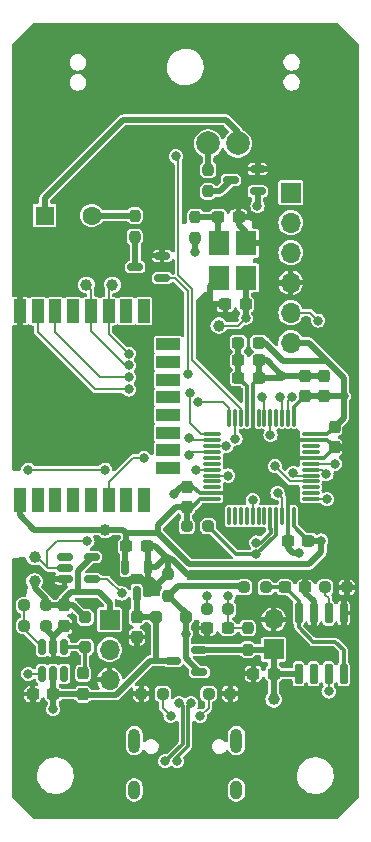
<source format=gtl>
%TF.GenerationSoftware,KiCad,Pcbnew,7.0.7*%
%TF.CreationDate,2023-11-27T18:28:25+03:00*%
%TF.ProjectId,Alatyr,416c6174-7972-42e6-9b69-6361645f7063,rev?*%
%TF.SameCoordinates,PX6422c40PY6146580*%
%TF.FileFunction,Copper,L1,Top*%
%TF.FilePolarity,Positive*%
%FSLAX46Y46*%
G04 Gerber Fmt 4.6, Leading zero omitted, Abs format (unit mm)*
G04 Created by KiCad (PCBNEW 7.0.7) date 2023-11-27 18:28:25*
%MOMM*%
%LPD*%
G01*
G04 APERTURE LIST*
G04 Aperture macros list*
%AMRoundRect*
0 Rectangle with rounded corners*
0 $1 Rounding radius*
0 $2 $3 $4 $5 $6 $7 $8 $9 X,Y pos of 4 corners*
0 Add a 4 corners polygon primitive as box body*
4,1,4,$2,$3,$4,$5,$6,$7,$8,$9,$2,$3,0*
0 Add four circle primitives for the rounded corners*
1,1,$1+$1,$2,$3*
1,1,$1+$1,$4,$5*
1,1,$1+$1,$6,$7*
1,1,$1+$1,$8,$9*
0 Add four rect primitives between the rounded corners*
20,1,$1+$1,$2,$3,$4,$5,0*
20,1,$1+$1,$4,$5,$6,$7,0*
20,1,$1+$1,$6,$7,$8,$9,0*
20,1,$1+$1,$8,$9,$2,$3,0*%
G04 Aperture macros list end*
%TA.AperFunction,SMDPad,CuDef*%
%ADD10RoundRect,0.237500X0.237500X-0.287500X0.237500X0.287500X-0.237500X0.287500X-0.237500X-0.287500X0*%
%TD*%
%TA.AperFunction,SMDPad,CuDef*%
%ADD11RoundRect,0.237500X0.237500X-0.300000X0.237500X0.300000X-0.237500X0.300000X-0.237500X-0.300000X0*%
%TD*%
%TA.AperFunction,SMDPad,CuDef*%
%ADD12RoundRect,0.237500X-0.250000X-0.237500X0.250000X-0.237500X0.250000X0.237500X-0.250000X0.237500X0*%
%TD*%
%TA.AperFunction,SMDPad,CuDef*%
%ADD13RoundRect,0.237500X0.287500X0.237500X-0.287500X0.237500X-0.287500X-0.237500X0.287500X-0.237500X0*%
%TD*%
%TA.AperFunction,SMDPad,CuDef*%
%ADD14C,1.000000*%
%TD*%
%TA.AperFunction,SMDPad,CuDef*%
%ADD15RoundRect,0.237500X0.300000X0.237500X-0.300000X0.237500X-0.300000X-0.237500X0.300000X-0.237500X0*%
%TD*%
%TA.AperFunction,SMDPad,CuDef*%
%ADD16RoundRect,0.150000X-0.150000X0.512500X-0.150000X-0.512500X0.150000X-0.512500X0.150000X0.512500X0*%
%TD*%
%TA.AperFunction,ComponentPad*%
%ADD17R,1.600000X1.600000*%
%TD*%
%TA.AperFunction,ComponentPad*%
%ADD18C,1.600000*%
%TD*%
%TA.AperFunction,SMDPad,CuDef*%
%ADD19RoundRect,0.150000X0.512500X0.150000X-0.512500X0.150000X-0.512500X-0.150000X0.512500X-0.150000X0*%
%TD*%
%TA.AperFunction,SMDPad,CuDef*%
%ADD20C,2.000000*%
%TD*%
%TA.AperFunction,SMDPad,CuDef*%
%ADD21RoundRect,0.237500X-0.300000X-0.237500X0.300000X-0.237500X0.300000X0.237500X-0.300000X0.237500X0*%
%TD*%
%TA.AperFunction,SMDPad,CuDef*%
%ADD22RoundRect,0.150000X-0.512500X-0.150000X0.512500X-0.150000X0.512500X0.150000X-0.512500X0.150000X0*%
%TD*%
%TA.AperFunction,SMDPad,CuDef*%
%ADD23RoundRect,0.075000X-0.075000X0.662500X-0.075000X-0.662500X0.075000X-0.662500X0.075000X0.662500X0*%
%TD*%
%TA.AperFunction,SMDPad,CuDef*%
%ADD24RoundRect,0.075000X-0.662500X0.075000X-0.662500X-0.075000X0.662500X-0.075000X0.662500X0.075000X0*%
%TD*%
%TA.AperFunction,SMDPad,CuDef*%
%ADD25RoundRect,0.237500X-0.237500X0.300000X-0.237500X-0.300000X0.237500X-0.300000X0.237500X0.300000X0*%
%TD*%
%TA.AperFunction,SMDPad,CuDef*%
%ADD26R,1.800000X2.100000*%
%TD*%
%TA.AperFunction,SMDPad,CuDef*%
%ADD27RoundRect,0.250000X-0.250000X-0.250000X0.250000X-0.250000X0.250000X0.250000X-0.250000X0.250000X0*%
%TD*%
%TA.AperFunction,ComponentPad*%
%ADD28R,1.700000X1.700000*%
%TD*%
%TA.AperFunction,ComponentPad*%
%ADD29O,1.700000X1.700000*%
%TD*%
%TA.AperFunction,SMDPad,CuDef*%
%ADD30RoundRect,0.237500X0.250000X0.237500X-0.250000X0.237500X-0.250000X-0.237500X0.250000X-0.237500X0*%
%TD*%
%TA.AperFunction,SMDPad,CuDef*%
%ADD31RoundRect,0.150000X-0.150000X0.725000X-0.150000X-0.725000X0.150000X-0.725000X0.150000X0.725000X0*%
%TD*%
%TA.AperFunction,SMDPad,CuDef*%
%ADD32RoundRect,0.237500X-0.237500X0.250000X-0.237500X-0.250000X0.237500X-0.250000X0.237500X0.250000X0*%
%TD*%
%TA.AperFunction,SMDPad,CuDef*%
%ADD33R,1.000000X2.000000*%
%TD*%
%TA.AperFunction,SMDPad,CuDef*%
%ADD34R,2.000000X1.000000*%
%TD*%
%TA.AperFunction,SMDPad,CuDef*%
%ADD35RoundRect,0.250000X-0.250000X0.250000X-0.250000X-0.250000X0.250000X-0.250000X0.250000X0.250000X0*%
%TD*%
%TA.AperFunction,SMDPad,CuDef*%
%ADD36RoundRect,0.237500X0.237500X-0.250000X0.237500X0.250000X-0.237500X0.250000X-0.237500X-0.250000X0*%
%TD*%
%TA.AperFunction,ComponentPad*%
%ADD37O,1.000000X1.600000*%
%TD*%
%TA.AperFunction,ComponentPad*%
%ADD38O,1.000000X2.100000*%
%TD*%
%TA.AperFunction,ViaPad*%
%ADD39C,0.800000*%
%TD*%
%TA.AperFunction,Conductor*%
%ADD40C,0.500000*%
%TD*%
%TA.AperFunction,Conductor*%
%ADD41C,0.300000*%
%TD*%
%TA.AperFunction,Conductor*%
%ADD42C,0.200000*%
%TD*%
G04 APERTURE END LIST*
D10*
%TO.P,L2,1,1*%
%TO.N,/Unst.power*%
X4325000Y10875000D03*
%TO.P,L2,2,2*%
%TO.N,Net-(DA3-SW)*%
X4325000Y12625000D03*
%TD*%
D11*
%TO.P,C17,1*%
%TO.N,+3V3*%
X23157500Y36112500D03*
%TO.P,C17,2*%
%TO.N,GND*%
X23157500Y37837500D03*
%TD*%
D12*
%TO.P,R8,1*%
%TO.N,/BatADC_EN*%
X14812500Y18045000D03*
%TO.P,R8,2*%
%TO.N,/BatADC*%
X16637500Y18045000D03*
%TD*%
D13*
%TO.P,L1,1,1*%
%TO.N,+3V3*%
X19230000Y40625000D03*
%TO.P,L1,2,2*%
%TO.N,/VDDA*%
X17480000Y40625000D03*
%TD*%
D14*
%TO.P,TP6,1,1*%
%TO.N,+3V3*%
X6225000Y24775000D03*
%TD*%
D15*
%TO.P,C20,1*%
%TO.N,GND*%
X9737500Y23375000D03*
%TO.P,C20,2*%
%TO.N,+3V3*%
X8012500Y23375000D03*
%TD*%
D16*
%TO.P,DA3,1,SW*%
%TO.N,Net-(DA3-SW)*%
X2755000Y14862500D03*
%TO.P,DA3,2,GND*%
%TO.N,GND*%
X1805000Y14862500D03*
%TO.P,DA3,3,FB*%
%TO.N,Net-(DA3-FB)*%
X855000Y14862500D03*
%TO.P,DA3,4,EN*%
%TO.N,/5V_EN*%
X855000Y12587500D03*
%TO.P,DA3,5,IN*%
%TO.N,/Unst.power*%
X1805000Y12587500D03*
%TO.P,DA3,6,NC*%
%TO.N,unconnected-(DA3-NC-Pad6)*%
X2755000Y12587500D03*
%TD*%
D17*
%TO.P,HA1,1,-*%
%TO.N,/Unst.power*%
X1080723Y51395000D03*
D18*
%TO.P,HA1,2,+*%
%TO.N,Net-(HA1-+)*%
X5080723Y51395000D03*
%TD*%
D12*
%TO.P,R12,1*%
%TO.N,Net-(DA3-FB)*%
X-627500Y18387500D03*
%TO.P,R12,2*%
%TO.N,/5V*%
X1197500Y18387500D03*
%TD*%
D19*
%TO.P,VT1,1,G*%
%TO.N,/USB.power*%
X14190352Y12742500D03*
%TO.P,VT1,2,S*%
%TO.N,/AKB*%
X14190352Y14642500D03*
%TO.P,VT1,3,D*%
%TO.N,/Unst.power*%
X11915352Y13692500D03*
%TD*%
D20*
%TO.P,M1,1,+*%
%TO.N,/Unst.power*%
X17425000Y57500100D03*
%TO.P,M1,2,-*%
%TO.N,Net-(M1--)*%
X14925000Y57500100D03*
%TD*%
D21*
%TO.P,C8,1*%
%TO.N,/VDDA*%
X17492500Y39125000D03*
%TO.P,C8,2*%
%TO.N,GND*%
X19217500Y39125000D03*
%TD*%
D14*
%TO.P,TP7,1,1*%
%TO.N,/5V*%
X225000Y20425000D03*
%TD*%
D12*
%TO.P,R2,1*%
%TO.N,GND*%
X9262500Y10905000D03*
%TO.P,R2,2*%
%TO.N,Net-(XS1-CC2)*%
X11087500Y10905000D03*
%TD*%
D22*
%TO.P,DD2,1,NC*%
%TO.N,unconnected-(DD2-NC-Pad1)*%
X2787770Y22500000D03*
%TO.P,DD2,2*%
%TO.N,/NPX.D3V*%
X2787770Y21550000D03*
%TO.P,DD2,3,GND*%
%TO.N,GND*%
X2787770Y20600000D03*
%TO.P,DD2,4*%
%TO.N,/NPX.D5V*%
X5062770Y20600000D03*
%TO.P,DD2,5,VCC*%
%TO.N,/5V*%
X5062770Y22500000D03*
%TD*%
D23*
%TO.P,DD1,1,VBAT*%
%TO.N,+3V3*%
X22195000Y34287500D03*
%TO.P,DD1,2,PC13*%
%TO.N,/BUT2*%
X21695000Y34287500D03*
%TO.P,DD1,3,PC14*%
%TO.N,/VIBRO*%
X21195000Y34287500D03*
%TO.P,DD1,4,PC15*%
%TO.N,unconnected-(DD1-PC15-Pad4)*%
X20695000Y34287500D03*
%TO.P,DD1,5,PD0*%
%TO.N,/OSC_IN*%
X20195000Y34287500D03*
%TO.P,DD1,6,PD1*%
%TO.N,/OSC_OUT*%
X19695000Y34287500D03*
%TO.P,DD1,7,NRST*%
%TO.N,/NRST*%
X19195000Y34287500D03*
%TO.P,DD1,8,VSSA*%
%TO.N,GND*%
X18695000Y34287500D03*
%TO.P,DD1,9,VDDA*%
%TO.N,/VDDA*%
X18195000Y34287500D03*
%TO.P,DD1,10,PA0*%
%TO.N,/BUT1*%
X17695000Y34287500D03*
%TO.P,DD1,11,PA1*%
%TO.N,/BatADC*%
X17195000Y34287500D03*
%TO.P,DD1,12,PA2*%
%TO.N,/BLE.TX*%
X16695000Y34287500D03*
D24*
%TO.P,DD1,13,PA3*%
%TO.N,/BLE.RX*%
X15282500Y32875000D03*
%TO.P,DD1,14,PA4*%
%TO.N,/BLE.PWRC*%
X15282500Y32375000D03*
%TO.P,DD1,15,PA5*%
%TO.N,/BLE.RST*%
X15282500Y31875000D03*
%TO.P,DD1,16,PA6*%
%TO.N,/BLE.STATUS*%
X15282500Y31375000D03*
%TO.P,DD1,17,PA7*%
%TO.N,unconnected-(DD1-PA7-Pad17)*%
X15282500Y30875000D03*
%TO.P,DD1,18,PB0*%
%TO.N,unconnected-(DD1-PB0-Pad18)*%
X15282500Y30375000D03*
%TO.P,DD1,19,PB1*%
%TO.N,/5V_EN*%
X15282500Y29875000D03*
%TO.P,DD1,20,PB2*%
%TO.N,/BatADC_EN*%
X15282500Y29375000D03*
%TO.P,DD1,21,PB10*%
%TO.N,unconnected-(DD1-PB10-Pad21)*%
X15282500Y28875000D03*
%TO.P,DD1,22,PB11*%
%TO.N,unconnected-(DD1-PB11-Pad22)*%
X15282500Y28375000D03*
%TO.P,DD1,23,VSS*%
%TO.N,GND*%
X15282500Y27875000D03*
%TO.P,DD1,24,VDD*%
%TO.N,+3V3*%
X15282500Y27375000D03*
D23*
%TO.P,DD1,25,PB12*%
%TO.N,unconnected-(DD1-PB12-Pad25)*%
X16695000Y25962500D03*
%TO.P,DD1,26,PB13*%
%TO.N,unconnected-(DD1-PB13-Pad26)*%
X17195000Y25962500D03*
%TO.P,DD1,27,PB14*%
%TO.N,unconnected-(DD1-PB14-Pad27)*%
X17695000Y25962500D03*
%TO.P,DD1,28,PB15*%
%TO.N,unconnected-(DD1-PB15-Pad28)*%
X18195000Y25962500D03*
%TO.P,DD1,29,PA8*%
%TO.N,/NPX.D3V*%
X18695000Y25962500D03*
%TO.P,DD1,30,PA9*%
%TO.N,unconnected-(DD1-PA9-Pad30)*%
X19195000Y25962500D03*
%TO.P,DD1,31,PA10*%
%TO.N,unconnected-(DD1-PA10-Pad31)*%
X19695000Y25962500D03*
%TO.P,DD1,32,PA11*%
%TO.N,/USB.D-*%
X20195000Y25962500D03*
%TO.P,DD1,33,PA12*%
%TO.N,/USB.D+*%
X20695000Y25962500D03*
%TO.P,DD1,34,PA13*%
%TO.N,/SWDIO*%
X21195000Y25962500D03*
%TO.P,DD1,35,VSS*%
%TO.N,GND*%
X21695000Y25962500D03*
%TO.P,DD1,36,VDD*%
%TO.N,+3V3*%
X22195000Y25962500D03*
D24*
%TO.P,DD1,37,PA14*%
%TO.N,/SWCLK*%
X23607500Y27375000D03*
%TO.P,DD1,38,PA15*%
%TO.N,unconnected-(DD1-PA15-Pad38)*%
X23607500Y27875000D03*
%TO.P,DD1,39,PB3*%
%TO.N,unconnected-(DD1-PB3-Pad39)*%
X23607500Y28375000D03*
%TO.P,DD1,40,PB4*%
%TO.N,/BUZZER*%
X23607500Y28875000D03*
%TO.P,DD1,41,PB5*%
%TO.N,/IS_CHARGING*%
X23607500Y29375000D03*
%TO.P,DD1,42,PB6*%
%TO.N,/UART.Cmd_TX*%
X23607500Y29875000D03*
%TO.P,DD1,43,PB7*%
%TO.N,/UART.Cmd_RX*%
X23607500Y30375000D03*
%TO.P,DD1,44,BOOT0*%
%TO.N,GND*%
X23607500Y30875000D03*
%TO.P,DD1,45,PB8*%
%TO.N,unconnected-(DD1-PB8-Pad45)*%
X23607500Y31375000D03*
%TO.P,DD1,46,PB9*%
%TO.N,unconnected-(DD1-PB9-Pad46)*%
X23607500Y31875000D03*
%TO.P,DD1,47,VSS*%
%TO.N,GND*%
X23607500Y32375000D03*
%TO.P,DD1,48,VDD*%
%TO.N,+3V3*%
X23607500Y32875000D03*
%TD*%
D25*
%TO.P,C13,1*%
%TO.N,+3V3*%
X25625000Y33500000D03*
%TO.P,C13,2*%
%TO.N,GND*%
X25625000Y31775000D03*
%TD*%
D16*
%TO.P,DA2,1,GND*%
%TO.N,GND*%
X9825000Y21650000D03*
%TO.P,DA2,2,VO*%
%TO.N,+3V3*%
X7925000Y21650000D03*
%TO.P,DA2,3,VI*%
%TO.N,/Unst.power*%
X8875000Y19375000D03*
%TD*%
D21*
%TO.P,C9,1*%
%TO.N,Net-(C9-Pad1)*%
X15772500Y51275000D03*
%TO.P,C9,2*%
%TO.N,GND*%
X17497500Y51275000D03*
%TD*%
D26*
%TO.P,ZQ1,1,1*%
%TO.N,/OSC_IN*%
X18105000Y46135000D03*
%TO.P,ZQ1,2,2*%
%TO.N,GND*%
X18105000Y49035000D03*
%TO.P,ZQ1,3,3*%
%TO.N,Net-(C9-Pad1)*%
X15805000Y49035000D03*
%TO.P,ZQ1,4,4*%
%TO.N,GND*%
X15805000Y46135000D03*
%TD*%
D27*
%TO.P,VD2,1,K*%
%TO.N,/Unst.power*%
X10525270Y17425000D03*
%TO.P,VD2,2,A*%
%TO.N,/USB.power*%
X13025270Y17425000D03*
%TD*%
D11*
%TO.P,C18,1*%
%TO.N,GND*%
X8875000Y15700000D03*
%TO.P,C18,2*%
%TO.N,/Unst.power*%
X8875000Y17425000D03*
%TD*%
D28*
%TO.P,XP2,1,Pin_1*%
%TO.N,/UART.Cmd_RX*%
X21925000Y53325000D03*
D29*
%TO.P,XP2,2,Pin_2*%
%TO.N,/UART.Cmd_TX*%
X21925000Y50785000D03*
%TO.P,XP2,3,Pin_3*%
%TO.N,/SWDIO*%
X21925000Y48245000D03*
%TO.P,XP2,4,Pin_4*%
%TO.N,GND*%
X21925000Y45705000D03*
%TO.P,XP2,5,Pin_5*%
%TO.N,/SWCLK*%
X21925000Y43165000D03*
%TO.P,XP2,6,Pin_6*%
%TO.N,+3V3*%
X21925000Y40625000D03*
%TD*%
D30*
%TO.P,R3,1*%
%TO.N,Net-(DA1-CE)*%
X19797500Y19905000D03*
%TO.P,R3,2*%
%TO.N,/USB.power*%
X17972500Y19905000D03*
%TD*%
D11*
%TO.P,C15,1*%
%TO.N,+3V3*%
X13105000Y26712500D03*
%TO.P,C15,2*%
%TO.N,GND*%
X13105000Y28437500D03*
%TD*%
D14*
%TO.P,TP1,1,1*%
%TO.N,/BLE.RX*%
X6825000Y45525000D03*
%TD*%
D31*
%TO.P,DA1,1,TEMP*%
%TO.N,GND*%
X26395000Y17745000D03*
%TO.P,DA1,2,PROG*%
%TO.N,Net-(DA1-PROG)*%
X25125000Y17745000D03*
%TO.P,DA1,3,GND*%
%TO.N,GND*%
X23855000Y17745000D03*
%TO.P,DA1,4,Vcc*%
%TO.N,Net-(DA1-CE)*%
X22585000Y17745000D03*
%TO.P,DA1,5,BAT*%
%TO.N,/AKB*%
X22585000Y12595000D03*
%TO.P,DA1,6,~{STDBY}*%
%TO.N,unconnected-(DA1-~{STDBY}-Pad6)*%
X23855000Y12595000D03*
%TO.P,DA1,7,~{CHRG}*%
%TO.N,/IS_CHARGING*%
X25125000Y12595000D03*
%TO.P,DA1,8,CE*%
%TO.N,Net-(DA1-CE)*%
X26395000Y12595000D03*
%TD*%
D11*
%TO.P,C12,1*%
%TO.N,+3V3*%
X24725000Y36112500D03*
%TO.P,C12,2*%
%TO.N,GND*%
X24725000Y37837500D03*
%TD*%
%TO.P,C21,1*%
%TO.N,GND*%
X2745000Y16662500D03*
%TO.P,C21,2*%
%TO.N,/5V*%
X2745000Y18387500D03*
%TD*%
D32*
%TO.P,R7,1*%
%TO.N,/BatADC*%
X18279642Y16467500D03*
%TO.P,R7,2*%
%TO.N,/AKB*%
X18279642Y14642500D03*
%TD*%
D33*
%TO.P,U1,1,VCC*%
%TO.N,+3V3*%
X-1000000Y27300000D03*
%TO.P,U1,2,NC*%
%TO.N,unconnected-(U1-NC-Pad2)*%
X500000Y27300000D03*
%TO.P,U1,3,NC*%
%TO.N,unconnected-(U1-NC-Pad3)*%
X2000000Y27300000D03*
%TO.P,U1,4,IO1*%
%TO.N,unconnected-(U1-IO1-Pad4)*%
X3500000Y27300000D03*
%TO.P,U1,5,IO2*%
%TO.N,unconnected-(U1-IO2-Pad5)*%
X5000000Y27300000D03*
%TO.P,U1,6,STATUS*%
%TO.N,/BLE.STATUS*%
X6500000Y27300000D03*
%TO.P,U1,7,INPUT7*%
%TO.N,unconnected-(U1-INPUT7-Pad7)*%
X8000000Y27300000D03*
%TO.P,U1,8,IO3*%
%TO.N,unconnected-(U1-IO3-Pad8)*%
X9500000Y27300000D03*
D34*
%TO.P,U1,9,IO4*%
%TO.N,unconnected-(U1-IO4-Pad9)*%
X11500000Y30000000D03*
%TO.P,U1,10,IO5*%
%TO.N,unconnected-(U1-IO5-Pad10)*%
X11500000Y31500000D03*
%TO.P,U1,11,INPUT6*%
%TO.N,unconnected-(U1-INPUT6-Pad11)*%
X11500000Y33000000D03*
%TO.P,U1,12,INPUT5*%
%TO.N,unconnected-(U1-INPUT5-Pad12)*%
X11500000Y34500000D03*
%TO.P,U1,13,IO6*%
%TO.N,unconnected-(U1-IO6-Pad13)*%
X11500000Y36000000D03*
%TO.P,U1,14,IO7*%
%TO.N,unconnected-(U1-IO7-Pad14)*%
X11500000Y37500000D03*
%TO.P,U1,15,INPUT4*%
%TO.N,unconnected-(U1-INPUT4-Pad15)*%
X11500000Y39000000D03*
%TO.P,U1,16,EINT2*%
%TO.N,unconnected-(U1-EINT2-Pad16)*%
X11500000Y40500000D03*
D33*
%TO.P,U1,17,ALED*%
%TO.N,unconnected-(U1-ALED-Pad17)*%
X9500000Y43300000D03*
%TO.P,U1,18,INPUT3*%
%TO.N,unconnected-(U1-INPUT3-Pad18)*%
X8000000Y43300000D03*
%TO.P,U1,19,TXD*%
%TO.N,/BLE.RX*%
X6500000Y43300000D03*
%TO.P,U1,20,RXD*%
%TO.N,/BLE.TX*%
X5000000Y43300000D03*
%TO.P,U1,21,EINT1*%
%TO.N,unconnected-(U1-EINT1-Pad21)*%
X3500000Y43300000D03*
%TO.P,U1,22,PWRC*%
%TO.N,/BLE.PWRC*%
X2000000Y43300000D03*
%TO.P,U1,23,RST*%
%TO.N,/BLE.RST*%
X500000Y43300000D03*
%TO.P,U1,24,GND*%
%TO.N,GND*%
X-1000000Y43300000D03*
%TD*%
D19*
%TO.P,VT3,1,G*%
%TO.N,/BUZZER*%
X11025000Y46091200D03*
%TO.P,VT3,2,S*%
%TO.N,GND*%
X11025000Y47991200D03*
%TO.P,VT3,3,D*%
%TO.N,Net-(VT3-D)*%
X8750000Y47041200D03*
%TD*%
D32*
%TO.P,R10,1*%
%TO.N,GND*%
X11525270Y21030000D03*
%TO.P,R10,2*%
%TO.N,/USB.power*%
X11525270Y19205000D03*
%TD*%
D30*
%TO.P,R1,1*%
%TO.N,GND*%
X16787500Y10905000D03*
%TO.P,R1,2*%
%TO.N,Net-(XS1-CC1)*%
X14962500Y10905000D03*
%TD*%
D32*
%TO.P,R6,1*%
%TO.N,Net-(C9-Pad1)*%
X13835000Y51275000D03*
%TO.P,R6,2*%
%TO.N,/OSC_OUT*%
X13835000Y49450000D03*
%TD*%
D21*
%TO.P,C5,1*%
%TO.N,Net-(DA1-CE)*%
X21422500Y19905000D03*
%TO.P,C5,2*%
%TO.N,GND*%
X23147500Y19905000D03*
%TD*%
%TO.P,C10,1*%
%TO.N,/VDDA*%
X17492500Y37625000D03*
%TO.P,C10,2*%
%TO.N,GND*%
X19217500Y37625000D03*
%TD*%
D35*
%TO.P,VD3,1,K*%
%TO.N,/5V*%
X4525000Y17362500D03*
%TO.P,VD3,2,A*%
%TO.N,Net-(DA3-SW)*%
X4525000Y14862500D03*
%TD*%
D15*
%TO.P,C11,1*%
%TO.N,/AKB*%
X20475000Y12595000D03*
%TO.P,C11,2*%
%TO.N,GND*%
X18750000Y12595000D03*
%TD*%
D30*
%TO.P,R9,1*%
%TO.N,/USB.D+*%
X14930000Y25092500D03*
%TO.P,R9,2*%
%TO.N,+3V3*%
X13105000Y25092500D03*
%TD*%
D14*
%TO.P,TP2,1,1*%
%TO.N,/BLE.TX*%
X4625000Y45525000D03*
%TD*%
D19*
%TO.P,VT2,1,G*%
%TO.N,/VIBRO*%
X19125000Y53437600D03*
%TO.P,VT2,2,S*%
%TO.N,GND*%
X19125000Y55337600D03*
%TO.P,VT2,3,D*%
%TO.N,Net-(VT2-D)*%
X16850000Y54387600D03*
%TD*%
D15*
%TO.P,C14,1*%
%TO.N,+3V3*%
X23420000Y23875000D03*
%TO.P,C14,2*%
%TO.N,GND*%
X21695000Y23875000D03*
%TD*%
%TO.P,C7,1*%
%TO.N,/OSC_IN*%
X18105000Y43875000D03*
%TO.P,C7,2*%
%TO.N,GND*%
X16380000Y43875000D03*
%TD*%
D14*
%TO.P,TP4,1,1*%
%TO.N,/AKB*%
X20475000Y10425000D03*
%TD*%
D30*
%TO.P,R5,1*%
%TO.N,GND*%
X26650000Y19905000D03*
%TO.P,R5,2*%
%TO.N,Net-(DA1-PROG)*%
X24825000Y19905000D03*
%TD*%
D14*
%TO.P,TP3,1,1*%
%TO.N,/OSC_IN*%
X15825000Y42075000D03*
%TD*%
D21*
%TO.P,C19,1*%
%TO.N,GND*%
X80000Y10875000D03*
%TO.P,C19,2*%
%TO.N,/Unst.power*%
X1805000Y10875000D03*
%TD*%
D36*
%TO.P,R14,1*%
%TO.N,Net-(VT3-D)*%
X8725000Y49570000D03*
%TO.P,R14,2*%
%TO.N,Net-(HA1-+)*%
X8725000Y51395000D03*
%TD*%
D21*
%TO.P,C16,1*%
%TO.N,GND*%
X14862500Y16467500D03*
%TO.P,C16,2*%
%TO.N,/BatADC*%
X16587500Y16467500D03*
%TD*%
D36*
%TO.P,R11,1*%
%TO.N,Net-(VT2-D)*%
X14925000Y53437600D03*
%TO.P,R11,2*%
%TO.N,Net-(M1--)*%
X14925000Y55262600D03*
%TD*%
D30*
%TO.P,R13,1*%
%TO.N,GND*%
X1197500Y16662500D03*
%TO.P,R13,2*%
%TO.N,Net-(DA3-FB)*%
X-627500Y16662500D03*
%TD*%
D14*
%TO.P,TP5,1,1*%
%TO.N,/NPX.D3V*%
X225000Y22475000D03*
%TD*%
D28*
%TO.P,XP1,1,Pin_1*%
%TO.N,/AKB*%
X20475000Y14655000D03*
D29*
%TO.P,XP1,2,Pin_2*%
%TO.N,GND*%
X20475000Y17195000D03*
%TD*%
D28*
%TO.P,XP3,1,Pin_1*%
%TO.N,/5V*%
X6575000Y17175000D03*
D29*
%TO.P,XP3,2,Pin_2*%
%TO.N,/NPX.D5V*%
X6575000Y14635000D03*
%TO.P,XP3,3,Pin_3*%
%TO.N,GND*%
X6575000Y12095000D03*
%TD*%
D37*
%TO.P,XS1,S1,SHIELD*%
%TO.N,unconnected-(XS1-SHIELD-PadS1)*%
X17320000Y2750000D03*
D38*
X17320000Y6930000D03*
D37*
X8680000Y2750000D03*
D38*
X8680000Y6930000D03*
%TD*%
D39*
%TO.N,GND*%
X12000000Y27800000D03*
X27000000Y50000000D03*
X0Y55000000D03*
X27000000Y59000000D03*
X7800000Y54200000D03*
X0Y65000000D03*
X20700000Y41800000D03*
X27000000Y10000000D03*
X3200000Y36300000D03*
X10100000Y20000000D03*
X8800000Y14300000D03*
X27000000Y24000000D03*
X2400000Y57100000D03*
X3800000Y48400000D03*
X25000000Y55000000D03*
X23000000Y9000000D03*
X-200000Y46100000D03*
X7200000Y9500000D03*
X13300000Y58500000D03*
X80000Y9700000D03*
X27000000Y44000000D03*
X19100000Y56700000D03*
X22000000Y57900000D03*
X11400000Y55000000D03*
X16000000Y21000000D03*
X16800000Y27400000D03*
X500000Y34400000D03*
X18100000Y10900000D03*
X22000000Y28100000D03*
X4000000Y16100000D03*
X18100000Y24400000D03*
X-1000000Y15000000D03*
X18300000Y60600000D03*
X21200000Y37837500D03*
X6600000Y23100000D03*
X16200000Y37700000D03*
X9400000Y33900000D03*
X9000000Y45500000D03*
X14400000Y39800000D03*
X15000000Y1000000D03*
X5000000Y5000000D03*
X15100000Y43875000D03*
X19300000Y65220000D03*
X23147500Y21000000D03*
X7000000Y57300000D03*
X4700000Y33100000D03*
X-800000Y31200000D03*
X11525270Y22300000D03*
X10000000Y1000000D03*
X27000000Y7000000D03*
X27000000Y47000000D03*
X27000000Y62000000D03*
X27100000Y32700000D03*
X5250000Y60600000D03*
X22600000Y22800000D03*
X27000000Y41000000D03*
X25000000Y60000000D03*
X20000000Y5000000D03*
X13025270Y11200000D03*
X27000000Y65000000D03*
X27000000Y56000000D03*
X20300000Y31600000D03*
X27000000Y16000000D03*
X18300000Y18200000D03*
X1500000Y20600000D03*
X18700000Y51275000D03*
X6000000Y1000000D03*
X-1000000Y7000000D03*
X19000000Y1000000D03*
X750000Y38750000D03*
X15700000Y15500000D03*
X27000000Y53000000D03*
X13100000Y23700000D03*
X26650000Y21000000D03*
X11000000Y42300000D03*
X23800000Y14500000D03*
X11025000Y49200000D03*
X10000000Y65000000D03*
X25000000Y65000000D03*
X10300000Y60600000D03*
X0Y60000000D03*
%TO.N,/Unst.power*%
X1805000Y9600000D03*
%TO.N,+3V3*%
X24500000Y23875000D03*
X26400000Y36100000D03*
%TO.N,/OSC_IN*%
X18100000Y42700000D03*
X20200000Y32800000D03*
%TO.N,/OSC_OUT*%
X19500500Y36000000D03*
X13835000Y48300000D03*
%TO.N,/BatADC*%
X16637500Y19200000D03*
X17236421Y32514922D03*
%TO.N,/IS_CHARGING*%
X25125000Y11100000D03*
X22137349Y29611849D03*
%TO.N,/5V_EN*%
X-300000Y12600000D03*
X6200000Y29875000D03*
X13925000Y29875000D03*
X-300000Y29875000D03*
%TO.N,/BUT2*%
X21992523Y36007477D03*
%TO.N,/BUT1*%
X12200000Y56400000D03*
%TO.N,/BLE.TX*%
X14099500Y35583153D03*
X8200000Y38700000D03*
%TO.N,/BLE.RX*%
X8199079Y39700000D03*
X13400000Y36400000D03*
%TO.N,/BLE.PWRC*%
X13300000Y32570473D03*
X8200000Y37700000D03*
%TO.N,/BLE.RST*%
X8199079Y36670609D03*
X16472003Y31870973D03*
%TO.N,/BLE.STATUS*%
X13300000Y31100000D03*
X9500000Y30874138D03*
%TO.N,/USB.D-*%
X19000000Y23700000D03*
%TO.N,/USB.D+*%
X19000000Y22700000D03*
%TO.N,/SWDIO*%
X20800000Y27900000D03*
%TO.N,/SWCLK*%
X24242019Y42500000D03*
X25000000Y27375000D03*
%TO.N,/VIBRO*%
X20993056Y35999104D03*
X19100000Y52200000D03*
%TO.N,/BatADC_EN*%
X14812500Y19200000D03*
X16600000Y29375000D03*
%TO.N,/USB.power*%
X13025270Y16000000D03*
%TO.N,/NPX.D3V*%
X18695000Y27300000D03*
X4700000Y23800000D03*
%TO.N,/BUZZER*%
X20579977Y30179977D03*
X13200000Y38000000D03*
%TO.N,/UART.Cmd_TX*%
X24941519Y29513351D03*
%TO.N,/UART.Cmd_RX*%
X25641019Y30375000D03*
%TO.N,/NPX.D5V*%
X7600000Y19400000D03*
%TO.N,Net-(XS1-CC1)*%
X14250000Y9000000D03*
%TO.N,Net-(XS1-CC2)*%
X11750000Y9000000D03*
%TO.N,/D+*%
X12300000Y5200000D03*
X13500000Y10100000D03*
%TO.N,/D-*%
X11300000Y5200000D03*
X12500000Y10100000D03*
%TD*%
D40*
%TO.N,GND*%
X11200000Y22300000D02*
X11525270Y22300000D01*
X18105000Y49035000D02*
X19665000Y49035000D01*
D41*
X21025000Y30875000D02*
X20300000Y31600000D01*
D40*
X23157500Y37837500D02*
X24725000Y37837500D01*
X16000000Y21000000D02*
X23147500Y21000000D01*
D41*
X25025000Y32375000D02*
X25625000Y31775000D01*
D40*
X10100000Y20000000D02*
X10495270Y20000000D01*
X1805000Y15722500D02*
X2745000Y16662500D01*
X19912500Y39125000D02*
X19217500Y39125000D01*
D41*
X16500000Y11900000D02*
X16787500Y11612500D01*
D40*
X23855000Y18745000D02*
X23147500Y19452500D01*
D41*
X20454373Y29200000D02*
X17900000Y29200000D01*
D40*
X19217500Y39125000D02*
X19217500Y37625000D01*
X20000000Y46200000D02*
X20495000Y45705000D01*
X2787770Y20600000D02*
X1500000Y20600000D01*
X26650000Y19150000D02*
X26395000Y18895000D01*
D41*
X13025270Y11200000D02*
X13725270Y11900000D01*
D40*
X15100000Y45430000D02*
X15805000Y46135000D01*
D41*
X18750000Y11550000D02*
X18100000Y10900000D01*
D40*
X26650000Y21000000D02*
X23147500Y21000000D01*
X14862500Y15737500D02*
X15100000Y15500000D01*
X20987500Y37625000D02*
X19217500Y37625000D01*
X-1000000Y40500000D02*
X-1000000Y40500000D01*
X8875000Y14395000D02*
X8875000Y15700000D01*
X20495000Y45705000D02*
X21925000Y45705000D01*
X18300000Y60600000D02*
X19300000Y60600000D01*
X9737500Y23375000D02*
X10450270Y23375000D01*
X10495270Y20000000D02*
X11525270Y21030000D01*
X18105000Y49035000D02*
X18105000Y49995000D01*
D41*
X18695000Y33205000D02*
X20300000Y31600000D01*
D40*
X11900000Y22300000D02*
X13200000Y21000000D01*
X-1000000Y45300000D02*
X-200000Y46100000D01*
X21200000Y37837500D02*
X19912500Y39125000D01*
D41*
X17900000Y29200000D02*
X20300000Y31600000D01*
D40*
X26650000Y23650000D02*
X27000000Y24000000D01*
D41*
X18750000Y12595000D02*
X18750000Y11550000D01*
D40*
X11525270Y22300000D02*
X11525270Y21030000D01*
X26650000Y24350000D02*
X26650000Y31350000D01*
X14400000Y43175000D02*
X14400000Y39800000D01*
D41*
X23607500Y32375000D02*
X25025000Y32375000D01*
D40*
X19665000Y49035000D02*
X20000000Y48700000D01*
D41*
X16800000Y27400000D02*
X16800000Y28100000D01*
X18100000Y10900000D02*
X16792500Y10900000D01*
D40*
X21200000Y37837500D02*
X20987500Y37625000D01*
X21695000Y23875000D02*
X21695000Y23205000D01*
D41*
X9700000Y12000000D02*
X9262500Y11562500D01*
X21695000Y25962500D02*
X21695000Y23875000D01*
X18695000Y34287500D02*
X18695000Y33205000D01*
D40*
X1805000Y14862500D02*
X1805000Y15722500D01*
X750000Y38750000D02*
X-1000000Y40500000D01*
X26395000Y17745000D02*
X26395000Y16605000D01*
X1805000Y14862500D02*
X1805000Y15795000D01*
X8800000Y14320000D02*
X8875000Y14395000D01*
X19125000Y55337600D02*
X20237600Y55337600D01*
X5250000Y60600000D02*
X10300000Y60600000D01*
D41*
X23607500Y30875000D02*
X24725000Y30875000D01*
D40*
X-1000000Y43300000D02*
X-1000000Y45300000D01*
X18105000Y49995000D02*
X17497500Y50602500D01*
X9825000Y20275000D02*
X10100000Y20000000D01*
X20000000Y48700000D02*
X20000000Y46200000D01*
D41*
X21075000Y32375000D02*
X20300000Y31600000D01*
D40*
X1805000Y15795000D02*
X1197500Y16402500D01*
X13200000Y21000000D02*
X16000000Y21000000D01*
D41*
X13662500Y28437500D02*
X14225000Y27875000D01*
D40*
X24300000Y16000000D02*
X27000000Y16000000D01*
D41*
X16800000Y27400000D02*
X16325000Y27875000D01*
X12225270Y12000000D02*
X9700000Y12000000D01*
X14225000Y27875000D02*
X15282500Y27875000D01*
D40*
X11025000Y49200000D02*
X11025000Y47991200D01*
D41*
X21695000Y27959373D02*
X22000000Y28100000D01*
X18695000Y37102500D02*
X19217500Y37625000D01*
D40*
X23147500Y19905000D02*
X23147500Y21000000D01*
D41*
X18695000Y34287500D02*
X18695000Y37102500D01*
X9262500Y10905000D02*
X8605000Y10905000D01*
D40*
X23855000Y17745000D02*
X23855000Y16445000D01*
X18700000Y51275000D02*
X17497500Y51275000D01*
D41*
X21695000Y25962500D02*
X21695000Y27959373D01*
D40*
X19300000Y60600000D02*
X22000000Y57900000D01*
X750000Y38750000D02*
X3200000Y36300000D01*
X9825000Y21650000D02*
X9825000Y20275000D01*
X22000000Y57100000D02*
X22000000Y57900000D01*
X23147500Y19452500D02*
X23147500Y19905000D01*
D41*
X13725270Y11900000D02*
X16500000Y11900000D01*
D40*
X22100000Y22800000D02*
X22600000Y22800000D01*
X9825000Y21650000D02*
X10550000Y21650000D01*
X11525270Y22300000D02*
X11900000Y22300000D01*
X15100000Y43875000D02*
X14400000Y43175000D01*
D41*
X16800000Y28100000D02*
X17900000Y29200000D01*
X23607500Y32375000D02*
X21075000Y32375000D01*
D40*
X15100000Y15500000D02*
X15700000Y15500000D01*
X2745000Y16662500D02*
X3437500Y16662500D01*
X12637500Y28437500D02*
X12000000Y27800000D01*
D41*
X13025270Y11200000D02*
X12225270Y12000000D01*
D40*
X15100000Y43875000D02*
X15100000Y45430000D01*
D41*
X8605000Y10905000D02*
X7200000Y9500000D01*
D40*
X9825000Y21650000D02*
X9825000Y23287500D01*
X10550000Y21650000D02*
X11200000Y22300000D01*
X14862500Y16467500D02*
X14862500Y15737500D01*
X26650000Y21000000D02*
X26650000Y19905000D01*
X27000000Y24000000D02*
X26650000Y24350000D01*
D41*
X16325000Y27875000D02*
X15282500Y27875000D01*
D40*
X1197500Y16402500D02*
X1197500Y16662500D01*
X23855000Y16445000D02*
X24300000Y16000000D01*
X8780000Y14300000D02*
X8800000Y14300000D01*
X19125000Y55337600D02*
X19125000Y56675000D01*
D41*
X9262500Y11562500D02*
X9262500Y10905000D01*
D40*
X23855000Y17745000D02*
X23855000Y18745000D01*
X17497500Y50602500D02*
X17497500Y51275000D01*
X26225000Y31775000D02*
X25625000Y31775000D01*
X21695000Y23205000D02*
X22100000Y22800000D01*
D41*
X13105000Y28437500D02*
X13662500Y28437500D01*
D40*
X26650000Y19905000D02*
X26650000Y19150000D01*
X10300000Y60600000D02*
X18300000Y60600000D01*
D41*
X16787500Y11612500D02*
X16787500Y10905000D01*
D40*
X13105000Y28437500D02*
X12637500Y28437500D01*
X80000Y10875000D02*
X80000Y9700000D01*
X19125000Y56675000D02*
X19100000Y56700000D01*
X26395000Y18895000D02*
X26395000Y17745000D01*
X21200000Y37837500D02*
X23157500Y37837500D01*
X26650000Y31350000D02*
X26225000Y31775000D01*
X26650000Y21000000D02*
X26650000Y23650000D01*
D41*
X9825000Y23287500D02*
X9737500Y23375000D01*
D40*
X3437500Y16662500D02*
X4000000Y16100000D01*
D41*
X22000000Y28100000D02*
X20454373Y29200000D01*
D40*
X26395000Y16605000D02*
X27000000Y16000000D01*
X8800000Y14300000D02*
X8800000Y14320000D01*
D41*
X23607500Y30875000D02*
X21025000Y30875000D01*
D40*
X10450270Y23375000D02*
X11525270Y22300000D01*
D41*
X24725000Y30875000D02*
X25625000Y31775000D01*
X16792500Y10900000D02*
X16787500Y10905000D01*
D40*
X20237600Y55337600D02*
X22000000Y57100000D01*
X-1000000Y40500000D02*
X-1000000Y43300000D01*
X19300000Y65220000D02*
X19300000Y60600000D01*
X15100000Y43875000D02*
X16380000Y43875000D01*
%TO.N,/Unst.power*%
X1805000Y10875000D02*
X1805000Y9600000D01*
X7875000Y11575000D02*
X9992500Y13692500D01*
X10525270Y13711202D02*
X10525270Y17425000D01*
X7875000Y11556522D02*
X7875000Y11575000D01*
X1805000Y10875000D02*
X4325000Y10875000D01*
X9992500Y13692500D02*
X10543972Y13692500D01*
X7113478Y10795000D02*
X7875000Y11556522D01*
X7700000Y59500000D02*
X1080723Y52880723D01*
X8875000Y17425000D02*
X10525270Y17425000D01*
X4325000Y10875000D02*
X4405000Y10795000D01*
X10543972Y13692500D02*
X11915352Y13692500D01*
X8875000Y19375000D02*
X8875000Y17425000D01*
X10543972Y13692500D02*
X10525270Y13711202D01*
X17425000Y57500100D02*
X17425000Y58475000D01*
X16400000Y59500000D02*
X7700000Y59500000D01*
X17425000Y58475000D02*
X16400000Y59500000D01*
X1805000Y12587500D02*
X1805000Y10875000D01*
X1080723Y52880723D02*
X1080723Y51395000D01*
X4405000Y10795000D02*
X7113478Y10795000D01*
D41*
%TO.N,+3V3*%
X22195000Y35150000D02*
X23157500Y36112500D01*
D40*
X200000Y24800000D02*
X-1000000Y26000000D01*
X26400000Y36100000D02*
X26400000Y37672272D01*
X23450000Y21850000D02*
X13339950Y21850000D01*
D41*
X13612500Y26712500D02*
X13105000Y26712500D01*
D40*
X8012500Y24500000D02*
X7712500Y24800000D01*
D41*
X22195000Y25100000D02*
X23420000Y23875000D01*
X23607500Y32875000D02*
X25000000Y32875000D01*
D40*
X8012500Y24500000D02*
X8012500Y23375000D01*
X13105000Y25092500D02*
X13105000Y26712500D01*
X7712500Y24800000D02*
X200000Y24800000D01*
X10689950Y24500000D02*
X8012500Y24500000D01*
D41*
X15282500Y27375000D02*
X14275000Y27375000D01*
X25000000Y32875000D02*
X25625000Y33500000D01*
D40*
X19775000Y40625000D02*
X19230000Y40625000D01*
D41*
X22195000Y34287500D02*
X22195000Y35150000D01*
D40*
X23447272Y40625000D02*
X24972272Y39100000D01*
X7925000Y23287500D02*
X8012500Y23375000D01*
X26400000Y37672272D02*
X24972272Y39100000D01*
X24972272Y39100000D02*
X21300000Y39100000D01*
X10689950Y24500000D02*
X10689950Y25189950D01*
X21925000Y40625000D02*
X23447272Y40625000D01*
D41*
X8012500Y23375000D02*
X8000000Y23387500D01*
D40*
X13339950Y21850000D02*
X10689950Y24500000D01*
X24500000Y23875000D02*
X24500000Y22900000D01*
D41*
X14275000Y27375000D02*
X13612500Y26712500D01*
D40*
X21300000Y39100000D02*
X19775000Y40625000D01*
X24500000Y22900000D02*
X23450000Y21850000D01*
X26400000Y36100000D02*
X24737500Y36100000D01*
X-1000000Y26000000D02*
X-1000000Y27300000D01*
X24500000Y23875000D02*
X23420000Y23875000D01*
X10689950Y25189950D02*
X12212500Y26712500D01*
D41*
X23420000Y23875000D02*
X23420000Y23575000D01*
D40*
X26400000Y36100000D02*
X26400000Y34275000D01*
X24725000Y36112500D02*
X23157500Y36112500D01*
D41*
X22195000Y25962500D02*
X22195000Y25100000D01*
D40*
X26400000Y34275000D02*
X25625000Y33500000D01*
X24737500Y36100000D02*
X24725000Y36112500D01*
X7925000Y21650000D02*
X7925000Y23287500D01*
X12212500Y26712500D02*
X13105000Y26712500D01*
%TO.N,/OSC_IN*%
X18105000Y46135000D02*
X18105000Y43875000D01*
X18100000Y42700000D02*
X18100000Y43870000D01*
D42*
X15825000Y42075000D02*
X17475000Y42075000D01*
X17475000Y42075000D02*
X18100000Y42700000D01*
X20195000Y34287500D02*
X20195000Y32805000D01*
D40*
X18100000Y43870000D02*
X18105000Y43875000D01*
D42*
X20195000Y32805000D02*
X20200000Y32800000D01*
%TO.N,/OSC_OUT*%
X19695000Y34287500D02*
X19695000Y35805500D01*
X19695000Y35805500D02*
X19500500Y36000000D01*
D40*
X13835000Y48300000D02*
X13835000Y49450000D01*
D41*
%TO.N,Net-(DA1-CE)*%
X19797500Y19905000D02*
X21422500Y19905000D01*
X22585000Y17745000D02*
X22585000Y16515000D01*
X26395000Y14605000D02*
X26395000Y12595000D01*
X22585000Y16515000D02*
X23800000Y15300000D01*
X22585000Y17745000D02*
X22585000Y18742500D01*
X25700000Y15300000D02*
X26395000Y14605000D01*
X22585000Y18742500D02*
X21422500Y19905000D01*
X23800000Y15300000D02*
X25700000Y15300000D01*
D40*
%TO.N,/VDDA*%
X17480000Y39137500D02*
X17492500Y39125000D01*
X17492500Y39125000D02*
X17492500Y37625000D01*
D41*
X17492500Y37625000D02*
X18195000Y36922500D01*
X18195000Y36922500D02*
X18195000Y34287500D01*
D40*
X17480000Y40625000D02*
X17480000Y39137500D01*
%TO.N,Net-(C9-Pad1)*%
X15772500Y51275000D02*
X15772500Y49067500D01*
X15772500Y49067500D02*
X15805000Y49035000D01*
X13835000Y51275000D02*
X15772500Y51275000D01*
%TO.N,/AKB*%
X18279642Y14642500D02*
X20462500Y14642500D01*
X20462500Y14642500D02*
X20475000Y14655000D01*
X14190352Y14642500D02*
X18279642Y14642500D01*
X22585000Y12595000D02*
X20475000Y12595000D01*
X20475000Y12595000D02*
X20475000Y14655000D01*
X20475000Y10425000D02*
X20475000Y12595000D01*
D42*
%TO.N,/BatADC*%
X17195000Y32556343D02*
X17195000Y34287500D01*
X16637500Y18045000D02*
X16637500Y19200000D01*
X16587500Y17995000D02*
X16637500Y18045000D01*
X16587500Y16467500D02*
X16587500Y17995000D01*
X17236421Y32514922D02*
X17195000Y32556343D01*
X16587500Y16467500D02*
X18279642Y16467500D01*
%TO.N,Net-(DA1-PROG)*%
X24825000Y19905000D02*
X24825000Y19275000D01*
X24825000Y19275000D02*
X25125000Y18975000D01*
X25125000Y18975000D02*
X25125000Y17745000D01*
%TO.N,/IS_CHARGING*%
X25125000Y11100000D02*
X25125000Y12595000D01*
X22374198Y29375000D02*
X23607500Y29375000D01*
X22137349Y29611849D02*
X22374198Y29375000D01*
D41*
%TO.N,Net-(DA3-SW)*%
X2755000Y14862500D02*
X4525000Y14862500D01*
X4525000Y14862500D02*
X4525000Y12825000D01*
X4525000Y12825000D02*
X4325000Y12625000D01*
D42*
%TO.N,Net-(DA3-FB)*%
X-627500Y16662500D02*
X-627500Y16345000D01*
X-627500Y18387500D02*
X-627500Y16662500D01*
X-627500Y16345000D02*
X855000Y14862500D01*
%TO.N,/5V_EN*%
X842500Y12600000D02*
X855000Y12587500D01*
X-300000Y12600000D02*
X842500Y12600000D01*
X13925000Y29875000D02*
X15282500Y29875000D01*
X-300000Y29875000D02*
X6200000Y29875000D01*
%TO.N,/BUT2*%
X21695000Y35709954D02*
X21992523Y36007477D01*
X21695000Y34287500D02*
X21695000Y35709954D01*
%TO.N,/BUT1*%
X12200000Y56400000D02*
X12400000Y56200000D01*
X17695000Y35055330D02*
X17695000Y34287500D01*
X12400000Y46365686D02*
X13600000Y45165686D01*
X12400000Y56200000D02*
X12400000Y46365686D01*
X13600000Y39150330D02*
X17695000Y35055330D01*
X13600000Y45165686D02*
X13600000Y39150330D01*
%TO.N,/BLE.TX*%
X5000000Y41600000D02*
X7900000Y38700000D01*
X16695000Y35105000D02*
X16695000Y34287500D01*
X16216847Y35583153D02*
X16695000Y35105000D01*
X5000000Y43300000D02*
X5000000Y41600000D01*
X14099500Y35583153D02*
X16216847Y35583153D01*
X7900000Y38700000D02*
X8200000Y38700000D01*
X5000000Y43300000D02*
X5000000Y45150000D01*
X5000000Y45150000D02*
X4625000Y45525000D01*
%TO.N,/BLE.RX*%
X6500000Y43300000D02*
X6500000Y45200000D01*
X6500000Y43300000D02*
X6500000Y41399079D01*
X6500000Y45200000D02*
X6825000Y45525000D01*
X13400000Y33800000D02*
X14325000Y32875000D01*
X14325000Y32875000D02*
X15282500Y32875000D01*
X13400000Y36400000D02*
X13400000Y33800000D01*
X6500000Y41399079D02*
X8199079Y39700000D01*
%TO.N,/BLE.PWRC*%
X2000000Y43300000D02*
X2000000Y41500000D01*
X2000000Y41500000D02*
X5800000Y37700000D01*
X5800000Y37700000D02*
X8200000Y37700000D01*
X15282500Y32375000D02*
X13495473Y32375000D01*
X13495473Y32375000D02*
X13300000Y32570473D01*
%TO.N,/BLE.RST*%
X5329391Y36670609D02*
X8199079Y36670609D01*
X16467976Y31875000D02*
X16472003Y31870973D01*
X500000Y41500000D02*
X5329391Y36670609D01*
X500000Y43300000D02*
X500000Y41500000D01*
X15282500Y31875000D02*
X16467976Y31875000D01*
%TO.N,/BLE.STATUS*%
X13300000Y31100000D02*
X13575000Y31375000D01*
X8574138Y30874138D02*
X6500000Y28800000D01*
X9500000Y30874138D02*
X8574138Y30874138D01*
X13575000Y31375000D02*
X15282500Y31375000D01*
X6500000Y28800000D02*
X6500000Y27300000D01*
D41*
%TO.N,/USB.D-*%
X19000000Y23700000D02*
X19363603Y23700000D01*
X20220000Y24556397D02*
X20220000Y24831249D01*
X19363603Y23700000D02*
X20220000Y24556397D01*
X20195000Y24856249D02*
X20195000Y25962500D01*
X20220000Y24831249D02*
X20195000Y24856249D01*
%TO.N,/USB.D+*%
X20695000Y24856249D02*
X20695000Y25962500D01*
X20670000Y24370000D02*
X20670000Y24831249D01*
X20670000Y24831249D02*
X20695000Y24856249D01*
X17322500Y22700000D02*
X19000000Y22700000D01*
X19000000Y22700000D02*
X20670000Y24370000D01*
X14930000Y25092500D02*
X17322500Y22700000D01*
D42*
%TO.N,/SWDIO*%
X20800000Y27900000D02*
X21195000Y27505000D01*
X21195000Y27505000D02*
X21195000Y25962500D01*
%TO.N,/SWCLK*%
X23607500Y27375000D02*
X25000000Y27375000D01*
X24242019Y42500000D02*
X23577019Y43165000D01*
X23577019Y43165000D02*
X21925000Y43165000D01*
D40*
%TO.N,/VIBRO*%
X19125000Y53437600D02*
X19125000Y52225000D01*
D42*
X21195000Y34287500D02*
X21195000Y35797160D01*
D40*
X19125000Y52225000D02*
X19100000Y52200000D01*
D42*
X21195000Y35797160D02*
X20993056Y35999104D01*
%TO.N,/BatADC_EN*%
X14812500Y18045000D02*
X14812500Y19200000D01*
X15282500Y29375000D02*
X16600000Y29375000D01*
D40*
%TO.N,/USB.power*%
X17827500Y20050000D02*
X17972500Y19905000D01*
X13025270Y17705000D02*
X11525270Y19205000D01*
X13025270Y17425000D02*
X13025270Y16000000D01*
X11525270Y19205000D02*
X12370270Y20050000D01*
X14190352Y12742500D02*
X13025270Y13907582D01*
X12370270Y20050000D02*
X17827500Y20050000D01*
X13025270Y17425000D02*
X13025270Y17705000D01*
X13025270Y13907582D02*
X13025270Y16000000D01*
D42*
%TO.N,/NPX.D3V*%
X1300000Y21650000D02*
X1400000Y21550000D01*
X425000Y22475000D02*
X225000Y22475000D01*
X2787770Y21550000D02*
X1400000Y21550000D01*
X2100000Y23800000D02*
X1300000Y23000000D01*
X18695000Y25962500D02*
X18695000Y27300000D01*
X1400000Y21550000D02*
X1350000Y21550000D01*
X1350000Y21550000D02*
X425000Y22475000D01*
X1300000Y23000000D02*
X1300000Y21650000D01*
X4700000Y23800000D02*
X4500000Y23600000D01*
X4700000Y23800000D02*
X2100000Y23800000D01*
%TO.N,/BUZZER*%
X13200000Y45000000D02*
X12108800Y46091200D01*
X23607500Y28875000D02*
X21884954Y28875000D01*
X12108800Y46091200D02*
X11025000Y46091200D01*
X21884954Y28875000D02*
X20579977Y30179977D01*
X13200000Y38000000D02*
X13200000Y45000000D01*
%TO.N,/UART.Cmd_TX*%
X24579870Y29875000D02*
X23607500Y29875000D01*
X24941519Y29513351D02*
X24579870Y29875000D01*
%TO.N,/UART.Cmd_RX*%
X25641019Y30375000D02*
X23607500Y30375000D01*
%TO.N,/NPX.D5V*%
X6400000Y20600000D02*
X7600000Y19400000D01*
X5062770Y20600000D02*
X6400000Y20600000D01*
D40*
%TO.N,Net-(HA1-+)*%
X5080723Y51395000D02*
X8725000Y51395000D01*
%TO.N,Net-(M1--)*%
X14925000Y55262600D02*
X14925000Y57500100D01*
D42*
%TO.N,Net-(XS1-CC1)*%
X14962500Y9712500D02*
X14250000Y9000000D01*
X14962500Y10905000D02*
X14962500Y9712500D01*
%TO.N,Net-(XS1-CC2)*%
X11087500Y10905000D02*
X11087500Y9662500D01*
X11087500Y9662500D02*
X11750000Y9000000D01*
D40*
%TO.N,Net-(VT3-D)*%
X8750000Y49545000D02*
X8725000Y49570000D01*
X8750000Y47041200D02*
X8750000Y49545000D01*
%TO.N,Net-(VT2-D)*%
X14925000Y53437600D02*
X15900000Y53437600D01*
X15900000Y53437600D02*
X16850000Y54387600D01*
D41*
%TO.N,/D+*%
X12300000Y5563603D02*
X12300000Y5200000D01*
X13225001Y6488604D02*
X12300000Y5563603D01*
X13500000Y10100000D02*
X13225001Y9825001D01*
X13225001Y9825001D02*
X13225001Y6488604D01*
%TO.N,/D-*%
X12774999Y9825001D02*
X12774999Y6674999D01*
X12500000Y10100000D02*
X12774999Y9825001D01*
X12774999Y6674999D02*
X11300000Y5200000D01*
D40*
%TO.N,/5V*%
X1197500Y18387500D02*
X2745000Y18387500D01*
X2745000Y18945000D02*
X3300000Y19500000D01*
X3500000Y18387500D02*
X4525000Y17362500D01*
X3900000Y21337230D02*
X3900000Y19500000D01*
X5062770Y22500000D02*
X3900000Y21337230D01*
X2745000Y18387500D02*
X3500000Y18387500D01*
X2745000Y18387500D02*
X2745000Y18945000D01*
X5700000Y19500000D02*
X6575000Y18625000D01*
X225000Y19875000D02*
X225000Y20425000D01*
X3900000Y19500000D02*
X5700000Y19500000D01*
X6575000Y18625000D02*
X6575000Y17175000D01*
X3300000Y19500000D02*
X3900000Y19500000D01*
X1197500Y18902500D02*
X225000Y19875000D01*
X1197500Y18387500D02*
X1197500Y18902500D01*
%TD*%
%TA.AperFunction,Conductor*%
%TO.N,GND*%
G36*
X25888311Y67679538D02*
G01*
X25919170Y67655860D01*
X27655860Y65919169D01*
X27694423Y65852376D01*
X27699500Y65813812D01*
X27699500Y2186189D01*
X27679538Y2111689D01*
X27655859Y2080830D01*
X25919170Y344141D01*
X25852375Y305577D01*
X25813811Y300500D01*
X186189Y300500D01*
X111689Y320462D01*
X80830Y344141D01*
X-1655859Y2080830D01*
X-1694423Y2147625D01*
X-1699500Y2186189D01*
X-1699500Y2407628D01*
X7979500Y2407628D01*
X7991020Y2312753D01*
X7994860Y2281126D01*
X8055181Y2122071D01*
X8083648Y2080830D01*
X8151817Y1982071D01*
X8151819Y1982070D01*
X8151820Y1982068D01*
X8279146Y1869268D01*
X8279148Y1869266D01*
X8429775Y1790210D01*
X8594944Y1749500D01*
X8765056Y1749500D01*
X8930225Y1790210D01*
X9080852Y1869266D01*
X9208183Y1982071D01*
X9304818Y2122070D01*
X9365140Y2281128D01*
X9380500Y2407628D01*
X16619500Y2407628D01*
X16631020Y2312753D01*
X16634860Y2281126D01*
X16695181Y2122071D01*
X16723648Y2080830D01*
X16791817Y1982071D01*
X16791819Y1982070D01*
X16791820Y1982068D01*
X16919146Y1869268D01*
X16919148Y1869266D01*
X17069775Y1790210D01*
X17234944Y1749500D01*
X17405056Y1749500D01*
X17570225Y1790210D01*
X17720852Y1869266D01*
X17848183Y1982071D01*
X17944818Y2122070D01*
X18005140Y2281128D01*
X18020500Y2407628D01*
X18020500Y3092372D01*
X18005140Y3218872D01*
X17944818Y3377930D01*
X17848183Y3517929D01*
X17848180Y3517932D01*
X17848179Y3517933D01*
X17720853Y3630733D01*
X17720854Y3630733D01*
X17570224Y3709791D01*
X17405056Y3750500D01*
X17234944Y3750500D01*
X17069775Y3709791D01*
X16919145Y3630733D01*
X16791820Y3517933D01*
X16791817Y3517929D01*
X16695181Y3377930D01*
X16634860Y3218875D01*
X16634860Y3218872D01*
X16619500Y3092372D01*
X16619500Y2407628D01*
X9380500Y2407628D01*
X9380500Y3092372D01*
X9365140Y3218872D01*
X9304818Y3377930D01*
X9208183Y3517929D01*
X9208180Y3517932D01*
X9208179Y3517933D01*
X9080853Y3630733D01*
X9080854Y3630733D01*
X8930224Y3709791D01*
X8765056Y3750500D01*
X8594944Y3750500D01*
X8429775Y3709791D01*
X8279145Y3630733D01*
X8151820Y3517933D01*
X8151817Y3517929D01*
X8055181Y3377930D01*
X7994860Y3218875D01*
X7994860Y3218872D01*
X7979500Y3092372D01*
X7979500Y2407628D01*
X-1699500Y2407628D01*
X-1699500Y3907365D01*
X445718Y3907365D01*
X460880Y3782493D01*
X475893Y3658847D01*
X545538Y3418403D01*
X545539Y3418399D01*
X652859Y3192227D01*
X652861Y3192224D01*
X795064Y2986208D01*
X795065Y2986207D01*
X795068Y2986203D01*
X968484Y2805659D01*
X1168615Y2655270D01*
X1390279Y2538931D01*
X1627734Y2459657D01*
X1627738Y2459657D01*
X1627739Y2459656D01*
X1874824Y2419501D01*
X1874828Y2419500D01*
X1874831Y2419500D01*
X2062477Y2419500D01*
X2062481Y2419500D01*
X2249527Y2434600D01*
X2492591Y2494510D01*
X2722897Y2592634D01*
X2934481Y2726432D01*
X2934482Y2726434D01*
X2934485Y2726435D01*
X3023912Y2805661D01*
X3121862Y2892437D01*
X3280188Y3086350D01*
X3405357Y3303150D01*
X3494128Y3537220D01*
X3544202Y3782500D01*
X3549234Y3907365D01*
X22445718Y3907365D01*
X22460880Y3782493D01*
X22475893Y3658847D01*
X22545538Y3418403D01*
X22545539Y3418399D01*
X22652859Y3192227D01*
X22652861Y3192224D01*
X22795064Y2986208D01*
X22795065Y2986207D01*
X22795068Y2986203D01*
X22968484Y2805659D01*
X23168615Y2655270D01*
X23390279Y2538931D01*
X23627734Y2459657D01*
X23627738Y2459657D01*
X23627739Y2459656D01*
X23874824Y2419501D01*
X23874828Y2419500D01*
X23874831Y2419500D01*
X24062477Y2419500D01*
X24062481Y2419500D01*
X24249527Y2434600D01*
X24492591Y2494510D01*
X24722897Y2592634D01*
X24934481Y2726432D01*
X24934482Y2726434D01*
X24934485Y2726435D01*
X25023912Y2805661D01*
X25121862Y2892437D01*
X25280188Y3086350D01*
X25405357Y3303150D01*
X25494128Y3537220D01*
X25544202Y3782500D01*
X25554282Y4032635D01*
X25524107Y4281149D01*
X25488876Y4402780D01*
X25454461Y4521598D01*
X25454460Y4521602D01*
X25347140Y4747774D01*
X25347138Y4747777D01*
X25204935Y4953793D01*
X25204934Y4953794D01*
X25204932Y4953797D01*
X25031516Y5134341D01*
X24831385Y5284730D01*
X24609721Y5401069D01*
X24372266Y5480343D01*
X24372262Y5480344D01*
X24372261Y5480344D01*
X24372260Y5480345D01*
X24125175Y5520500D01*
X24125169Y5520500D01*
X23937519Y5520500D01*
X23888898Y5516575D01*
X23750474Y5505401D01*
X23507406Y5445490D01*
X23277103Y5347366D01*
X23277101Y5347365D01*
X23065514Y5213566D01*
X22878140Y5047566D01*
X22719810Y4853649D01*
X22594642Y4636850D01*
X22594641Y4636848D01*
X22505875Y4402791D01*
X22505871Y4402780D01*
X22455799Y4157508D01*
X22455798Y4157504D01*
X22455798Y4157500D01*
X22445718Y3907365D01*
X3549234Y3907365D01*
X3554282Y4032635D01*
X3524107Y4281149D01*
X3488876Y4402780D01*
X3454461Y4521598D01*
X3454460Y4521602D01*
X3347140Y4747774D01*
X3347138Y4747777D01*
X3204935Y4953793D01*
X3204934Y4953794D01*
X3204932Y4953797D01*
X3031516Y5134341D01*
X2831385Y5284730D01*
X2609721Y5401069D01*
X2372266Y5480343D01*
X2372262Y5480344D01*
X2372261Y5480344D01*
X2372260Y5480345D01*
X2125175Y5520500D01*
X2125169Y5520500D01*
X1937519Y5520500D01*
X1888898Y5516575D01*
X1750474Y5505401D01*
X1507406Y5445490D01*
X1277103Y5347366D01*
X1277101Y5347365D01*
X1065514Y5213566D01*
X878140Y5047566D01*
X719810Y4853649D01*
X594642Y4636850D01*
X594641Y4636848D01*
X505875Y4402791D01*
X505871Y4402780D01*
X455799Y4157508D01*
X455798Y4157504D01*
X455798Y4157500D01*
X445718Y3907365D01*
X-1699500Y3907365D01*
X-1699500Y6337628D01*
X7979500Y6337628D01*
X7982629Y6311862D01*
X7994860Y6211126D01*
X8055181Y6052071D01*
X8071712Y6028122D01*
X8151817Y5912071D01*
X8151819Y5912070D01*
X8151820Y5912068D01*
X8190824Y5877514D01*
X8256492Y5819337D01*
X8279146Y5799268D01*
X8279148Y5799266D01*
X8429775Y5720210D01*
X8594944Y5679500D01*
X8765056Y5679500D01*
X8930225Y5720210D01*
X9080852Y5799266D01*
X9208183Y5912071D01*
X9304818Y6052070D01*
X9313023Y6073708D01*
X9358105Y6136288D01*
X9428437Y6167944D01*
X9505174Y6160193D01*
X9567756Y6115111D01*
X9578146Y6100713D01*
X9624213Y6028123D01*
X9739419Y5919937D01*
X9801774Y5885658D01*
X9877908Y5843803D01*
X10030981Y5804500D01*
X10030983Y5804500D01*
X10149351Y5804500D01*
X10149351Y5804501D01*
X10266792Y5819336D01*
X10413732Y5877514D01*
X10541587Y5970406D01*
X10642324Y6092177D01*
X10709614Y6235174D01*
X10739227Y6390412D01*
X10729304Y6548138D01*
X10680467Y6698441D01*
X10595786Y6831877D01*
X10595785Y6831879D01*
X10480580Y6940064D01*
X10342090Y7016198D01*
X10241898Y7041923D01*
X10189019Y7055500D01*
X10070650Y7055500D01*
X10070647Y7055500D01*
X9953207Y7040664D01*
X9806265Y6982485D01*
X9678416Y6889597D01*
X9678413Y6889595D01*
X9664548Y6872834D01*
X9644305Y6848366D01*
X9581437Y6803687D01*
X9504652Y6796429D01*
X9434524Y6828535D01*
X9389845Y6891405D01*
X9380500Y6943342D01*
X9380500Y7522367D01*
X9380500Y7522372D01*
X9365140Y7648872D01*
X9304818Y7807930D01*
X9208183Y7947929D01*
X9208180Y7947932D01*
X9208179Y7947933D01*
X9080853Y8060733D01*
X9080854Y8060733D01*
X8930224Y8139791D01*
X8765056Y8180500D01*
X8594944Y8180500D01*
X8429775Y8139791D01*
X8279145Y8060733D01*
X8151820Y7947933D01*
X8151817Y7947929D01*
X8055181Y7807930D01*
X7994860Y7648875D01*
X7994860Y7648872D01*
X7979500Y7522372D01*
X7979500Y6337628D01*
X-1699500Y6337628D01*
X-1699500Y10675000D01*
X-657500Y10675000D01*
X-657500Y10584786D01*
X-654730Y10555249D01*
X-611170Y10430760D01*
X-532856Y10324648D01*
X-532853Y10324645D01*
X-426741Y10246331D01*
X-302252Y10202771D01*
X-272715Y10200001D01*
X-272696Y10200000D01*
X-120000Y10200000D01*
X-120000Y10675000D01*
X-657500Y10675000D01*
X-1699500Y10675000D01*
X-1699500Y11075000D01*
X-657500Y11075000D01*
X-120000Y11075000D01*
X-120000Y11550000D01*
X-272715Y11550000D01*
X-302252Y11547230D01*
X-426741Y11503670D01*
X-532853Y11425356D01*
X-532856Y11425353D01*
X-611170Y11319241D01*
X-654730Y11194752D01*
X-657500Y11165215D01*
X-657500Y11075000D01*
X-1699500Y11075000D01*
X-1699500Y22269600D01*
X-1679538Y22344100D01*
X-1625000Y22398638D01*
X-1556704Y22418471D01*
X-616757Y22457636D01*
X-541492Y22440792D01*
X-484731Y22388572D01*
X-462642Y22326728D01*
X-460142Y22306136D01*
X-460140Y22306127D01*
X-399819Y22147072D01*
X-399818Y22147070D01*
X-303183Y22007071D01*
X-303181Y22007070D01*
X-303180Y22007068D01*
X-279891Y21986436D01*
X-204495Y21919641D01*
X-175854Y21894268D01*
X-175852Y21894266D01*
X-25225Y21815210D01*
X139944Y21774500D01*
X310056Y21774500D01*
X475225Y21815210D01*
X499204Y21827796D01*
X574445Y21844742D01*
X648081Y21821798D01*
X673807Y21801222D01*
X1092467Y21382561D01*
X1099248Y21374769D01*
X1106042Y21365772D01*
X1141150Y21333767D01*
X1143625Y21331403D01*
X1157203Y21317825D01*
X1158694Y21316804D01*
X1166794Y21310389D01*
X1189067Y21290084D01*
X1192815Y21288632D01*
X1223204Y21272615D01*
X1226520Y21270343D01*
X1226522Y21270343D01*
X1226523Y21270342D01*
X1255854Y21263444D01*
X1265720Y21260390D01*
X1293827Y21249500D01*
X1297851Y21249500D01*
X1331968Y21245541D01*
X1334554Y21244934D01*
X1335882Y21244621D01*
X1339672Y21245150D01*
X1372011Y21243654D01*
X1372086Y21245259D01*
X1385880Y21244621D01*
X1385880Y21244622D01*
X1385881Y21244621D01*
X1415734Y21248786D01*
X1426033Y21249500D01*
X1869405Y21249500D01*
X1943905Y21229538D01*
X1975733Y21200640D01*
X1977342Y21202248D01*
X1986071Y21193519D01*
X1986072Y21193517D01*
X1999584Y21180005D01*
X2038147Y21113212D01*
X2038147Y21036084D01*
X1999585Y20969292D01*
X1986486Y20956194D01*
X1986482Y20956188D01*
X1935182Y20851251D01*
X1935181Y20851246D01*
X1927714Y20800001D01*
X1927715Y20800000D01*
X2838770Y20800000D01*
X2913270Y20780038D01*
X2967808Y20725500D01*
X2987770Y20651000D01*
X2987770Y20100001D01*
X3019974Y20067797D01*
X3058538Y20001002D01*
X3058538Y19923874D01*
X3019976Y19857081D01*
X2987415Y19824519D01*
X2943806Y19784055D01*
X2936843Y19775324D01*
X2935907Y19776071D01*
X2925641Y19762746D01*
X2447298Y19284403D01*
X2441065Y19278833D01*
X2411030Y19254881D01*
X2377518Y19205728D01*
X2342204Y19157880D01*
X2338221Y19150343D01*
X2334525Y19142668D01*
X2333616Y19139720D01*
X2331433Y19136247D01*
X2329683Y19132612D01*
X2329273Y19132810D01*
X2292579Y19074416D01*
X2279717Y19063760D01*
X2194290Y19000713D01*
X2194288Y19000711D01*
X2118871Y18898522D01*
X2058570Y18850433D01*
X1998985Y18838000D01*
X1909888Y18838000D01*
X1835388Y18857962D01*
X1790002Y18898522D01*
X1772969Y18921601D01*
X1760711Y18938211D01*
X1760709Y18938213D01*
X1669153Y19005784D01*
X1625899Y19056045D01*
X1623689Y19060226D01*
X1599722Y19105574D01*
X1573925Y19159142D01*
X1573921Y19159147D01*
X1569122Y19166186D01*
X1564066Y19173037D01*
X1522016Y19215087D01*
X1481557Y19258692D01*
X1481556Y19258693D01*
X1481555Y19258694D01*
X1481553Y19258696D01*
X1472827Y19265654D01*
X1473586Y19266606D01*
X1460242Y19276861D01*
X851953Y19885150D01*
X813389Y19951945D01*
X813389Y20029073D01*
X834687Y20075151D01*
X849818Y20097070D01*
X910140Y20256128D01*
X927609Y20400000D01*
X1927717Y20400000D01*
X1935183Y20348747D01*
X1986482Y20243813D01*
X2069082Y20161213D01*
X2174019Y20109913D01*
X2174023Y20109912D01*
X2242047Y20100001D01*
X2587770Y20100001D01*
X2587770Y20400000D01*
X1927717Y20400000D01*
X927609Y20400000D01*
X930645Y20425000D01*
X910140Y20593872D01*
X888474Y20651000D01*
X849818Y20752930D01*
X832634Y20777825D01*
X753183Y20892929D01*
X753180Y20892932D01*
X753179Y20892933D01*
X625853Y21005733D01*
X625854Y21005733D01*
X475224Y21084791D01*
X310056Y21125500D01*
X139944Y21125500D01*
X-25225Y21084791D01*
X-175855Y21005733D01*
X-303180Y20892933D01*
X-303183Y20892929D01*
X-399819Y20752930D01*
X-460140Y20593875D01*
X-480645Y20425000D01*
X-460140Y20256126D01*
X-399819Y20097071D01*
X-394271Y20089034D01*
X-375218Y20061431D01*
X-349325Y19988780D01*
X-350725Y19953178D01*
X-473469Y19188389D01*
X-504984Y19117993D01*
X-567475Y19072787D01*
X-620586Y19063000D01*
X-930265Y19063000D01*
X-959845Y19060226D01*
X-959848Y19060226D01*
X-959849Y19060225D01*
X-990499Y19049500D01*
X-1084478Y19016616D01*
X-1190710Y18938213D01*
X-1190713Y18938210D01*
X-1269116Y18831978D01*
X-1312726Y18707345D01*
X-1315500Y18677765D01*
X-1315500Y18097236D01*
X-1312726Y18067656D01*
X-1312726Y18067654D01*
X-1312725Y18067651D01*
X-1302423Y18038211D01*
X-1269116Y17943023D01*
X-1190713Y17836791D01*
X-1190710Y17836788D01*
X-1084477Y17758385D01*
X-1084476Y17758385D01*
X-1084475Y17758384D01*
X-1027788Y17738548D01*
X-964063Y17695101D01*
X-930598Y17625612D01*
X-928000Y17597910D01*
X-928000Y17452091D01*
X-947962Y17377591D01*
X-1002500Y17323053D01*
X-1027787Y17311453D01*
X-1084475Y17291617D01*
X-1084476Y17291617D01*
X-1190710Y17213213D01*
X-1190713Y17213210D01*
X-1269116Y17106978D01*
X-1296943Y17027450D01*
X-1311742Y16985156D01*
X-1312726Y16982345D01*
X-1315500Y16952765D01*
X-1315500Y16372236D01*
X-1312726Y16342656D01*
X-1312726Y16342654D01*
X-1312725Y16342651D01*
X-1296660Y16296741D01*
X-1269116Y16218023D01*
X-1190713Y16111791D01*
X-1190710Y16111788D01*
X-1084478Y16033385D01*
X-1084475Y16033384D01*
X-959849Y15989775D01*
X-930256Y15987000D01*
X-756189Y15987000D01*
X-681689Y15967038D01*
X-650830Y15943359D01*
X310859Y14981670D01*
X349423Y14914875D01*
X354500Y14876311D01*
X354499Y14316742D01*
X354500Y14316732D01*
X364426Y14248607D01*
X364426Y14248606D01*
X415800Y14143519D01*
X498518Y14060801D01*
X603605Y14009427D01*
X671731Y13999501D01*
X671737Y13999501D01*
X671740Y13999500D01*
X671741Y13999500D01*
X1038259Y13999500D01*
X1038260Y13999500D01*
X1038263Y13999501D01*
X1038268Y13999501D01*
X1106393Y14009427D01*
X1106394Y14009427D01*
X1211481Y14060801D01*
X1211481Y14060802D01*
X1211483Y14060802D01*
X1224993Y14074313D01*
X1291789Y14112877D01*
X1368917Y14112877D01*
X1435712Y14074313D01*
X1448812Y14061213D01*
X1553749Y14009913D01*
X1553754Y14009912D01*
X1604999Y14002445D01*
X1605000Y14002446D01*
X1605000Y14700643D01*
X1624962Y14775143D01*
X1679500Y14829681D01*
X1754000Y14849643D01*
X1761025Y14849476D01*
X1863090Y14844616D01*
X1936554Y14821132D01*
X1988436Y14764062D01*
X2005000Y14695785D01*
X2005000Y14002447D01*
X2056253Y14009914D01*
X2161187Y14061213D01*
X2161190Y14061215D01*
X2174285Y14074310D01*
X2241079Y14112876D01*
X2318207Y14112878D01*
X2385002Y14074315D01*
X2385003Y14074315D01*
X2398516Y14060803D01*
X2398518Y14060801D01*
X2503605Y14009427D01*
X2571731Y13999501D01*
X2571737Y13999501D01*
X2571740Y13999500D01*
X2571741Y13999500D01*
X2938259Y13999500D01*
X2938260Y13999500D01*
X2938263Y13999501D01*
X2938268Y13999501D01*
X3006393Y14009427D01*
X3006394Y14009427D01*
X3111481Y14060801D01*
X3111481Y14060802D01*
X3111483Y14060802D01*
X3194198Y14143517D01*
X3211822Y14179567D01*
X3245573Y14248606D01*
X3245573Y14248607D01*
X3255499Y14316732D01*
X3255500Y14316742D01*
X3255500Y14363000D01*
X3275462Y14437500D01*
X3330000Y14492038D01*
X3404500Y14512000D01*
X3727161Y14512000D01*
X3801661Y14492038D01*
X3856199Y14437500D01*
X3867799Y14412214D01*
X3872207Y14399618D01*
X3952848Y14290352D01*
X3952851Y14290349D01*
X4062116Y14209708D01*
X4062117Y14209708D01*
X4062118Y14209707D01*
X4074709Y14205302D01*
X4138436Y14161855D01*
X4171902Y14092366D01*
X4174500Y14064662D01*
X4174500Y13499231D01*
X4154538Y13424731D01*
X4100000Y13370193D01*
X4038097Y13352021D01*
X4038210Y13350825D01*
X4005155Y13347726D01*
X4005152Y13347726D01*
X4005151Y13347725D01*
X3971692Y13336017D01*
X3880522Y13304116D01*
X3774290Y13225713D01*
X3774287Y13225710D01*
X3695884Y13119478D01*
X3664299Y13029213D01*
X3656917Y13008113D01*
X3652274Y12994845D01*
X3649500Y12965265D01*
X3649500Y12284736D01*
X3652274Y12255156D01*
X3652274Y12255154D01*
X3652275Y12255151D01*
X3664400Y12220500D01*
X3695884Y12130523D01*
X3774287Y12024291D01*
X3774290Y12024288D01*
X3880522Y11945885D01*
X3880525Y11945884D01*
X4005151Y11902275D01*
X4034744Y11899500D01*
X4034752Y11899500D01*
X4615248Y11899500D01*
X4615256Y11899500D01*
X4644849Y11902275D01*
X4769475Y11945884D01*
X4769475Y11945885D01*
X4769477Y11945885D01*
X4836703Y11995500D01*
X4875711Y12024289D01*
X4919763Y12083978D01*
X4954115Y12130523D01*
X4954116Y12130525D01*
X4997725Y12255151D01*
X5000500Y12284744D01*
X5000500Y12965256D01*
X4997725Y12994849D01*
X4954116Y13119475D01*
X4950381Y13124536D01*
X4904614Y13186550D01*
X4876437Y13258347D01*
X4875500Y13275028D01*
X4875500Y14064662D01*
X4895462Y14139162D01*
X4950000Y14193700D01*
X4975288Y14205301D01*
X4987882Y14209707D01*
X5097150Y14290350D01*
X5177793Y14399618D01*
X5222646Y14527801D01*
X5225500Y14558234D01*
X5225500Y14586227D01*
X5237165Y14629763D01*
X5235451Y14637699D01*
X5510937Y14637699D01*
X5522782Y14600834D01*
X5531532Y14512000D01*
X5539700Y14429063D01*
X5599768Y14231045D01*
X5697310Y14048558D01*
X5697313Y14048554D01*
X5697315Y14048550D01*
X5828590Y13888590D01*
X5988550Y13757315D01*
X6171046Y13659768D01*
X6369063Y13599701D01*
X6369066Y13599700D01*
X6575000Y13579417D01*
X6780934Y13599700D01*
X6978954Y13659768D01*
X7161450Y13757315D01*
X7321410Y13888590D01*
X7452685Y14048550D01*
X7550232Y14231046D01*
X7610300Y14429066D01*
X7630583Y14635000D01*
X7610300Y14840934D01*
X7607709Y14849474D01*
X7589173Y14910582D01*
X7550232Y15038954D01*
X7539337Y15059337D01*
X7452689Y15221443D01*
X7452687Y15221445D01*
X7452685Y15221450D01*
X7321410Y15381410D01*
X7176907Y15500000D01*
X8200000Y15500000D01*
X8200000Y15347286D01*
X8202770Y15317749D01*
X8246330Y15193260D01*
X8324644Y15087148D01*
X8324647Y15087145D01*
X8430759Y15008831D01*
X8555248Y14965271D01*
X8584785Y14962501D01*
X8584804Y14962500D01*
X8675000Y14962500D01*
X8675000Y15500000D01*
X9075000Y15500000D01*
X9075000Y14962500D01*
X9165196Y14962500D01*
X9165214Y14962501D01*
X9194751Y14965271D01*
X9319240Y15008831D01*
X9425352Y15087145D01*
X9425355Y15087148D01*
X9503669Y15193260D01*
X9547229Y15317749D01*
X9549999Y15347286D01*
X9550000Y15347305D01*
X9550000Y15500000D01*
X9075000Y15500000D01*
X8675000Y15500000D01*
X8200000Y15500000D01*
X7176907Y15500000D01*
X7161450Y15512685D01*
X7161446Y15512687D01*
X7161442Y15512690D01*
X6978955Y15610232D01*
X6780936Y15670300D01*
X6780937Y15670300D01*
X6626483Y15685513D01*
X6575000Y15690583D01*
X6574999Y15690583D01*
X6369062Y15670300D01*
X6171044Y15610232D01*
X5988557Y15512690D01*
X5988547Y15512683D01*
X5828590Y15381411D01*
X5828589Y15381410D01*
X5697317Y15221453D01*
X5697310Y15221443D01*
X5599768Y15038956D01*
X5539700Y14840937D01*
X5539698Y14840928D01*
X5522782Y14669170D01*
X5510937Y14637699D01*
X5235451Y14637699D01*
X5225500Y14683775D01*
X5225500Y15166759D01*
X5225499Y15166776D01*
X5222646Y15197196D01*
X5222646Y15197199D01*
X5177793Y15325382D01*
X5176063Y15327726D01*
X5097151Y15434649D01*
X5097148Y15434652D01*
X4987883Y15515293D01*
X4888423Y15550095D01*
X4859699Y15560146D01*
X4859697Y15560147D01*
X4859695Y15560147D01*
X4829275Y15563000D01*
X4829266Y15563000D01*
X4220734Y15563000D01*
X4220724Y15563000D01*
X4190304Y15560147D01*
X4062116Y15515293D01*
X3952851Y15434652D01*
X3952848Y15434649D01*
X3872207Y15325383D01*
X3867799Y15312786D01*
X3824350Y15249061D01*
X3754859Y15215597D01*
X3727161Y15213000D01*
X3404500Y15213000D01*
X3330000Y15232962D01*
X3275462Y15287500D01*
X3255500Y15362000D01*
X3255500Y15408259D01*
X3255499Y15408269D01*
X3245573Y15476394D01*
X3245573Y15476395D01*
X3194199Y15581482D01*
X3111483Y15664198D01*
X3099001Y15670300D01*
X3098245Y15670670D01*
X3040083Y15721323D01*
X3015039Y15794272D01*
X3029824Y15869969D01*
X3080478Y15928132D01*
X3114474Y15945169D01*
X3189240Y15971331D01*
X3295352Y16049645D01*
X3295355Y16049648D01*
X3373669Y16155760D01*
X3417229Y16280249D01*
X3419999Y16309786D01*
X3420000Y16309804D01*
X3420000Y16462500D01*
X2897304Y16462500D01*
X2822804Y16482462D01*
X2768266Y16537000D01*
X2748365Y16607244D01*
X2746086Y16687000D01*
X2745450Y16709245D01*
X2763276Y16784283D01*
X2816233Y16840357D01*
X2890133Y16862439D01*
X2894389Y16862500D01*
X3420000Y16862500D01*
X3420000Y17015196D01*
X3419999Y17015215D01*
X3417229Y17044752D01*
X3373669Y17169241D01*
X3295355Y17275353D01*
X3295352Y17275356D01*
X3189241Y17353670D01*
X3102283Y17384097D01*
X3038557Y17427545D01*
X3005093Y17497035D01*
X3010856Y17573948D01*
X3054304Y17637674D01*
X3102280Y17665374D01*
X3189475Y17695884D01*
X3295711Y17774289D01*
X3295711Y17774291D01*
X3296335Y17774750D01*
X3368131Y17802928D01*
X3444398Y17791433D01*
X3490170Y17760226D01*
X3600897Y17649500D01*
X3780859Y17469538D01*
X3819423Y17402743D01*
X3824500Y17364179D01*
X3824500Y17058225D01*
X3827353Y17027805D01*
X3827353Y17027803D01*
X3827354Y17027801D01*
X3830709Y17018213D01*
X3872207Y16899617D01*
X3952848Y16790352D01*
X3952851Y16790349D01*
X4062116Y16709708D01*
X4062117Y16709708D01*
X4062118Y16709707D01*
X4190301Y16664854D01*
X4220734Y16662000D01*
X4220741Y16662000D01*
X4829259Y16662000D01*
X4829266Y16662000D01*
X4859699Y16664854D01*
X4987882Y16709707D01*
X5097150Y16790350D01*
X5177793Y16899618D01*
X5222646Y17027801D01*
X5225500Y17058234D01*
X5225500Y17666766D01*
X5222646Y17697199D01*
X5177793Y17825382D01*
X5169374Y17836789D01*
X5097151Y17934649D01*
X5097148Y17934652D01*
X4987883Y18015293D01*
X4903701Y18044749D01*
X4859699Y18060146D01*
X4859697Y18060147D01*
X4859695Y18060147D01*
X4829275Y18063000D01*
X4829266Y18063000D01*
X4523322Y18063000D01*
X4448822Y18082962D01*
X4417963Y18106641D01*
X3839402Y18685201D01*
X3833831Y18691436D01*
X3809879Y18721470D01*
X3760727Y18754982D01*
X3725995Y18780615D01*
X3677907Y18840917D01*
X3666412Y18917184D01*
X3694590Y18988980D01*
X3754892Y19037068D01*
X3814475Y19049500D01*
X3832098Y19049500D01*
X3832452Y19049500D01*
X3865606Y19045765D01*
X3865954Y19045685D01*
X3914094Y19049293D01*
X3919644Y19049500D01*
X5451678Y19049500D01*
X5526178Y19029538D01*
X5557037Y19005859D01*
X6080859Y18482038D01*
X6119423Y18415243D01*
X6124500Y18376679D01*
X6124500Y18374500D01*
X6104538Y18300000D01*
X6050000Y18245462D01*
X5975500Y18225500D01*
X5705252Y18225500D01*
X5646769Y18213868D01*
X5580448Y18169552D01*
X5536132Y18103231D01*
X5524500Y18044749D01*
X5524500Y16305252D01*
X5536132Y16246770D01*
X5536133Y16246769D01*
X5580448Y16180448D01*
X5646769Y16136133D01*
X5705252Y16124500D01*
X7444748Y16124500D01*
X7503231Y16136133D01*
X7569552Y16180448D01*
X7613867Y16246769D01*
X7625500Y16305252D01*
X7625500Y18044748D01*
X7621869Y18063000D01*
X7613867Y18103231D01*
X7607894Y18112170D01*
X7569552Y18169552D01*
X7503231Y18213867D01*
X7503230Y18213868D01*
X7444748Y18225500D01*
X7174500Y18225500D01*
X7100000Y18245462D01*
X7045462Y18300000D01*
X7025500Y18374500D01*
X7025500Y18595514D01*
X7025969Y18603862D01*
X7027132Y18614188D01*
X7030270Y18642035D01*
X7020613Y18693077D01*
X7019210Y18700493D01*
X7008684Y18770329D01*
X7011599Y18770769D01*
X7009369Y18830148D01*
X7045398Y18898344D01*
X7110699Y18939388D01*
X7187772Y18942283D01*
X7245342Y18915225D01*
X7297159Y18875464D01*
X7443238Y18814956D01*
X7443241Y18814956D01*
X7443243Y18814955D01*
X7443240Y18814955D01*
X7599997Y18794318D01*
X7600000Y18794318D01*
X7600003Y18794318D01*
X7756757Y18814955D01*
X7756758Y18814956D01*
X7756762Y18814956D01*
X7902841Y18875464D01*
X8028282Y18971718D01*
X8107290Y19074685D01*
X8168480Y19121637D01*
X8244948Y19131704D01*
X8316205Y19102189D01*
X8363158Y19040999D01*
X8374500Y18983979D01*
X8374500Y18829232D01*
X8384426Y18761109D01*
X8409360Y18710106D01*
X8424500Y18644666D01*
X8424500Y18187389D01*
X8404538Y18112889D01*
X8363981Y18067505D01*
X8324287Y18038210D01*
X8324285Y18038208D01*
X8245884Y17931978D01*
X8227026Y17878083D01*
X8203341Y17810393D01*
X8202274Y17807345D01*
X8199500Y17777765D01*
X8199500Y17072236D01*
X8202274Y17042656D01*
X8202274Y17042654D01*
X8202275Y17042651D01*
X8211882Y17015196D01*
X8245884Y16918023D01*
X8324287Y16811791D01*
X8324290Y16811788D01*
X8430523Y16733385D01*
X8430524Y16733385D01*
X8430525Y16733384D01*
X8517716Y16702875D01*
X8581442Y16659427D01*
X8614906Y16589937D01*
X8609143Y16513025D01*
X8565695Y16449298D01*
X8517716Y16421598D01*
X8430762Y16391172D01*
X8430760Y16391171D01*
X8324647Y16312856D01*
X8324644Y16312853D01*
X8246330Y16206741D01*
X8202770Y16082252D01*
X8200000Y16052715D01*
X8200000Y15900000D01*
X9550000Y15900000D01*
X9550000Y16052696D01*
X9549999Y16052715D01*
X9547229Y16082252D01*
X9503669Y16206741D01*
X9425355Y16312853D01*
X9425352Y16312856D01*
X9319241Y16391170D01*
X9232283Y16421597D01*
X9168557Y16465045D01*
X9135093Y16534535D01*
X9140856Y16611448D01*
X9184304Y16675174D01*
X9232280Y16702874D01*
X9319475Y16733384D01*
X9425711Y16811789D01*
X9501129Y16913979D01*
X9561430Y16962067D01*
X9621015Y16974500D01*
X9788120Y16974500D01*
X9862620Y16954538D01*
X9908005Y16913979D01*
X9909484Y16911975D01*
X9953118Y16852852D01*
X9953120Y16852850D01*
X10008757Y16811788D01*
X10014248Y16807736D01*
X10062337Y16747435D01*
X10074770Y16687850D01*
X10074769Y14290011D01*
X10054807Y14215511D01*
X10000269Y14160973D01*
X9953471Y14143609D01*
X9917020Y14136712D01*
X9858213Y14127849D01*
X9850061Y14125335D01*
X9842026Y14122523D01*
X9789436Y14094727D01*
X9735861Y14068927D01*
X9728818Y14064126D01*
X9721963Y14059066D01*
X9679913Y14017018D01*
X9636306Y13976555D01*
X9629343Y13967824D01*
X9628407Y13968571D01*
X9618141Y13955246D01*
X7864303Y12201409D01*
X7797508Y12162845D01*
X7720380Y12162845D01*
X7653585Y12201409D01*
X7615021Y12268204D01*
X7610661Y12292169D01*
X7609807Y12300838D01*
X7549767Y12498762D01*
X7549765Y12498767D01*
X7452274Y12681162D01*
X7452269Y12681169D01*
X7321054Y12841055D01*
X7161168Y12972270D01*
X7161161Y12972275D01*
X6978766Y13069766D01*
X6978761Y13069768D01*
X6780838Y13129808D01*
X6780841Y13129808D01*
X6775000Y13130383D01*
X6775000Y12743292D01*
X6755038Y12668792D01*
X6700500Y12614254D01*
X6626000Y12594292D01*
X6615387Y12594670D01*
X6610766Y12595000D01*
X6610763Y12595000D01*
X6539237Y12595000D01*
X6539234Y12595000D01*
X6534613Y12594670D01*
X6458880Y12609276D01*
X6400596Y12659790D01*
X6375378Y12732679D01*
X6375000Y12743292D01*
X6375000Y13130383D01*
X6369160Y13129808D01*
X6171238Y13069768D01*
X6171233Y13069766D01*
X5988838Y12972275D01*
X5988831Y12972270D01*
X5828945Y12841055D01*
X5697730Y12681169D01*
X5697725Y12681162D01*
X5600234Y12498767D01*
X5600232Y12498762D01*
X5540192Y12300840D01*
X5539617Y12295000D01*
X5926000Y12295000D01*
X6000500Y12275038D01*
X6055038Y12220500D01*
X6075000Y12146000D01*
X6075000Y12044000D01*
X6055038Y11969500D01*
X6000500Y11914962D01*
X5926000Y11895000D01*
X5539617Y11895000D01*
X5540192Y11889161D01*
X5600232Y11691239D01*
X5600234Y11691234D01*
X5697725Y11508839D01*
X5697734Y11508827D01*
X5713985Y11489024D01*
X5745816Y11418771D01*
X5738256Y11342014D01*
X5693330Y11279321D01*
X5623077Y11247490D01*
X5598806Y11245500D01*
X5103218Y11245500D01*
X5028718Y11265462D01*
X4974180Y11320000D01*
X4962579Y11345289D01*
X4954116Y11369475D01*
X4929490Y11402842D01*
X4875712Y11475710D01*
X4875709Y11475713D01*
X4769477Y11554116D01*
X4702002Y11577726D01*
X4644849Y11597725D01*
X4644846Y11597726D01*
X4644844Y11597726D01*
X4615264Y11600500D01*
X4615256Y11600500D01*
X4034744Y11600500D01*
X4034735Y11600500D01*
X4005155Y11597726D01*
X4005152Y11597726D01*
X4005151Y11597725D01*
X3970787Y11585701D01*
X3880522Y11554116D01*
X3774290Y11475713D01*
X3774287Y11475710D01*
X3708095Y11386021D01*
X3647795Y11337933D01*
X3588210Y11325500D01*
X2567388Y11325500D01*
X2492888Y11345462D01*
X2447502Y11386022D01*
X2435089Y11402841D01*
X2418211Y11425711D01*
X2418209Y11425713D01*
X2332036Y11489311D01*
X2283947Y11549612D01*
X2272452Y11625878D01*
X2300630Y11697675D01*
X2360931Y11745764D01*
X2437197Y11757259D01*
X2485955Y11743057D01*
X2503607Y11734427D01*
X2503606Y11734427D01*
X2571731Y11724501D01*
X2571737Y11724501D01*
X2571740Y11724500D01*
X2571741Y11724500D01*
X2938259Y11724500D01*
X2938260Y11724500D01*
X2938263Y11724501D01*
X2938268Y11724501D01*
X3006393Y11734427D01*
X3006394Y11734427D01*
X3111481Y11785801D01*
X3111481Y11785802D01*
X3111483Y11785802D01*
X3194198Y11868517D01*
X3215183Y11911443D01*
X3245573Y11973606D01*
X3245573Y11973607D01*
X3255499Y12041732D01*
X3255500Y12041742D01*
X3255500Y13133259D01*
X3255499Y13133269D01*
X3245573Y13201394D01*
X3245573Y13201395D01*
X3194199Y13306482D01*
X3111481Y13389200D01*
X3006394Y13440574D01*
X2938268Y13450500D01*
X2938260Y13450500D01*
X2571740Y13450500D01*
X2571731Y13450500D01*
X2503606Y13440574D01*
X2503605Y13440574D01*
X2398518Y13389200D01*
X2398517Y13389199D01*
X2385359Y13376040D01*
X2318564Y13337476D01*
X2241436Y13337476D01*
X2174641Y13376040D01*
X2161481Y13389200D01*
X2056394Y13440574D01*
X1988268Y13450500D01*
X1988260Y13450500D01*
X1621740Y13450500D01*
X1621731Y13450500D01*
X1553606Y13440574D01*
X1553605Y13440574D01*
X1448518Y13389200D01*
X1448517Y13389199D01*
X1435359Y13376040D01*
X1368564Y13337476D01*
X1291436Y13337476D01*
X1224641Y13376040D01*
X1211481Y13389200D01*
X1106394Y13440574D01*
X1038268Y13450500D01*
X1038260Y13450500D01*
X671740Y13450500D01*
X671731Y13450500D01*
X603606Y13440574D01*
X603605Y13440574D01*
X498518Y13389200D01*
X415800Y13306482D01*
X364427Y13201395D01*
X354617Y13134071D01*
X324121Y13063228D01*
X262289Y13017124D01*
X185689Y13008113D01*
X116470Y13037346D01*
X9433Y13119478D01*
X2840Y13124537D01*
X-77056Y13157631D01*
X-143238Y13185044D01*
X-143240Y13185045D01*
X-143244Y13185046D01*
X-143241Y13185046D01*
X-299997Y13205682D01*
X-300003Y13205682D01*
X-456758Y13185046D01*
X-602841Y13124537D01*
X-728282Y13028283D01*
X-728283Y13028282D01*
X-824537Y12902841D01*
X-885046Y12756758D01*
X-905682Y12600003D01*
X-905682Y12599998D01*
X-885046Y12443243D01*
X-824537Y12297160D01*
X-789828Y12251927D01*
X-728282Y12171718D01*
X-602841Y12075464D01*
X-456762Y12014956D01*
X-456759Y12014956D01*
X-456757Y12014955D01*
X-456760Y12014955D01*
X-300003Y11994318D01*
X-300000Y11994318D01*
X-299997Y11994318D01*
X-143243Y12014955D01*
X-143242Y12014956D01*
X-143238Y12014956D01*
X2841Y12075464D01*
X114794Y12161369D01*
X186052Y12190884D01*
X262520Y12180817D01*
X323710Y12133864D01*
X353225Y12062607D01*
X354500Y12043159D01*
X354500Y12041732D01*
X364426Y11973607D01*
X364426Y11973606D01*
X415800Y11868519D01*
X479960Y11804359D01*
X518524Y11737564D01*
X518524Y11660436D01*
X479960Y11593641D01*
X413165Y11555077D01*
X374601Y11550000D01*
X280000Y11550000D01*
X280000Y10200000D01*
X432696Y10200000D01*
X432714Y10200001D01*
X462251Y10202771D01*
X586740Y10246331D01*
X692852Y10324645D01*
X692855Y10324648D01*
X771170Y10430761D01*
X801596Y10517715D01*
X845043Y10581442D01*
X914533Y10614907D01*
X991445Y10609144D01*
X1055172Y10565697D01*
X1082873Y10517717D01*
X1113382Y10430527D01*
X1113383Y10430525D01*
X1191787Y10324291D01*
X1191788Y10324290D01*
X1191789Y10324289D01*
X1293980Y10248870D01*
X1342067Y10188572D01*
X1354500Y10128986D01*
X1354500Y10049906D01*
X1334538Y9975406D01*
X1323710Y9959201D01*
X1280463Y9902841D01*
X1219954Y9756758D01*
X1199318Y9600003D01*
X1199318Y9599998D01*
X1219954Y9443243D01*
X1280463Y9297160D01*
X1280464Y9297159D01*
X1376718Y9171718D01*
X1502159Y9075464D01*
X1648238Y9014956D01*
X1648241Y9014956D01*
X1648243Y9014955D01*
X1648240Y9014955D01*
X1804997Y8994318D01*
X1805000Y8994318D01*
X1805003Y8994318D01*
X1961757Y9014955D01*
X1961758Y9014956D01*
X1961762Y9014956D01*
X2107841Y9075464D01*
X2233282Y9171718D01*
X2329536Y9297159D01*
X2390044Y9443238D01*
X2391797Y9456548D01*
X2410682Y9599998D01*
X2410682Y9600003D01*
X2390045Y9756758D01*
X2390044Y9756760D01*
X2390044Y9756762D01*
X2329536Y9902841D01*
X2286290Y9959201D01*
X2256775Y10030459D01*
X2255500Y10049906D01*
X2255500Y10128986D01*
X2275462Y10203486D01*
X2316018Y10248869D01*
X2418211Y10324289D01*
X2447502Y10363979D01*
X2507802Y10412067D01*
X2567388Y10424500D01*
X3588210Y10424500D01*
X3662710Y10404538D01*
X3708095Y10363979D01*
X3774287Y10274291D01*
X3774290Y10274288D01*
X3880522Y10195885D01*
X3880525Y10195884D01*
X4005151Y10152275D01*
X4034744Y10149500D01*
X4034752Y10149500D01*
X4615248Y10149500D01*
X4615256Y10149500D01*
X4644849Y10152275D01*
X4769475Y10195884D01*
X4769475Y10195885D01*
X4769477Y10195885D01*
X4875707Y10274286D01*
X4875707Y10274287D01*
X4875711Y10274289D01*
X4882863Y10283981D01*
X4943163Y10332068D01*
X5002747Y10344500D01*
X7083992Y10344500D01*
X7092339Y10344032D01*
X7130513Y10339730D01*
X7130518Y10339731D01*
X7188957Y10350788D01*
X7218360Y10355221D01*
X7247765Y10359652D01*
X7247770Y10359655D01*
X7255939Y10362175D01*
X7263944Y10364975D01*
X7263946Y10364977D01*
X7263950Y10364977D01*
X7316550Y10392778D01*
X7370120Y10418575D01*
X7370123Y10418579D01*
X7377173Y10423384D01*
X7384014Y10428433D01*
X7384013Y10428433D01*
X7384016Y10428434D01*
X7426077Y10470496D01*
X7469672Y10510945D01*
X7469674Y10510950D01*
X7476635Y10519676D01*
X7477620Y10518891D01*
X7487839Y10532259D01*
X7660580Y10705000D01*
X8575000Y10705000D01*
X8575000Y10614786D01*
X8577770Y10585249D01*
X8621330Y10460760D01*
X8699644Y10354648D01*
X8699647Y10354645D01*
X8805759Y10276331D01*
X8930248Y10232771D01*
X8959785Y10230001D01*
X8959804Y10230000D01*
X9062500Y10230000D01*
X9062500Y10705000D01*
X9462500Y10705000D01*
X9462500Y10230000D01*
X9565196Y10230000D01*
X9565214Y10230001D01*
X9594751Y10232771D01*
X9719240Y10276331D01*
X9825352Y10354645D01*
X9825355Y10354648D01*
X9903669Y10460760D01*
X9947229Y10585249D01*
X9949994Y10614736D01*
X10399500Y10614736D01*
X10402274Y10585156D01*
X10402274Y10585154D01*
X10402275Y10585151D01*
X10412773Y10555151D01*
X10445884Y10460523D01*
X10524287Y10354291D01*
X10524290Y10354288D01*
X10630523Y10275885D01*
X10630524Y10275885D01*
X10630525Y10275884D01*
X10687212Y10256048D01*
X10750937Y10212601D01*
X10784402Y10143112D01*
X10787000Y10115410D01*
X10787000Y9726209D01*
X10786285Y9715904D01*
X10784726Y9704734D01*
X10786920Y9657286D01*
X10787000Y9653845D01*
X10787000Y9634659D01*
X10787002Y9634635D01*
X10787334Y9632858D01*
X10788523Y9622611D01*
X10789915Y9592508D01*
X10791542Y9588823D01*
X10801699Y9556025D01*
X10802439Y9552066D01*
X10818302Y9526444D01*
X10823117Y9517311D01*
X10835292Y9489738D01*
X10835293Y9489737D01*
X10835294Y9489735D01*
X10838142Y9486887D01*
X10859462Y9459971D01*
X10861581Y9456548D01*
X10885629Y9438388D01*
X10893422Y9431606D01*
X11113383Y9211646D01*
X11151947Y9144851D01*
X11155750Y9086840D01*
X11147640Y9025239D01*
X11144319Y9000003D01*
X11144318Y8999998D01*
X11164954Y8843243D01*
X11225463Y8697160D01*
X11317884Y8576715D01*
X11321718Y8571718D01*
X11447159Y8475464D01*
X11593238Y8414956D01*
X11593241Y8414956D01*
X11593243Y8414955D01*
X11593240Y8414955D01*
X11749997Y8394318D01*
X11750000Y8394318D01*
X11750003Y8394318D01*
X11906757Y8414955D01*
X11906758Y8414956D01*
X11906762Y8414956D01*
X12052841Y8475464D01*
X12178282Y8571718D01*
X12178282Y8571719D01*
X12184794Y8576715D01*
X12256051Y8606230D01*
X12332519Y8596163D01*
X12393709Y8549210D01*
X12423224Y8477953D01*
X12424499Y8458505D01*
X12424499Y6881900D01*
X12404537Y6807400D01*
X12380858Y6776541D01*
X11449159Y5844843D01*
X11382364Y5806279D01*
X11324355Y5802476D01*
X11308971Y5804501D01*
X11300000Y5805682D01*
X11299999Y5805682D01*
X11299997Y5805682D01*
X11143242Y5785046D01*
X10997159Y5724537D01*
X10871718Y5628283D01*
X10871717Y5628282D01*
X10775463Y5502841D01*
X10714954Y5356758D01*
X10694318Y5200003D01*
X10694318Y5199998D01*
X10714954Y5043243D01*
X10775463Y4897160D01*
X10860250Y4786664D01*
X10871718Y4771718D01*
X10997159Y4675464D01*
X11143238Y4614956D01*
X11143241Y4614956D01*
X11143243Y4614955D01*
X11143240Y4614955D01*
X11299997Y4594318D01*
X11300000Y4594318D01*
X11300003Y4594318D01*
X11456757Y4614955D01*
X11456758Y4614956D01*
X11456762Y4614956D01*
X11602841Y4675464D01*
X11709295Y4757150D01*
X11780552Y4786664D01*
X11857020Y4776597D01*
X11890703Y4757150D01*
X11997159Y4675464D01*
X12143238Y4614956D01*
X12143241Y4614956D01*
X12143243Y4614955D01*
X12143240Y4614955D01*
X12299997Y4594318D01*
X12300000Y4594318D01*
X12300003Y4594318D01*
X12456757Y4614955D01*
X12456758Y4614956D01*
X12456762Y4614956D01*
X12602841Y4675464D01*
X12728282Y4771718D01*
X12824536Y4897159D01*
X12885044Y5043238D01*
X12885614Y5047563D01*
X12905682Y5199998D01*
X12905682Y5200003D01*
X12885045Y5356758D01*
X12885044Y5356760D01*
X12885044Y5356762D01*
X12836386Y5474231D01*
X12826320Y5550699D01*
X12855836Y5621956D01*
X12868678Y5636601D01*
X13436214Y6204137D01*
X13460080Y6223515D01*
X13465668Y6227166D01*
X13465667Y6227166D01*
X13465670Y6227167D01*
X13485384Y6252498D01*
X13491501Y6259423D01*
X13493376Y6261297D01*
X13506045Y6279043D01*
X13537518Y6319478D01*
X13537519Y6319483D01*
X13541016Y6325945D01*
X13541023Y6325958D01*
X13541032Y6325977D01*
X13544240Y6332537D01*
X13544239Y6332537D01*
X13544241Y6332538D01*
X13558862Y6381650D01*
X13561871Y6390413D01*
X13564749Y6398801D01*
X13575501Y6430116D01*
X13575501Y6430124D01*
X13576711Y6437381D01*
X13577616Y6444645D01*
X13577618Y6444650D01*
X13576587Y6469588D01*
X15260773Y6469588D01*
X15266305Y6381649D01*
X15270696Y6311864D01*
X15270697Y6311859D01*
X15319533Y6161559D01*
X15404214Y6028122D01*
X15519419Y5919937D01*
X15581774Y5885658D01*
X15657908Y5843803D01*
X15810981Y5804500D01*
X15810983Y5804500D01*
X15929351Y5804500D01*
X15929351Y5804501D01*
X16046792Y5819336D01*
X16193732Y5877514D01*
X16321587Y5970406D01*
X16422324Y6092177D01*
X16422328Y6092187D01*
X16424051Y6094899D01*
X16426243Y6096916D01*
X16428299Y6099400D01*
X16428639Y6099119D01*
X16480822Y6147107D01*
X16556092Y6163936D01*
X16629692Y6140874D01*
X16681900Y6084103D01*
X16689175Y6067906D01*
X16695180Y6052074D01*
X16695182Y6052070D01*
X16791817Y5912071D01*
X16791819Y5912070D01*
X16791820Y5912068D01*
X16830824Y5877514D01*
X16896492Y5819337D01*
X16919146Y5799268D01*
X16919148Y5799266D01*
X17069775Y5720210D01*
X17234944Y5679500D01*
X17405056Y5679500D01*
X17570225Y5720210D01*
X17720852Y5799266D01*
X17848183Y5912071D01*
X17944818Y6052070D01*
X18005140Y6211128D01*
X18020500Y6337628D01*
X18020500Y7522372D01*
X18005140Y7648872D01*
X17944818Y7807930D01*
X17848183Y7947929D01*
X17848180Y7947932D01*
X17848179Y7947933D01*
X17720853Y8060733D01*
X17720854Y8060733D01*
X17570224Y8139791D01*
X17405056Y8180500D01*
X17234944Y8180500D01*
X17069775Y8139791D01*
X16919145Y8060733D01*
X16791820Y7947933D01*
X16791817Y7947929D01*
X16695181Y7807930D01*
X16634860Y7648875D01*
X16619499Y7522367D01*
X16619499Y6947334D01*
X16599537Y6872834D01*
X16544999Y6818296D01*
X16470499Y6798334D01*
X16395999Y6818296D01*
X16368501Y6838718D01*
X16358227Y6848366D01*
X16260582Y6940062D01*
X16260579Y6940064D01*
X16122090Y7016198D01*
X16021898Y7041923D01*
X15969019Y7055500D01*
X15850650Y7055500D01*
X15850647Y7055500D01*
X15733207Y7040664D01*
X15586265Y6982485D01*
X15458416Y6889597D01*
X15458413Y6889595D01*
X15357675Y6767823D01*
X15357672Y6767817D01*
X15290387Y6624830D01*
X15290385Y6624826D01*
X15290386Y6624826D01*
X15260773Y6469588D01*
X13576587Y6469588D01*
X13575501Y6495836D01*
X13575501Y8458506D01*
X13595463Y8533005D01*
X13650001Y8587543D01*
X13724501Y8607505D01*
X13799001Y8587543D01*
X13815206Y8576715D01*
X13821717Y8571719D01*
X13821718Y8571718D01*
X13947159Y8475464D01*
X14093238Y8414956D01*
X14093241Y8414956D01*
X14093243Y8414955D01*
X14093240Y8414955D01*
X14249997Y8394318D01*
X14250000Y8394318D01*
X14250003Y8394318D01*
X14406757Y8414955D01*
X14406758Y8414956D01*
X14406762Y8414956D01*
X14552841Y8475464D01*
X14678282Y8571718D01*
X14774536Y8697159D01*
X14835044Y8843238D01*
X14855682Y9000000D01*
X14855682Y9000003D01*
X14844250Y9086840D01*
X14854317Y9163308D01*
X14886613Y9211644D01*
X15129943Y9454974D01*
X15137734Y9461752D01*
X15146723Y9468540D01*
X15146728Y9468542D01*
X15178755Y9503675D01*
X15181079Y9506110D01*
X15194674Y9519703D01*
X15195694Y9521194D01*
X15202101Y9529284D01*
X15222416Y9551567D01*
X15223869Y9555319D01*
X15239888Y9585708D01*
X15240704Y9586900D01*
X15242156Y9589019D01*
X15243386Y9594250D01*
X15249055Y9618353D01*
X15252108Y9628216D01*
X15263000Y9656327D01*
X15263000Y9660352D01*
X15266958Y9694466D01*
X15267879Y9698381D01*
X15263714Y9728233D01*
X15263000Y9738535D01*
X15263000Y10115410D01*
X15282962Y10189910D01*
X15337500Y10244448D01*
X15362784Y10256047D01*
X15419475Y10275884D01*
X15525711Y10354289D01*
X15580432Y10428434D01*
X15604115Y10460523D01*
X15607605Y10470496D01*
X15647725Y10585151D01*
X15650500Y10614744D01*
X15650500Y10705000D01*
X16100000Y10705000D01*
X16100000Y10614786D01*
X16102770Y10585249D01*
X16146330Y10460760D01*
X16224644Y10354648D01*
X16224647Y10354645D01*
X16330759Y10276331D01*
X16455248Y10232771D01*
X16484785Y10230001D01*
X16484804Y10230000D01*
X16587500Y10230000D01*
X16587500Y10705000D01*
X16987500Y10705000D01*
X16987500Y10230000D01*
X17090196Y10230000D01*
X17090214Y10230001D01*
X17119751Y10232771D01*
X17244240Y10276331D01*
X17350352Y10354645D01*
X17350355Y10354648D01*
X17428669Y10460760D01*
X17472229Y10585249D01*
X17474999Y10614786D01*
X17475000Y10614805D01*
X17475000Y10705000D01*
X16987500Y10705000D01*
X16587500Y10705000D01*
X16100000Y10705000D01*
X15650500Y10705000D01*
X15650500Y11105000D01*
X16100000Y11105000D01*
X16587500Y11105000D01*
X16587500Y11580000D01*
X16987500Y11580000D01*
X16987500Y11105000D01*
X17475000Y11105000D01*
X17475000Y11195196D01*
X17474999Y11195215D01*
X17472229Y11224752D01*
X17428669Y11349241D01*
X17350355Y11455353D01*
X17350352Y11455356D01*
X17244240Y11533670D01*
X17119751Y11577230D01*
X17090214Y11580000D01*
X16987500Y11580000D01*
X16587500Y11580000D01*
X16484785Y11580000D01*
X16455248Y11577230D01*
X16330759Y11533670D01*
X16224647Y11455356D01*
X16224644Y11455353D01*
X16146330Y11349241D01*
X16102770Y11224752D01*
X16100000Y11195215D01*
X16100000Y11105000D01*
X15650500Y11105000D01*
X15650500Y11195256D01*
X15647725Y11224849D01*
X15604116Y11349475D01*
X15604115Y11349478D01*
X15525712Y11455710D01*
X15525709Y11455713D01*
X15419477Y11534116D01*
X15359299Y11555173D01*
X15294849Y11577725D01*
X15294846Y11577726D01*
X15294844Y11577726D01*
X15265264Y11580500D01*
X15265256Y11580500D01*
X14659744Y11580500D01*
X14659735Y11580500D01*
X14630155Y11577726D01*
X14630152Y11577726D01*
X14630151Y11577725D01*
X14608795Y11570252D01*
X14505522Y11534116D01*
X14399290Y11455713D01*
X14399287Y11455710D01*
X14320884Y11349478D01*
X14296336Y11279321D01*
X14279877Y11232283D01*
X14277274Y11224845D01*
X14274500Y11195265D01*
X14274500Y10614736D01*
X14277274Y10585156D01*
X14277274Y10585154D01*
X14277275Y10585151D01*
X14300872Y10517715D01*
X14309684Y10492533D01*
X14311203Y10472250D01*
X14315344Y10468031D01*
X14399287Y10354291D01*
X14399290Y10354288D01*
X14505523Y10275885D01*
X14505524Y10275885D01*
X14505525Y10275884D01*
X14562212Y10256048D01*
X14625937Y10212601D01*
X14659402Y10143112D01*
X14662000Y10115410D01*
X14662000Y9898691D01*
X14642038Y9824191D01*
X14618359Y9793332D01*
X14461644Y9636617D01*
X14394849Y9598053D01*
X14336838Y9594251D01*
X14250004Y9605682D01*
X14250003Y9605682D01*
X14250001Y9605682D01*
X14250000Y9605682D01*
X14216832Y9601316D01*
X14183511Y9596929D01*
X14107042Y9606998D01*
X14045853Y9653951D01*
X14016338Y9725208D01*
X14026406Y9801674D01*
X14085044Y9943238D01*
X14086866Y9957072D01*
X14105682Y10099998D01*
X14105682Y10100003D01*
X14085045Y10256760D01*
X14057801Y10322533D01*
X14053412Y10355866D01*
X14031387Y10386302D01*
X14024537Y10402840D01*
X13928282Y10528282D01*
X13928281Y10528283D01*
X13802840Y10624537D01*
X13722944Y10657631D01*
X13656762Y10685044D01*
X13656760Y10685045D01*
X13656756Y10685046D01*
X13656759Y10685046D01*
X13500003Y10705682D01*
X13499997Y10705682D01*
X13343242Y10685046D01*
X13197159Y10624537D01*
X13090705Y10542852D01*
X13019447Y10513337D01*
X12942979Y10523404D01*
X12909295Y10542852D01*
X12802840Y10624537D01*
X12722944Y10657631D01*
X12656762Y10685044D01*
X12656760Y10685045D01*
X12656756Y10685046D01*
X12656759Y10685046D01*
X12500003Y10705682D01*
X12499997Y10705682D01*
X12343242Y10685046D01*
X12197159Y10624537D01*
X12071718Y10528283D01*
X12039868Y10486775D01*
X11978677Y10439823D01*
X11902209Y10429757D01*
X11830952Y10459273D01*
X11784000Y10520464D01*
X11773310Y10591394D01*
X11775500Y10614744D01*
X11775500Y11195256D01*
X11772725Y11224849D01*
X11729116Y11349475D01*
X11729115Y11349478D01*
X11650712Y11455710D01*
X11650709Y11455713D01*
X11544477Y11534116D01*
X11484299Y11555173D01*
X11419849Y11577725D01*
X11419846Y11577726D01*
X11419844Y11577726D01*
X11390264Y11580500D01*
X11390256Y11580500D01*
X10784744Y11580500D01*
X10784735Y11580500D01*
X10755155Y11577726D01*
X10755152Y11577726D01*
X10755151Y11577725D01*
X10733795Y11570252D01*
X10630522Y11534116D01*
X10524290Y11455713D01*
X10524287Y11455710D01*
X10445884Y11349478D01*
X10421336Y11279321D01*
X10404877Y11232283D01*
X10402274Y11224845D01*
X10399500Y11195265D01*
X10399500Y10614736D01*
X9949994Y10614736D01*
X9949999Y10614786D01*
X9950000Y10614805D01*
X9950000Y10705000D01*
X9462500Y10705000D01*
X9062500Y10705000D01*
X8575000Y10705000D01*
X7660580Y10705000D01*
X8172711Y11217132D01*
X8178926Y11222686D01*
X8208970Y11246643D01*
X8215869Y11256762D01*
X8242480Y11295793D01*
X8259785Y11319241D01*
X8262851Y11323396D01*
X8277368Y11340266D01*
X8340034Y11402932D01*
X8406827Y11441494D01*
X8483955Y11441494D01*
X8550750Y11402930D01*
X8589314Y11336135D01*
X8589314Y11259007D01*
X8586031Y11248363D01*
X8577770Y11224754D01*
X8577770Y11224753D01*
X8575000Y11195215D01*
X8575000Y11195196D01*
X8574999Y11105000D01*
X9062500Y11105000D01*
X9062500Y11580000D01*
X9462500Y11580000D01*
X9462500Y11105000D01*
X9950000Y11105000D01*
X9950000Y11195196D01*
X9949999Y11195215D01*
X9947229Y11224752D01*
X9903669Y11349241D01*
X9825355Y11455353D01*
X9825352Y11455356D01*
X9719240Y11533670D01*
X9594751Y11577230D01*
X9565214Y11580000D01*
X9462500Y11580000D01*
X9062500Y11580000D01*
X8959785Y11580000D01*
X8930247Y11577230D01*
X8930246Y11577230D01*
X8906637Y11568969D01*
X8829724Y11563207D01*
X8760235Y11596674D01*
X8716789Y11660401D01*
X8711027Y11737314D01*
X8744494Y11806803D01*
X8752057Y11814955D01*
X10135461Y13198359D01*
X10202257Y13236923D01*
X10240821Y13242000D01*
X10476070Y13242000D01*
X10535531Y13242000D01*
X10594982Y13239775D01*
X10594986Y13239776D01*
X10606080Y13241025D01*
X10606217Y13239807D01*
X10622902Y13242000D01*
X11185018Y13242000D01*
X11250457Y13226861D01*
X11301459Y13201927D01*
X11323178Y13198763D01*
X11369583Y13192001D01*
X11369589Y13192001D01*
X11369592Y13192000D01*
X11369593Y13192000D01*
X12461111Y13192000D01*
X12461112Y13192000D01*
X12461115Y13192001D01*
X12461120Y13192001D01*
X12529245Y13201927D01*
X12529246Y13201927D01*
X12634333Y13253301D01*
X12634333Y13253302D01*
X12634335Y13253302D01*
X12717050Y13336017D01*
X12717050Y13336018D01*
X12725780Y13344747D01*
X12726984Y13343543D01*
X12775437Y13383457D01*
X12851512Y13396160D01*
X12923747Y13369124D01*
X12942539Y13353210D01*
X13283711Y13012038D01*
X13322275Y12945243D01*
X13327352Y12906679D01*
X13327352Y12559232D01*
X13337278Y12491107D01*
X13337278Y12491106D01*
X13388652Y12386019D01*
X13471370Y12303301D01*
X13576457Y12251927D01*
X13644583Y12242001D01*
X13644589Y12242001D01*
X13644592Y12242000D01*
X13644593Y12242000D01*
X14736111Y12242000D01*
X14736112Y12242000D01*
X14736115Y12242001D01*
X14736120Y12242001D01*
X14804245Y12251927D01*
X14804246Y12251927D01*
X14909333Y12303301D01*
X14909333Y12303302D01*
X14909335Y12303302D01*
X14992050Y12386017D01*
X14992051Y12386019D01*
X14996442Y12395000D01*
X18012500Y12395000D01*
X18012500Y12304786D01*
X18015270Y12275249D01*
X18058830Y12150760D01*
X18137144Y12044648D01*
X18137147Y12044645D01*
X18243259Y11966331D01*
X18367748Y11922771D01*
X18397285Y11920001D01*
X18397304Y11920000D01*
X18550000Y11920000D01*
X18550000Y12395000D01*
X18012500Y12395000D01*
X14996442Y12395000D01*
X15043425Y12491106D01*
X15043425Y12491107D01*
X15053351Y12559232D01*
X15053352Y12559242D01*
X15053352Y12795000D01*
X18012500Y12795000D01*
X18550000Y12795000D01*
X18550000Y13270000D01*
X18397285Y13270000D01*
X18367748Y13267230D01*
X18243259Y13223670D01*
X18137147Y13145356D01*
X18137144Y13145353D01*
X18058830Y13039241D01*
X18015270Y12914752D01*
X18012500Y12885215D01*
X18012500Y12795000D01*
X15053352Y12795000D01*
X15053352Y12925759D01*
X15053351Y12925769D01*
X15043425Y12993894D01*
X15043425Y12993895D01*
X14992051Y13098982D01*
X14909333Y13181700D01*
X14804246Y13233074D01*
X14736120Y13243000D01*
X14736112Y13243000D01*
X14388673Y13243000D01*
X14314173Y13262962D01*
X14283314Y13286641D01*
X13682314Y13887641D01*
X13643750Y13954436D01*
X13643750Y14031564D01*
X13682314Y14098359D01*
X13749109Y14136923D01*
X13787673Y14142000D01*
X14736111Y14142000D01*
X14736112Y14142000D01*
X14736115Y14142001D01*
X14736120Y14142001D01*
X14760805Y14145598D01*
X14804245Y14151927D01*
X14855246Y14176861D01*
X14920686Y14192000D01*
X17570528Y14192000D01*
X17645028Y14172038D01*
X17690412Y14131481D01*
X17719280Y14092366D01*
X17728932Y14079288D01*
X17835164Y14000885D01*
X17835167Y14000884D01*
X17959793Y13957275D01*
X17989386Y13954500D01*
X17989394Y13954500D01*
X18569890Y13954500D01*
X18569898Y13954500D01*
X18599491Y13957275D01*
X18724117Y14000884D01*
X18724117Y14000885D01*
X18724119Y14000885D01*
X18788703Y14048550D01*
X18830353Y14079289D01*
X18868871Y14131481D01*
X18929171Y14179567D01*
X18988756Y14192000D01*
X19275500Y14192000D01*
X19350000Y14172038D01*
X19404538Y14117500D01*
X19424500Y14043000D01*
X19424500Y13785252D01*
X19436132Y13726770D01*
X19436133Y13726769D01*
X19480448Y13660448D01*
X19546769Y13616133D01*
X19605252Y13604500D01*
X19875500Y13604500D01*
X19950000Y13584538D01*
X20004538Y13530000D01*
X20024500Y13455500D01*
X20024500Y13455499D01*
X20024499Y13341015D01*
X20004536Y13266515D01*
X19963979Y13221131D01*
X19861788Y13145711D01*
X19861787Y13145710D01*
X19783383Y13039476D01*
X19752873Y12952283D01*
X19709425Y12888558D01*
X19639935Y12855093D01*
X19563022Y12860858D01*
X19499297Y12904306D01*
X19471596Y12952285D01*
X19441169Y13039241D01*
X19362855Y13145353D01*
X19362852Y13145356D01*
X19256740Y13223670D01*
X19132251Y13267230D01*
X19102714Y13270000D01*
X18950000Y13270000D01*
X18950000Y11920000D01*
X19102696Y11920000D01*
X19102714Y11920001D01*
X19132251Y11922771D01*
X19256740Y11966331D01*
X19362852Y12044645D01*
X19362855Y12044648D01*
X19441170Y12150761D01*
X19471596Y12237715D01*
X19515043Y12301442D01*
X19584533Y12334907D01*
X19661445Y12329144D01*
X19725172Y12285697D01*
X19752873Y12237717D01*
X19783382Y12150527D01*
X19783383Y12150525D01*
X19861787Y12044291D01*
X19861788Y12044290D01*
X19861789Y12044289D01*
X19963980Y11968870D01*
X20012067Y11908572D01*
X20024500Y11848986D01*
X20024500Y11028810D01*
X20004538Y10954310D01*
X19974306Y10917282D01*
X19946817Y10892929D01*
X19850181Y10752930D01*
X19789860Y10593875D01*
X19769355Y10425000D01*
X19789860Y10256126D01*
X19850181Y10097071D01*
X19850182Y10097070D01*
X19946817Y9957071D01*
X19946819Y9957070D01*
X19946820Y9957068D01*
X19962428Y9943241D01*
X20069154Y9848690D01*
X20074146Y9844268D01*
X20074148Y9844266D01*
X20224775Y9765210D01*
X20389944Y9724500D01*
X20560056Y9724500D01*
X20725225Y9765210D01*
X20875852Y9844266D01*
X21003183Y9957071D01*
X21099818Y10097070D01*
X21160140Y10256128D01*
X21180645Y10425000D01*
X21160140Y10593872D01*
X21152227Y10614736D01*
X21099818Y10752930D01*
X21003183Y10892929D01*
X20975693Y10917283D01*
X20933168Y10981627D01*
X20925500Y11028810D01*
X20925500Y11425713D01*
X20925500Y11848990D01*
X20945461Y11923486D01*
X20986016Y11968867D01*
X21088211Y12044289D01*
X21117502Y12083979D01*
X21177802Y12132067D01*
X21237388Y12144500D01*
X21935500Y12144500D01*
X22010000Y12124538D01*
X22064538Y12070000D01*
X22084500Y11995500D01*
X22084500Y11836732D01*
X22094426Y11768607D01*
X22094426Y11768606D01*
X22145800Y11663519D01*
X22228518Y11580801D01*
X22333605Y11529427D01*
X22401731Y11519501D01*
X22401737Y11519501D01*
X22401740Y11519500D01*
X22401741Y11519500D01*
X22768259Y11519500D01*
X22768260Y11519500D01*
X22768263Y11519501D01*
X22768268Y11519501D01*
X22836393Y11529427D01*
X22836394Y11529427D01*
X22941481Y11580801D01*
X22941481Y11580802D01*
X22941483Y11580802D01*
X23024198Y11663517D01*
X23075573Y11768607D01*
X23075574Y11768616D01*
X23077640Y11775298D01*
X23118706Y11840584D01*
X23186913Y11876592D01*
X23263986Y11873672D01*
X23329272Y11832606D01*
X23362360Y11775298D01*
X23364426Y11768610D01*
X23364427Y11768607D01*
X23364428Y11768605D01*
X23364429Y11768602D01*
X23415800Y11663519D01*
X23498518Y11580801D01*
X23603605Y11529427D01*
X23671731Y11519501D01*
X23671737Y11519501D01*
X23671740Y11519500D01*
X23671741Y11519500D01*
X24038259Y11519500D01*
X24038260Y11519500D01*
X24038263Y11519501D01*
X24038268Y11519501D01*
X24106393Y11529427D01*
X24106394Y11529427D01*
X24211481Y11580801D01*
X24211481Y11580802D01*
X24211483Y11580802D01*
X24294198Y11663517D01*
X24345573Y11768607D01*
X24345574Y11768616D01*
X24347640Y11775298D01*
X24388706Y11840584D01*
X24456913Y11876592D01*
X24533986Y11873672D01*
X24599272Y11832606D01*
X24632360Y11775298D01*
X24634426Y11768610D01*
X24634427Y11768607D01*
X24634428Y11768605D01*
X24634429Y11768602D01*
X24689896Y11655142D01*
X24704683Y11579445D01*
X24679639Y11506496D01*
X24674246Y11498998D01*
X24600465Y11402844D01*
X24600464Y11402842D01*
X24539954Y11256758D01*
X24519318Y11100003D01*
X24519318Y11099998D01*
X24539954Y10943243D01*
X24600463Y10797160D01*
X24694200Y10675000D01*
X24696718Y10671718D01*
X24822159Y10575464D01*
X24968238Y10514956D01*
X24968241Y10514956D01*
X24968243Y10514955D01*
X24968240Y10514955D01*
X25124997Y10494318D01*
X25125000Y10494318D01*
X25125003Y10494318D01*
X25281757Y10514955D01*
X25281758Y10514956D01*
X25281762Y10514956D01*
X25427841Y10575464D01*
X25553282Y10671718D01*
X25649536Y10797159D01*
X25710044Y10943238D01*
X25730682Y11100000D01*
X25725303Y11140858D01*
X25710045Y11256758D01*
X25710044Y11256760D01*
X25710044Y11256762D01*
X25649536Y11402841D01*
X25575753Y11498997D01*
X25546238Y11570252D01*
X25556305Y11646720D01*
X25560103Y11655142D01*
X25564196Y11663516D01*
X25564198Y11663517D01*
X25615573Y11768607D01*
X25615574Y11768616D01*
X25617640Y11775298D01*
X25658706Y11840584D01*
X25726913Y11876592D01*
X25803986Y11873672D01*
X25869272Y11832606D01*
X25902360Y11775298D01*
X25904426Y11768610D01*
X25904427Y11768607D01*
X25904428Y11768605D01*
X25904429Y11768602D01*
X25955800Y11663519D01*
X26038518Y11580801D01*
X26143605Y11529427D01*
X26211731Y11519501D01*
X26211737Y11519501D01*
X26211740Y11519500D01*
X26211741Y11519500D01*
X26578259Y11519500D01*
X26578260Y11519500D01*
X26578263Y11519501D01*
X26578268Y11519501D01*
X26646393Y11529427D01*
X26646394Y11529427D01*
X26751481Y11580801D01*
X26751481Y11580802D01*
X26751483Y11580802D01*
X26834198Y11663517D01*
X26847748Y11691234D01*
X26885573Y11768606D01*
X26885573Y11768607D01*
X26895499Y11836732D01*
X26895500Y11836742D01*
X26895500Y13353259D01*
X26895499Y13353269D01*
X26885573Y13421394D01*
X26885573Y13421395D01*
X26834199Y13526482D01*
X26830681Y13530000D01*
X26789139Y13571542D01*
X26750576Y13638334D01*
X26745500Y13676892D01*
X26745500Y14553202D01*
X26748671Y14583777D01*
X26750042Y14590315D01*
X26748544Y14602326D01*
X26746073Y14622162D01*
X26745500Y14631385D01*
X26745500Y14634038D01*
X26745339Y14635000D01*
X26741910Y14655551D01*
X26735573Y14706393D01*
X26733476Y14713433D01*
X26731091Y14720383D01*
X26706704Y14765445D01*
X26684200Y14811481D01*
X26679931Y14817458D01*
X26675416Y14823260D01*
X26637723Y14857959D01*
X25984471Y15511211D01*
X25965090Y15535078D01*
X25961440Y15540666D01*
X25961437Y15540668D01*
X25961437Y15540669D01*
X25936412Y15560147D01*
X25936109Y15560383D01*
X25929182Y15566500D01*
X25927306Y15568376D01*
X25921391Y15572599D01*
X25909561Y15581045D01*
X25869126Y15612517D01*
X25869125Y15612518D01*
X25869123Y15612519D01*
X25862656Y15616019D01*
X25856068Y15619239D01*
X25856066Y15619240D01*
X25841921Y15623452D01*
X25806954Y15633863D01*
X25758491Y15650500D01*
X25751252Y15651708D01*
X25751248Y15651708D01*
X25751240Y15651710D01*
X25743956Y15652617D01*
X25743954Y15652617D01*
X25692769Y15650500D01*
X24006900Y15650500D01*
X23932400Y15670462D01*
X23901541Y15694141D01*
X23008540Y16587142D01*
X22969976Y16653937D01*
X22969976Y16731065D01*
X23008538Y16797858D01*
X23024198Y16813517D01*
X23075573Y16918607D01*
X23075573Y16918612D01*
X23077905Y16926155D01*
X23118970Y16991442D01*
X23187177Y17027450D01*
X23264250Y17024530D01*
X23329537Y16983465D01*
X23362626Y16926151D01*
X23364913Y16918747D01*
X23416212Y16813813D01*
X23498812Y16731213D01*
X23603749Y16679913D01*
X23603754Y16679912D01*
X23654999Y16672445D01*
X23655000Y16672446D01*
X23655000Y17648850D01*
X23674962Y17723350D01*
X23729500Y17777888D01*
X23774779Y17794957D01*
X23799998Y17800001D01*
X23800000Y17800000D01*
X23876783Y17815357D01*
X23953747Y17810393D01*
X24017921Y17767610D01*
X24052107Y17698471D01*
X24055000Y17669250D01*
X24055000Y16672447D01*
X24106253Y16679914D01*
X24211187Y16731213D01*
X24293787Y16813813D01*
X24345086Y16918748D01*
X24347376Y16926157D01*
X24388443Y16991443D01*
X24456651Y17027450D01*
X24533723Y17024528D01*
X24599009Y16983461D01*
X24632094Y16926156D01*
X24634426Y16918606D01*
X24685800Y16813519D01*
X24768518Y16730801D01*
X24873605Y16679427D01*
X24941731Y16669501D01*
X24941737Y16669501D01*
X24941740Y16669500D01*
X24941741Y16669500D01*
X25308259Y16669500D01*
X25308260Y16669500D01*
X25308263Y16669501D01*
X25308268Y16669501D01*
X25376393Y16679427D01*
X25376394Y16679427D01*
X25481481Y16730801D01*
X25481481Y16730802D01*
X25481483Y16730802D01*
X25564198Y16813517D01*
X25615573Y16918607D01*
X25615573Y16918612D01*
X25617905Y16926155D01*
X25658970Y16991442D01*
X25727177Y17027450D01*
X25804250Y17024530D01*
X25869537Y16983465D01*
X25902626Y16926151D01*
X25904913Y16918747D01*
X25956212Y16813813D01*
X26038812Y16731213D01*
X26143749Y16679913D01*
X26143754Y16679912D01*
X26194998Y16672445D01*
X26194999Y16672446D01*
X26195000Y17545000D01*
X26595000Y17545000D01*
X26595000Y16672447D01*
X26646253Y16679914D01*
X26751187Y16731213D01*
X26833787Y16813813D01*
X26885087Y16918750D01*
X26885088Y16918754D01*
X26894999Y16986773D01*
X26895000Y16986783D01*
X26895000Y17545000D01*
X26595000Y17545000D01*
X26195000Y17545000D01*
X26195000Y18817555D01*
X26194999Y18817556D01*
X26594999Y18817556D01*
X26594999Y17945001D01*
X26595000Y17945000D01*
X26894999Y17945000D01*
X26894999Y18503215D01*
X26894997Y18503231D01*
X26885087Y18571251D01*
X26833787Y18676188D01*
X26751187Y18758788D01*
X26646254Y18810086D01*
X26646247Y18810088D01*
X26594999Y18817556D01*
X26194999Y18817556D01*
X26143754Y18810089D01*
X26143749Y18810088D01*
X26038812Y18758788D01*
X25956212Y18676188D01*
X25904911Y18571249D01*
X25902620Y18563834D01*
X25861549Y18498551D01*
X25793339Y18462549D01*
X25716266Y18465476D01*
X25650983Y18506547D01*
X25617903Y18563850D01*
X25615573Y18571388D01*
X25615573Y18571393D01*
X25603781Y18595514D01*
X25564199Y18676482D01*
X25472753Y18767928D01*
X25475051Y18770227D01*
X25438886Y18814141D01*
X25425500Y18875866D01*
X25425500Y18911294D01*
X25426216Y18921601D01*
X25427773Y18932766D01*
X25425580Y18980215D01*
X25425500Y18983656D01*
X25425500Y19002841D01*
X25425500Y19002844D01*
X25425166Y19004626D01*
X25423976Y19014878D01*
X25422585Y19044992D01*
X25420957Y19048679D01*
X25410799Y19081485D01*
X25410061Y19085432D01*
X25410061Y19085433D01*
X25394193Y19111060D01*
X25389381Y19120191D01*
X25380049Y19141325D01*
X25377206Y19147765D01*
X25377205Y19147766D01*
X25377205Y19147767D01*
X25369403Y19159157D01*
X25372582Y19161336D01*
X25346241Y19206961D01*
X25346241Y19284089D01*
X25381583Y19345304D01*
X25381581Y19345305D01*
X25381594Y19345324D01*
X25384805Y19350884D01*
X25384810Y19350889D01*
X25388203Y19354284D01*
X25388211Y19354289D01*
X25434610Y19417159D01*
X25466615Y19460523D01*
X25466698Y19460760D01*
X25510225Y19585151D01*
X25513000Y19614744D01*
X25513000Y19705000D01*
X25962500Y19705000D01*
X25962500Y19614786D01*
X25965270Y19585249D01*
X26008830Y19460760D01*
X26087144Y19354648D01*
X26087147Y19354645D01*
X26193259Y19276331D01*
X26317748Y19232771D01*
X26347285Y19230001D01*
X26347304Y19230000D01*
X26450000Y19230000D01*
X26450000Y19705000D01*
X26850000Y19705000D01*
X26850000Y19230000D01*
X26952696Y19230000D01*
X26952714Y19230001D01*
X26982251Y19232771D01*
X27106740Y19276331D01*
X27212852Y19354645D01*
X27212855Y19354648D01*
X27291169Y19460760D01*
X27334729Y19585249D01*
X27337499Y19614786D01*
X27337500Y19614805D01*
X27337500Y19705000D01*
X26850000Y19705000D01*
X26450000Y19705000D01*
X25962500Y19705000D01*
X25513000Y19705000D01*
X25513000Y20105000D01*
X25962500Y20105000D01*
X26450000Y20105000D01*
X26450000Y20580000D01*
X26850000Y20580000D01*
X26850000Y20105000D01*
X27337500Y20105000D01*
X27337500Y20195196D01*
X27337499Y20195215D01*
X27334729Y20224752D01*
X27291169Y20349241D01*
X27212855Y20455353D01*
X27212852Y20455356D01*
X27106740Y20533670D01*
X26982251Y20577230D01*
X26952714Y20580000D01*
X26850000Y20580000D01*
X26450000Y20580000D01*
X26347285Y20580000D01*
X26317748Y20577230D01*
X26193259Y20533670D01*
X26087147Y20455356D01*
X26087144Y20455353D01*
X26008830Y20349241D01*
X25965270Y20224752D01*
X25962500Y20195215D01*
X25962500Y20105000D01*
X25513000Y20105000D01*
X25513000Y20195256D01*
X25510225Y20224849D01*
X25466616Y20349475D01*
X25466615Y20349478D01*
X25388212Y20455710D01*
X25388209Y20455713D01*
X25281977Y20534116D01*
X25221799Y20555173D01*
X25157349Y20577725D01*
X25157346Y20577726D01*
X25157344Y20577726D01*
X25127764Y20580500D01*
X25127756Y20580500D01*
X24522244Y20580500D01*
X24522235Y20580500D01*
X24492655Y20577726D01*
X24492652Y20577726D01*
X24492651Y20577725D01*
X24458287Y20565701D01*
X24368022Y20534116D01*
X24261790Y20455713D01*
X24261787Y20455710D01*
X24183383Y20349476D01*
X24151623Y20258711D01*
X24108175Y20194985D01*
X24038685Y20161521D01*
X23961772Y20167286D01*
X23898046Y20210734D01*
X23870346Y20258713D01*
X23838669Y20349241D01*
X23760355Y20455353D01*
X23760352Y20455356D01*
X23654240Y20533670D01*
X23529751Y20577230D01*
X23500214Y20580000D01*
X23347500Y20580000D01*
X23347500Y20089034D01*
X23327538Y20014534D01*
X23273000Y19959996D01*
X23203464Y19940117D01*
X23101464Y19936717D01*
X23026340Y19954186D01*
X22970016Y20006876D01*
X22947583Y20080670D01*
X22947500Y20085634D01*
X22947500Y20580000D01*
X22794785Y20580000D01*
X22765248Y20577230D01*
X22640759Y20533670D01*
X22534647Y20455356D01*
X22534644Y20455353D01*
X22456329Y20349240D01*
X22456328Y20349238D01*
X22425902Y20262284D01*
X22382454Y20198558D01*
X22312964Y20165094D01*
X22236052Y20170858D01*
X22172326Y20214306D01*
X22144625Y20262285D01*
X22140014Y20275462D01*
X22114116Y20349475D01*
X22076827Y20400000D01*
X22035712Y20455710D01*
X22035709Y20455713D01*
X21929477Y20534116D01*
X21869299Y20555173D01*
X21804849Y20577725D01*
X21804846Y20577726D01*
X21804844Y20577726D01*
X21775264Y20580500D01*
X21775256Y20580500D01*
X21069744Y20580500D01*
X21069735Y20580500D01*
X21040155Y20577726D01*
X21040152Y20577726D01*
X21040151Y20577725D01*
X21005787Y20565701D01*
X20915522Y20534116D01*
X20809290Y20455713D01*
X20809287Y20455710D01*
X20730887Y20349481D01*
X20725669Y20339606D01*
X20723138Y20340944D01*
X20689472Y20291563D01*
X20619982Y20258098D01*
X20592280Y20255500D01*
X20577720Y20255500D01*
X20503220Y20275462D01*
X20448682Y20330000D01*
X20443910Y20340401D01*
X20439117Y20349471D01*
X20439116Y20349475D01*
X20401827Y20400000D01*
X20360712Y20455710D01*
X20360709Y20455713D01*
X20254477Y20534116D01*
X20194299Y20555173D01*
X20129849Y20577725D01*
X20129846Y20577726D01*
X20129844Y20577726D01*
X20100264Y20580500D01*
X20100256Y20580500D01*
X19494744Y20580500D01*
X19494735Y20580500D01*
X19465155Y20577726D01*
X19465152Y20577726D01*
X19465151Y20577725D01*
X19430787Y20565701D01*
X19340522Y20534116D01*
X19234290Y20455713D01*
X19234287Y20455710D01*
X19155884Y20349478D01*
X19129985Y20275462D01*
X19113404Y20228073D01*
X19112274Y20224845D01*
X19109500Y20195265D01*
X19109500Y19614736D01*
X19112274Y19585156D01*
X19112274Y19585154D01*
X19112275Y19585151D01*
X19133323Y19525000D01*
X19155884Y19460523D01*
X19234287Y19354291D01*
X19234290Y19354288D01*
X19340522Y19275885D01*
X19340525Y19275884D01*
X19465151Y19232275D01*
X19494744Y19229500D01*
X19494752Y19229500D01*
X20100248Y19229500D01*
X20100256Y19229500D01*
X20129849Y19232275D01*
X20254475Y19275884D01*
X20254475Y19275885D01*
X20254477Y19275885D01*
X20328082Y19330208D01*
X20360711Y19354289D01*
X20439116Y19460525D01*
X20439118Y19460533D01*
X20444331Y19470394D01*
X20446861Y19469057D01*
X20480528Y19518437D01*
X20550018Y19551902D01*
X20577720Y19554500D01*
X20592280Y19554500D01*
X20666780Y19534538D01*
X20721318Y19480000D01*
X20726089Y19469600D01*
X20730887Y19460520D01*
X20809287Y19354291D01*
X20809290Y19354288D01*
X20915522Y19275885D01*
X20915525Y19275884D01*
X21040151Y19232275D01*
X21069744Y19229500D01*
X21540600Y19229500D01*
X21615100Y19209538D01*
X21645959Y19185859D01*
X22073707Y18758111D01*
X22112271Y18691316D01*
X22112271Y18614188D01*
X22102209Y18587314D01*
X22094427Y18571396D01*
X22094426Y18571394D01*
X22084500Y18503269D01*
X22084500Y16986732D01*
X22094426Y16918607D01*
X22094426Y16918606D01*
X22145800Y16813519D01*
X22145801Y16813518D01*
X22145802Y16813517D01*
X22190859Y16768460D01*
X22229423Y16701667D01*
X22234500Y16663102D01*
X22234500Y16566807D01*
X22231329Y16536229D01*
X22229956Y16529686D01*
X22233927Y16497833D01*
X22234500Y16488609D01*
X22234500Y16485952D01*
X22237688Y16466849D01*
X22238087Y16464460D01*
X22239977Y16449298D01*
X22244427Y16413606D01*
X22246521Y16406571D01*
X22248908Y16399619D01*
X22273295Y16354556D01*
X22295801Y16308518D01*
X22300074Y16302533D01*
X22304582Y16296741D01*
X22342275Y16262043D01*
X23515527Y15088791D01*
X23534904Y15064930D01*
X23538558Y15059337D01*
X23538562Y15059332D01*
X23538563Y15059331D01*
X23563892Y15039617D01*
X23570812Y15033506D01*
X23572693Y15031625D01*
X23590437Y15018956D01*
X23630874Y14987483D01*
X23630876Y14987483D01*
X23637327Y14983992D01*
X23637361Y14983974D01*
X23643930Y14980763D01*
X23643933Y14980761D01*
X23668485Y14973452D01*
X23693036Y14966142D01*
X23703081Y14962694D01*
X23741512Y14949500D01*
X23741522Y14949500D01*
X23748731Y14948297D01*
X23748748Y14948294D01*
X23748790Y14948287D01*
X23756043Y14947384D01*
X23756046Y14947383D01*
X23807231Y14949500D01*
X25493100Y14949500D01*
X25567600Y14929538D01*
X25598459Y14905859D01*
X26000858Y14503460D01*
X26039422Y14436665D01*
X26044499Y14398101D01*
X26044499Y13676899D01*
X26024537Y13602399D01*
X26000859Y13571541D01*
X25955801Y13526484D01*
X25955800Y13526482D01*
X25904427Y13421396D01*
X25902359Y13414701D01*
X25861293Y13349415D01*
X25793085Y13313409D01*
X25716012Y13316330D01*
X25650726Y13357396D01*
X25617641Y13414701D01*
X25615572Y13421396D01*
X25564199Y13526482D01*
X25481481Y13609200D01*
X25376394Y13660574D01*
X25308268Y13670500D01*
X25308260Y13670500D01*
X24941740Y13670500D01*
X24941731Y13670500D01*
X24873606Y13660574D01*
X24873605Y13660574D01*
X24768518Y13609200D01*
X24685800Y13526482D01*
X24634427Y13421396D01*
X24632359Y13414701D01*
X24591293Y13349415D01*
X24523085Y13313409D01*
X24446012Y13316330D01*
X24380726Y13357396D01*
X24347641Y13414701D01*
X24345572Y13421396D01*
X24294199Y13526482D01*
X24211481Y13609200D01*
X24106394Y13660574D01*
X24038268Y13670500D01*
X24038260Y13670500D01*
X23671740Y13670500D01*
X23671731Y13670500D01*
X23603606Y13660574D01*
X23603605Y13660574D01*
X23498518Y13609200D01*
X23415800Y13526482D01*
X23364427Y13421396D01*
X23362359Y13414701D01*
X23321293Y13349415D01*
X23253085Y13313409D01*
X23176012Y13316330D01*
X23110726Y13357396D01*
X23077641Y13414701D01*
X23075572Y13421396D01*
X23024199Y13526482D01*
X22941481Y13609200D01*
X22836394Y13660574D01*
X22768268Y13670500D01*
X22768260Y13670500D01*
X22401740Y13670500D01*
X22401731Y13670500D01*
X22333606Y13660574D01*
X22333605Y13660574D01*
X22228518Y13609200D01*
X22145800Y13526482D01*
X22094426Y13421395D01*
X22094426Y13421394D01*
X22084500Y13353269D01*
X22084500Y13194500D01*
X22064538Y13120000D01*
X22010000Y13065462D01*
X21935500Y13045500D01*
X21237388Y13045500D01*
X21162888Y13065462D01*
X21117502Y13106022D01*
X21107571Y13119478D01*
X21088211Y13145711D01*
X21088209Y13145713D01*
X20986021Y13221131D01*
X20937932Y13281432D01*
X20925500Y13341016D01*
X20925500Y13455500D01*
X20945462Y13530000D01*
X21000000Y13584538D01*
X21074500Y13604500D01*
X21344748Y13604500D01*
X21403231Y13616133D01*
X21469552Y13660448D01*
X21513867Y13726769D01*
X21525500Y13785252D01*
X21525500Y15524748D01*
X21517846Y15563225D01*
X21513867Y15583231D01*
X21491958Y15616019D01*
X21469552Y15649552D01*
X21403231Y15693867D01*
X21403230Y15693868D01*
X21344748Y15705500D01*
X19605252Y15705500D01*
X19546769Y15693868D01*
X19480448Y15649552D01*
X19436132Y15583231D01*
X19424500Y15524749D01*
X19424500Y15242000D01*
X19404538Y15167500D01*
X19350000Y15112962D01*
X19275500Y15093000D01*
X18988756Y15093000D01*
X18914256Y15112962D01*
X18868871Y15153520D01*
X18830353Y15205711D01*
X18830351Y15205712D01*
X18830351Y15205713D01*
X18724119Y15284116D01*
X18663941Y15305173D01*
X18599491Y15327725D01*
X18599488Y15327726D01*
X18599486Y15327726D01*
X18569906Y15330500D01*
X18569898Y15330500D01*
X17989386Y15330500D01*
X17989377Y15330500D01*
X17959797Y15327726D01*
X17959794Y15327726D01*
X17959793Y15327725D01*
X17931284Y15317749D01*
X17835164Y15284116D01*
X17728932Y15205713D01*
X17719742Y15193260D01*
X17690412Y15153520D01*
X17630113Y15105433D01*
X17570528Y15093000D01*
X14920686Y15093000D01*
X14855246Y15108140D01*
X14804245Y15133073D01*
X14804243Y15133074D01*
X14736120Y15143000D01*
X14736112Y15143000D01*
X13644592Y15143000D01*
X13644591Y15143000D01*
X13639209Y15142610D01*
X13639102Y15144081D01*
X13569636Y15152262D01*
X13507811Y15198374D01*
X13477324Y15269221D01*
X13475770Y15290685D01*
X13475770Y15408269D01*
X13475769Y15550099D01*
X13495731Y15624596D01*
X13506555Y15640794D01*
X13531256Y15672985D01*
X13549806Y15697158D01*
X13549807Y15697160D01*
X13608304Y15838385D01*
X13610314Y15843238D01*
X13610314Y15843239D01*
X13610315Y15843241D01*
X13630952Y15999998D01*
X13630952Y16000003D01*
X13610315Y16156758D01*
X13610314Y16156760D01*
X13610314Y16156762D01*
X13564445Y16267500D01*
X14125000Y16267500D01*
X14125000Y16177286D01*
X14127770Y16147749D01*
X14171330Y16023260D01*
X14249644Y15917148D01*
X14249647Y15917145D01*
X14355759Y15838831D01*
X14480248Y15795271D01*
X14509785Y15792501D01*
X14509804Y15792500D01*
X14662500Y15792500D01*
X14662500Y16267500D01*
X14125000Y16267500D01*
X13564445Y16267500D01*
X13549806Y16302841D01*
X13506560Y16359201D01*
X13477045Y16430459D01*
X13475770Y16449906D01*
X13475770Y16687850D01*
X13495732Y16762350D01*
X13536292Y16807736D01*
X13597420Y16852850D01*
X13678063Y16962118D01*
X13710634Y17055204D01*
X13754082Y17118928D01*
X13823571Y17152393D01*
X13859098Y17154785D01*
X14055894Y17144427D01*
X14129239Y17120578D01*
X14180835Y17063249D01*
X14196854Y16987803D01*
X14175509Y16922160D01*
X14176547Y16921611D01*
X14173386Y16915631D01*
X14173004Y16914455D01*
X14171996Y16913001D01*
X14171330Y16911742D01*
X14127770Y16787252D01*
X14125000Y16757715D01*
X14125000Y16667500D01*
X14913500Y16667500D01*
X14988000Y16647538D01*
X15042538Y16593000D01*
X15062500Y16518500D01*
X15062500Y15792500D01*
X15215196Y15792500D01*
X15215214Y15792501D01*
X15244751Y15795271D01*
X15369240Y15838831D01*
X15475352Y15917145D01*
X15475355Y15917148D01*
X15553670Y16023261D01*
X15584096Y16110215D01*
X15627543Y16173942D01*
X15697033Y16207407D01*
X15773945Y16201644D01*
X15837672Y16158197D01*
X15865373Y16110217D01*
X15895882Y16023027D01*
X15895883Y16023025D01*
X15974287Y15916791D01*
X15974290Y15916788D01*
X16080522Y15838385D01*
X16080525Y15838384D01*
X16205151Y15794775D01*
X16234744Y15792000D01*
X16234752Y15792000D01*
X16940248Y15792000D01*
X16940256Y15792000D01*
X16969849Y15794775D01*
X17094475Y15838384D01*
X17094475Y15838385D01*
X17094477Y15838385D01*
X17177962Y15900000D01*
X17200711Y15916789D01*
X17279116Y16023025D01*
X17294578Y16067213D01*
X17338024Y16130937D01*
X17407514Y16164402D01*
X17435216Y16167000D01*
X17490052Y16167000D01*
X17564552Y16147038D01*
X17619090Y16092500D01*
X17630688Y16067216D01*
X17635763Y16052715D01*
X17650526Y16010524D01*
X17728929Y15904291D01*
X17728932Y15904288D01*
X17835164Y15825885D01*
X17835167Y15825884D01*
X17959793Y15782275D01*
X17989386Y15779500D01*
X17989394Y15779500D01*
X18569890Y15779500D01*
X18569898Y15779500D01*
X18599491Y15782275D01*
X18724117Y15825884D01*
X18724117Y15825885D01*
X18724119Y15825885D01*
X18783851Y15869969D01*
X18830353Y15904289D01*
X18869555Y15957407D01*
X18908757Y16010523D01*
X18908758Y16010525D01*
X18952367Y16135151D01*
X18955142Y16164744D01*
X18955142Y16770256D01*
X18952367Y16799849D01*
X18908758Y16924475D01*
X18908757Y16924477D01*
X18908757Y16924478D01*
X18856709Y16995000D01*
X19439617Y16995000D01*
X19440192Y16989161D01*
X19500232Y16791239D01*
X19500234Y16791234D01*
X19597725Y16608839D01*
X19597730Y16608832D01*
X19728945Y16448946D01*
X19888831Y16317731D01*
X19888838Y16317726D01*
X20071233Y16220235D01*
X20071240Y16220232D01*
X20269164Y16160192D01*
X20275000Y16159619D01*
X20275000Y16546709D01*
X20294962Y16621209D01*
X20349500Y16675747D01*
X20424000Y16695709D01*
X20434628Y16695330D01*
X20439231Y16695001D01*
X20439237Y16695000D01*
X20439243Y16695000D01*
X20510770Y16695000D01*
X20515370Y16695329D01*
X20591105Y16680732D01*
X20649394Y16630224D01*
X20674619Y16557338D01*
X20674999Y16546709D01*
X20674999Y16159619D01*
X20680835Y16160192D01*
X20878759Y16220232D01*
X20878766Y16220235D01*
X21061161Y16317726D01*
X21061168Y16317731D01*
X21221054Y16448946D01*
X21352269Y16608832D01*
X21352274Y16608839D01*
X21449765Y16791234D01*
X21449767Y16791239D01*
X21509807Y16989161D01*
X21510383Y16995000D01*
X21124000Y16995000D01*
X21049500Y17014962D01*
X20994962Y17069500D01*
X20975000Y17144000D01*
X20975000Y17246000D01*
X20994962Y17320500D01*
X21049500Y17375038D01*
X21124000Y17395000D01*
X21510382Y17395000D01*
X21509807Y17400840D01*
X21449767Y17598762D01*
X21449765Y17598767D01*
X21352274Y17781162D01*
X21352269Y17781169D01*
X21221054Y17941055D01*
X21061168Y18072270D01*
X21061161Y18072275D01*
X20878766Y18169766D01*
X20878761Y18169768D01*
X20680838Y18229808D01*
X20680841Y18229808D01*
X20674999Y18230383D01*
X20674999Y17843292D01*
X20655037Y17768792D01*
X20600499Y17714254D01*
X20525999Y17694292D01*
X20515385Y17694671D01*
X20510778Y17695000D01*
X20510763Y17695000D01*
X20439237Y17695000D01*
X20439234Y17695000D01*
X20434613Y17694670D01*
X20358880Y17709276D01*
X20300596Y17759790D01*
X20275378Y17832679D01*
X20275000Y17843292D01*
X20275000Y18230383D01*
X20269160Y18229808D01*
X20071238Y18169768D01*
X20071233Y18169766D01*
X19888838Y18072275D01*
X19888831Y18072270D01*
X19728945Y17941055D01*
X19597730Y17781169D01*
X19597725Y17781162D01*
X19500234Y17598767D01*
X19500232Y17598762D01*
X19440192Y17400840D01*
X19439617Y17395000D01*
X19826000Y17395000D01*
X19900500Y17375038D01*
X19955038Y17320500D01*
X19975000Y17246000D01*
X19975000Y17144000D01*
X19955038Y17069500D01*
X19900500Y17014962D01*
X19826000Y16995000D01*
X19439617Y16995000D01*
X18856709Y16995000D01*
X18830354Y17030710D01*
X18830351Y17030713D01*
X18724119Y17109116D01*
X18656307Y17132844D01*
X18599491Y17152725D01*
X18599488Y17152726D01*
X18599486Y17152726D01*
X18569906Y17155500D01*
X18569898Y17155500D01*
X17989386Y17155500D01*
X17989377Y17155500D01*
X17959797Y17152726D01*
X17959794Y17152726D01*
X17959793Y17152725D01*
X17936082Y17144428D01*
X17835164Y17109116D01*
X17728932Y17030713D01*
X17728929Y17030710D01*
X17650526Y16924477D01*
X17646152Y16911976D01*
X17630689Y16867788D01*
X17587243Y16804063D01*
X17517754Y16770598D01*
X17490052Y16768000D01*
X17435216Y16768000D01*
X17360716Y16787962D01*
X17306178Y16842500D01*
X17294579Y16867785D01*
X17279116Y16911975D01*
X17274652Y16918023D01*
X17200712Y17018210D01*
X17200709Y17018213D01*
X17094476Y17096616D01*
X17058752Y17109116D01*
X17040188Y17115612D01*
X16976464Y17159059D01*
X16942999Y17228549D01*
X16948762Y17305461D01*
X16992210Y17369187D01*
X17040188Y17396889D01*
X17094475Y17415884D01*
X17200711Y17494289D01*
X17239913Y17547408D01*
X17279115Y17600523D01*
X17279116Y17600525D01*
X17322725Y17725151D01*
X17325500Y17754744D01*
X17325500Y18335256D01*
X17322725Y18364849D01*
X17279116Y18489475D01*
X17279115Y18489478D01*
X17200712Y18595710D01*
X17200709Y18595713D01*
X17150490Y18632776D01*
X17102401Y18693077D01*
X17090906Y18769343D01*
X17119084Y18841140D01*
X17120759Y18843366D01*
X17131959Y18857962D01*
X17162036Y18897159D01*
X17222544Y19043238D01*
X17222714Y19044524D01*
X17243436Y19201930D01*
X17272951Y19273188D01*
X17334140Y19320141D01*
X17410608Y19330208D01*
X17479639Y19302369D01*
X17515525Y19275884D01*
X17640151Y19232275D01*
X17669744Y19229500D01*
X17669752Y19229500D01*
X18275248Y19229500D01*
X18275256Y19229500D01*
X18304849Y19232275D01*
X18429475Y19275884D01*
X18429475Y19275885D01*
X18429477Y19275885D01*
X18503082Y19330208D01*
X18535711Y19354289D01*
X18574913Y19407408D01*
X18614115Y19460523D01*
X18614198Y19460760D01*
X18657725Y19585151D01*
X18660500Y19614744D01*
X18660500Y20195256D01*
X18657725Y20224849D01*
X18614116Y20349475D01*
X18614115Y20349478D01*
X18535712Y20455710D01*
X18535709Y20455713D01*
X18429477Y20534116D01*
X18369299Y20555173D01*
X18304849Y20577725D01*
X18304846Y20577726D01*
X18304844Y20577726D01*
X18275264Y20580500D01*
X18275256Y20580500D01*
X17669744Y20580500D01*
X17669735Y20580500D01*
X17640155Y20577726D01*
X17640152Y20577726D01*
X17640151Y20577725D01*
X17529320Y20538944D01*
X17515522Y20534115D01*
X17509427Y20529616D01*
X17437631Y20501437D01*
X17420947Y20500500D01*
X13296968Y20500500D01*
X13222468Y20520462D01*
X13167930Y20575000D01*
X13147968Y20649500D01*
X13151516Y20681823D01*
X13285072Y21282823D01*
X13320720Y21351218D01*
X13385790Y21392626D01*
X13430524Y21399500D01*
X23420514Y21399500D01*
X23428861Y21399032D01*
X23467035Y21394730D01*
X23467040Y21394731D01*
X23525479Y21405788D01*
X23554882Y21410221D01*
X23584287Y21414652D01*
X23584292Y21414655D01*
X23592461Y21417175D01*
X23600466Y21419975D01*
X23600468Y21419977D01*
X23600472Y21419977D01*
X23653072Y21447778D01*
X23706642Y21473575D01*
X23706645Y21473579D01*
X23713695Y21478384D01*
X23720536Y21483433D01*
X23720535Y21483433D01*
X23720538Y21483434D01*
X23762599Y21525496D01*
X23806194Y21565945D01*
X23806196Y21565950D01*
X23813157Y21574676D01*
X23814142Y21573891D01*
X23824361Y21587259D01*
X24797711Y22560610D01*
X24803926Y22566164D01*
X24833970Y22590121D01*
X24867480Y22639272D01*
X24902793Y22687118D01*
X24902793Y22687119D01*
X24902795Y22687121D01*
X24906769Y22694642D01*
X24910468Y22702323D01*
X24910472Y22702327D01*
X24925606Y22751392D01*
X24928006Y22759172D01*
X24934878Y22778813D01*
X24947646Y22815300D01*
X24947646Y22815306D01*
X24949228Y22823666D01*
X24950498Y22832092D01*
X24950500Y22832098D01*
X24950499Y22891574D01*
X24952724Y22951010D01*
X24952723Y22951015D01*
X24951474Y22962111D01*
X24952693Y22962249D01*
X24950500Y22978927D01*
X24950500Y23200000D01*
X24950500Y23425100D01*
X24970461Y23499596D01*
X24981285Y23515794D01*
X25005986Y23547985D01*
X25024536Y23572158D01*
X25024537Y23572160D01*
X25077489Y23699998D01*
X25085044Y23718238D01*
X25085044Y23718239D01*
X25085045Y23718241D01*
X25105682Y23874998D01*
X25105682Y23875003D01*
X25085045Y24031758D01*
X25085044Y24031760D01*
X25085044Y24031762D01*
X25024536Y24177841D01*
X24928282Y24303282D01*
X24925155Y24305682D01*
X24802840Y24399537D01*
X24722944Y24432631D01*
X24656762Y24460044D01*
X24656760Y24460045D01*
X24656756Y24460046D01*
X24656759Y24460046D01*
X24500003Y24480682D01*
X24499997Y24480682D01*
X24343240Y24460046D01*
X24191718Y24397283D01*
X24115250Y24387216D01*
X24043993Y24416732D01*
X24036636Y24423184D01*
X23926977Y24504116D01*
X23866799Y24525173D01*
X23802349Y24547725D01*
X23802346Y24547726D01*
X23802344Y24547726D01*
X23772764Y24550500D01*
X23772756Y24550500D01*
X23301899Y24550500D01*
X23227399Y24570462D01*
X23196540Y24594141D01*
X22589141Y25201541D01*
X22550577Y25268336D01*
X22545500Y25306900D01*
X22545500Y25996545D01*
X22545499Y25996563D01*
X22545499Y26275225D01*
X22545499Y26652132D01*
X22529515Y26732495D01*
X22468624Y26823624D01*
X22444999Y26839410D01*
X22377496Y26884515D01*
X22377492Y26884516D01*
X22297138Y26900499D01*
X22297133Y26900500D01*
X22297128Y26900500D01*
X22092871Y26900500D01*
X22012505Y26884515D01*
X22001357Y26879897D01*
X21924889Y26869830D01*
X21887320Y26879896D01*
X21877304Y26884045D01*
X21844999Y26890470D01*
X21844999Y26660877D01*
X21844641Y26653584D01*
X21844500Y26652150D01*
X21844500Y26049000D01*
X21824538Y25974500D01*
X21770000Y25919962D01*
X21695500Y25900000D01*
X21694500Y25900000D01*
X21620000Y25919962D01*
X21565462Y25974500D01*
X21545500Y26049000D01*
X21545499Y26652132D01*
X21545359Y26653552D01*
X21545000Y26660859D01*
X21545000Y26893331D01*
X21505050Y26949081D01*
X21495500Y27001566D01*
X21495500Y27441294D01*
X21496216Y27451601D01*
X21497773Y27462766D01*
X21495580Y27510215D01*
X21495500Y27513656D01*
X21495500Y27532841D01*
X21495500Y27532844D01*
X21495166Y27534626D01*
X21493976Y27544878D01*
X21492585Y27574992D01*
X21490958Y27578677D01*
X21480799Y27611482D01*
X21480061Y27615433D01*
X21480060Y27615435D01*
X21464199Y27641052D01*
X21459383Y27650189D01*
X21447206Y27677765D01*
X21447206Y27677766D01*
X21444358Y27680614D01*
X21423031Y27707541D01*
X21415806Y27719211D01*
X21393562Y27793062D01*
X21394767Y27817092D01*
X21405682Y27899999D01*
X21405682Y27900003D01*
X21385045Y28056758D01*
X21385044Y28056760D01*
X21385044Y28056762D01*
X21324536Y28202841D01*
X21228282Y28328282D01*
X21102841Y28424536D01*
X21102840Y28424537D01*
X21022944Y28457631D01*
X20956762Y28485044D01*
X20956760Y28485045D01*
X20956756Y28485046D01*
X20956759Y28485046D01*
X20800003Y28505682D01*
X20799997Y28505682D01*
X20643242Y28485046D01*
X20497159Y28424537D01*
X20371718Y28328283D01*
X20371717Y28328282D01*
X20275463Y28202841D01*
X20214954Y28056758D01*
X20194318Y27900003D01*
X20194318Y27899998D01*
X20214954Y27743243D01*
X20275463Y27597160D01*
X20367564Y27477132D01*
X20371718Y27471718D01*
X20497159Y27375464D01*
X20643238Y27314956D01*
X20643241Y27314956D01*
X20643243Y27314955D01*
X20643241Y27314955D01*
X20733662Y27303052D01*
X20764947Y27298933D01*
X20836204Y27269418D01*
X20883158Y27208229D01*
X20894500Y27151208D01*
X20894500Y27049500D01*
X20874538Y26975000D01*
X20820000Y26920462D01*
X20745501Y26900500D01*
X20592871Y26900500D01*
X20512497Y26884514D01*
X20502013Y26880171D01*
X20425544Y26870107D01*
X20387982Y26880172D01*
X20377497Y26884515D01*
X20297138Y26900499D01*
X20297133Y26900500D01*
X20297128Y26900500D01*
X20092871Y26900500D01*
X20012497Y26884514D01*
X20002013Y26880171D01*
X19925544Y26870107D01*
X19887982Y26880172D01*
X19877497Y26884515D01*
X19797138Y26900499D01*
X19797133Y26900500D01*
X19797128Y26900500D01*
X19592871Y26900500D01*
X19512500Y26884514D01*
X19502018Y26880172D01*
X19425550Y26870105D01*
X19387977Y26880173D01*
X19377494Y26884516D01*
X19366521Y26886698D01*
X19297347Y26920811D01*
X19254496Y26984940D01*
X19249452Y27061903D01*
X19257927Y27089844D01*
X19280044Y27143238D01*
X19286530Y27192505D01*
X19300682Y27299998D01*
X19300682Y27300003D01*
X19280045Y27456758D01*
X19280044Y27456760D01*
X19280044Y27456762D01*
X19219536Y27602841D01*
X19123282Y27728282D01*
X19118135Y27732232D01*
X18997840Y27824537D01*
X18877217Y27874500D01*
X18851762Y27885044D01*
X18851760Y27885045D01*
X18851756Y27885046D01*
X18851759Y27885046D01*
X18695003Y27905682D01*
X18694997Y27905682D01*
X18538242Y27885046D01*
X18392159Y27824537D01*
X18266718Y27728283D01*
X18266717Y27728282D01*
X18170463Y27602841D01*
X18109954Y27456758D01*
X18089318Y27300003D01*
X18089318Y27299998D01*
X18109954Y27143241D01*
X18132068Y27089854D01*
X18142135Y27013386D01*
X18112619Y26942129D01*
X18051429Y26895177D01*
X18023476Y26886698D01*
X18012505Y26884517D01*
X18002018Y26880172D01*
X17925550Y26870105D01*
X17887977Y26880173D01*
X17877494Y26884516D01*
X17797138Y26900499D01*
X17797133Y26900500D01*
X17797128Y26900500D01*
X17592871Y26900500D01*
X17512497Y26884514D01*
X17502013Y26880171D01*
X17425544Y26870107D01*
X17387982Y26880172D01*
X17377497Y26884515D01*
X17297138Y26900499D01*
X17297133Y26900500D01*
X17297128Y26900500D01*
X17092871Y26900500D01*
X17012497Y26884514D01*
X17002013Y26880171D01*
X16925544Y26870107D01*
X16887982Y26880172D01*
X16877497Y26884515D01*
X16797138Y26900499D01*
X16797133Y26900500D01*
X16797128Y26900500D01*
X16592867Y26900500D01*
X16512504Y26884515D01*
X16421376Y26823625D01*
X16421375Y26823624D01*
X16360485Y26732497D01*
X16360484Y26732493D01*
X16344500Y26652134D01*
X16344500Y25272868D01*
X16360485Y25192505D01*
X16421375Y25101377D01*
X16421376Y25101376D01*
X16512503Y25040486D01*
X16512505Y25040485D01*
X16592867Y25024500D01*
X16797132Y25024501D01*
X16877495Y25040485D01*
X16877499Y25040489D01*
X16887981Y25044829D01*
X16964449Y25054895D01*
X17002017Y25044829D01*
X17012505Y25040485D01*
X17092867Y25024500D01*
X17297132Y25024501D01*
X17377495Y25040485D01*
X17377498Y25040488D01*
X17387982Y25044829D01*
X17464450Y25054895D01*
X17502020Y25044828D01*
X17512505Y25040485D01*
X17592867Y25024500D01*
X17797132Y25024501D01*
X17877495Y25040485D01*
X17877499Y25040489D01*
X17887981Y25044829D01*
X17964449Y25054895D01*
X18002017Y25044829D01*
X18012505Y25040485D01*
X18092867Y25024500D01*
X18297132Y25024501D01*
X18377495Y25040485D01*
X18377499Y25040489D01*
X18387981Y25044829D01*
X18464449Y25054895D01*
X18502017Y25044829D01*
X18512505Y25040485D01*
X18592867Y25024500D01*
X18797132Y25024501D01*
X18877495Y25040485D01*
X18877499Y25040489D01*
X18887981Y25044829D01*
X18964449Y25054895D01*
X19002017Y25044829D01*
X19012505Y25040485D01*
X19092867Y25024500D01*
X19297132Y25024501D01*
X19377495Y25040485D01*
X19377499Y25040489D01*
X19387981Y25044829D01*
X19464449Y25054895D01*
X19502017Y25044829D01*
X19512505Y25040485D01*
X19592867Y25024500D01*
X19691018Y25024501D01*
X19765517Y25004539D01*
X19820055Y24950002D01*
X19837974Y24883130D01*
X19838430Y24883186D01*
X19838839Y24879900D01*
X19840018Y24875502D01*
X19839928Y24871164D01*
X19843927Y24839082D01*
X19844500Y24829858D01*
X19844500Y24827201D01*
X19848087Y24805709D01*
X19852991Y24766368D01*
X19842399Y24689971D01*
X19810495Y24642576D01*
X19436606Y24268687D01*
X19369811Y24230123D01*
X19292683Y24230123D01*
X19274231Y24236387D01*
X19156762Y24285044D01*
X19156760Y24285045D01*
X19156756Y24285046D01*
X19156759Y24285046D01*
X19000003Y24305682D01*
X18999997Y24305682D01*
X18843242Y24285046D01*
X18697159Y24224537D01*
X18571718Y24128283D01*
X18571717Y24128282D01*
X18475463Y24002841D01*
X18414954Y23856758D01*
X18394318Y23700003D01*
X18394318Y23699998D01*
X18414954Y23543243D01*
X18475463Y23397160D01*
X18557148Y23290705D01*
X18586663Y23219447D01*
X18576596Y23142979D01*
X18557223Y23109393D01*
X18556840Y23108893D01*
X18495690Y23061890D01*
X18438555Y23050500D01*
X17529400Y23050500D01*
X17454900Y23070462D01*
X17424041Y23094141D01*
X15661641Y24856541D01*
X15623077Y24923336D01*
X15618000Y24961900D01*
X15618000Y25382749D01*
X15617999Y25382765D01*
X15615225Y25412345D01*
X15615225Y25412349D01*
X15571616Y25536975D01*
X15571615Y25536978D01*
X15493212Y25643210D01*
X15493209Y25643213D01*
X15386977Y25721616D01*
X15326799Y25742673D01*
X15262349Y25765225D01*
X15262346Y25765226D01*
X15262344Y25765226D01*
X15232764Y25768000D01*
X15232756Y25768000D01*
X14627244Y25768000D01*
X14627235Y25768000D01*
X14597655Y25765226D01*
X14597652Y25765226D01*
X14597651Y25765225D01*
X14563287Y25753201D01*
X14473022Y25721616D01*
X14366790Y25643213D01*
X14366787Y25643210D01*
X14288384Y25536978D01*
X14244774Y25412345D01*
X14242000Y25382765D01*
X14242000Y24802236D01*
X14244774Y24772656D01*
X14244774Y24772654D01*
X14244775Y24772651D01*
X14262745Y24721296D01*
X14288384Y24648023D01*
X14366787Y24541791D01*
X14366790Y24541788D01*
X14473022Y24463385D01*
X14473025Y24463384D01*
X14597651Y24419775D01*
X14627244Y24417000D01*
X15048100Y24417000D01*
X15122600Y24397038D01*
X15153459Y24373359D01*
X16971959Y22554859D01*
X17010523Y22488064D01*
X17010523Y22410936D01*
X16971959Y22344141D01*
X16905164Y22305577D01*
X16866600Y22300500D01*
X13588272Y22300500D01*
X13513772Y22320462D01*
X13482913Y22344141D01*
X11184091Y24642963D01*
X11145527Y24709758D01*
X11140450Y24748322D01*
X11140450Y24941630D01*
X11160412Y25016130D01*
X11184087Y25046985D01*
X12296870Y26159768D01*
X12363663Y26198330D01*
X12440791Y26198330D01*
X12507586Y26159766D01*
X12522112Y26142887D01*
X12545548Y26111133D01*
X12554289Y26099289D01*
X12593978Y26069998D01*
X12642067Y26009698D01*
X12654500Y25950112D01*
X12654500Y25801614D01*
X12634538Y25727114D01*
X12593980Y25681730D01*
X12564637Y25660075D01*
X12541787Y25643210D01*
X12463384Y25536978D01*
X12419774Y25412345D01*
X12417000Y25382765D01*
X12417000Y24802236D01*
X12419774Y24772656D01*
X12419774Y24772654D01*
X12419775Y24772651D01*
X12437745Y24721296D01*
X12463384Y24648023D01*
X12541787Y24541791D01*
X12541790Y24541788D01*
X12648022Y24463385D01*
X12648025Y24463384D01*
X12772651Y24419775D01*
X12802244Y24417000D01*
X12802252Y24417000D01*
X13407748Y24417000D01*
X13407756Y24417000D01*
X13437349Y24419775D01*
X13561975Y24463384D01*
X13561975Y24463385D01*
X13561977Y24463385D01*
X13617165Y24504116D01*
X13668211Y24541789D01*
X13707413Y24594908D01*
X13746615Y24648023D01*
X13746616Y24648025D01*
X13790225Y24772651D01*
X13793000Y24802244D01*
X13793000Y25382756D01*
X13790225Y25412349D01*
X13746616Y25536975D01*
X13746615Y25536978D01*
X13668212Y25643210D01*
X13668208Y25643213D01*
X13616019Y25681730D01*
X13567933Y25742029D01*
X13555500Y25801614D01*
X13555500Y25950112D01*
X13575462Y26024612D01*
X13616020Y26069997D01*
X13655711Y26099289D01*
X13734116Y26205525D01*
X13777725Y26330151D01*
X13777847Y26331457D01*
X13778243Y26332525D01*
X13779661Y26339012D01*
X13780576Y26338813D01*
X13804673Y26403768D01*
X13822752Y26422664D01*
X13822393Y26422994D01*
X13842878Y26445249D01*
X13865457Y26469776D01*
X14376540Y26980859D01*
X14443336Y27019423D01*
X14481900Y27024500D01*
X15323545Y27024500D01*
X15323557Y27024501D01*
X15972132Y27024501D01*
X16052495Y27040485D01*
X16143624Y27101376D01*
X16204515Y27192505D01*
X16220500Y27272867D01*
X16220499Y27477132D01*
X16204515Y27557495D01*
X16204511Y27557500D01*
X16199896Y27568644D01*
X16189829Y27645112D01*
X16199898Y27682691D01*
X16204046Y27692704D01*
X16210470Y27725000D01*
X15980870Y27725000D01*
X15973562Y27725359D01*
X15972134Y27725500D01*
X15972133Y27725500D01*
X15972131Y27725500D01*
X15468099Y27725500D01*
X15393599Y27745462D01*
X15339061Y27800000D01*
X15319099Y27874500D01*
X15319218Y27880449D01*
X15319258Y27881450D01*
X15342179Y27955094D01*
X15398851Y28007411D01*
X15468139Y28024501D01*
X15972128Y28024501D01*
X15972132Y28024501D01*
X15972135Y28024502D01*
X15973549Y28024641D01*
X15980857Y28025000D01*
X16210470Y28025000D01*
X16204046Y28057297D01*
X16199898Y28067309D01*
X16189828Y28143777D01*
X16199897Y28181358D01*
X16204511Y28192501D01*
X16204515Y28192505D01*
X16220500Y28272867D01*
X16220499Y28477132D01*
X16204515Y28557495D01*
X16204512Y28557499D01*
X16200170Y28567984D01*
X16190105Y28644452D01*
X16200172Y28682020D01*
X16204511Y28692501D01*
X16204515Y28692505D01*
X16205174Y28695824D01*
X16209640Y28704879D01*
X16210131Y28706063D01*
X16210208Y28706031D01*
X16239285Y28764996D01*
X16303413Y28807848D01*
X16380376Y28812895D01*
X16408328Y28804417D01*
X16443238Y28789956D01*
X16443241Y28789956D01*
X16443243Y28789955D01*
X16443240Y28789955D01*
X16599997Y28769318D01*
X16600000Y28769318D01*
X16600003Y28769318D01*
X16756757Y28789955D01*
X16756758Y28789956D01*
X16756762Y28789956D01*
X16902841Y28850464D01*
X17028282Y28946718D01*
X17124536Y29072159D01*
X17185044Y29218238D01*
X17195061Y29294321D01*
X17205682Y29374998D01*
X17205682Y29375003D01*
X17185045Y29531758D01*
X17185044Y29531760D01*
X17185044Y29531762D01*
X17124536Y29677841D01*
X17028282Y29803282D01*
X17010040Y29817280D01*
X16902840Y29899537D01*
X16791671Y29945584D01*
X16756762Y29960044D01*
X16756760Y29960045D01*
X16756756Y29960046D01*
X16756759Y29960046D01*
X16600003Y29980682D01*
X16599997Y29980682D01*
X16443242Y29960046D01*
X16408327Y29945584D01*
X16331859Y29935519D01*
X16260602Y29965037D01*
X16213651Y30026228D01*
X16205175Y30054176D01*
X16204515Y30057495D01*
X16204512Y30057499D01*
X16200170Y30067984D01*
X16190105Y30144452D01*
X16200172Y30182020D01*
X16204515Y30192506D01*
X16209493Y30217531D01*
X16220500Y30272867D01*
X16220499Y30477132D01*
X16204515Y30557495D01*
X16204514Y30557497D01*
X16200173Y30567977D01*
X16190103Y30644445D01*
X16200174Y30682028D01*
X16204510Y30692499D01*
X16204515Y30692505D01*
X16220500Y30772867D01*
X16220499Y30977132D01*
X16219878Y30980252D01*
X16212727Y31016206D01*
X16204515Y31057495D01*
X16204512Y31057499D01*
X16200170Y31067984D01*
X16190105Y31144452D01*
X16200168Y31182011D01*
X16203180Y31189284D01*
X16250129Y31250477D01*
X16321384Y31279997D01*
X16360290Y31279998D01*
X16472000Y31265291D01*
X16472003Y31265291D01*
X16472006Y31265291D01*
X16628760Y31285928D01*
X16628761Y31285929D01*
X16628765Y31285929D01*
X16774844Y31346437D01*
X16900285Y31442691D01*
X16996539Y31568132D01*
X17057047Y31714211D01*
X17065893Y31781407D01*
X17095407Y31852661D01*
X17156596Y31899614D01*
X17226654Y31908840D01*
X17226655Y31909240D01*
X17229700Y31909240D01*
X17233060Y31909683D01*
X17236421Y31909240D01*
X17236421Y31909241D01*
X17236422Y31909240D01*
X17236424Y31909240D01*
X17393178Y31929877D01*
X17393179Y31929878D01*
X17393183Y31929878D01*
X17539262Y31990386D01*
X17664703Y32086640D01*
X17760957Y32212081D01*
X17821465Y32358160D01*
X17826974Y32400000D01*
X17842103Y32514920D01*
X17842103Y32514925D01*
X17821466Y32671680D01*
X17821465Y32671682D01*
X17821465Y32671684D01*
X17760957Y32817763D01*
X17664703Y32943204D01*
X17664700Y32943206D01*
X17592307Y32998755D01*
X17553793Y33028308D01*
X17506841Y33089497D01*
X17495500Y33146515D01*
X17495499Y33200504D01*
X17515464Y33275003D01*
X17570002Y33329540D01*
X17644497Y33349501D01*
X17797132Y33349501D01*
X17877495Y33365485D01*
X17877499Y33365489D01*
X17887981Y33369829D01*
X17964449Y33379895D01*
X18002017Y33369829D01*
X18012505Y33365485D01*
X18092867Y33349500D01*
X18297132Y33349501D01*
X18377495Y33365485D01*
X18377501Y33365490D01*
X18388641Y33370103D01*
X18465109Y33380172D01*
X18502684Y33370104D01*
X18512699Y33365956D01*
X18544999Y33359532D01*
X18545000Y33359532D01*
X18545000Y33589131D01*
X18545359Y33596441D01*
X18545500Y33597872D01*
X18545500Y34288500D01*
X18565462Y34363000D01*
X18620000Y34417538D01*
X18694500Y34437500D01*
X18695500Y34437500D01*
X18770000Y34417538D01*
X18824538Y34363000D01*
X18844500Y34288500D01*
X18844500Y33597873D01*
X18844641Y33596452D01*
X18845000Y33589141D01*
X18845000Y33359532D01*
X18877299Y33365955D01*
X18887311Y33370102D01*
X18963779Y33380172D01*
X19001358Y33370103D01*
X19012501Y33365488D01*
X19012505Y33365485D01*
X19092867Y33349500D01*
X19297132Y33349501D01*
X19377495Y33365485D01*
X19377499Y33365489D01*
X19387981Y33369829D01*
X19464449Y33379895D01*
X19502017Y33369829D01*
X19512502Y33365487D01*
X19512505Y33365485D01*
X19592867Y33349500D01*
X19592869Y33349501D01*
X19593724Y33349330D01*
X19662898Y33315218D01*
X19705748Y33251088D01*
X19710793Y33174125D01*
X19682868Y33112490D01*
X19675463Y33102840D01*
X19614954Y32956758D01*
X19594318Y32800003D01*
X19594318Y32799998D01*
X19614954Y32643243D01*
X19675463Y32497160D01*
X19750017Y32400000D01*
X19771718Y32371718D01*
X19897159Y32275464D01*
X20043238Y32214956D01*
X20043241Y32214956D01*
X20043243Y32214955D01*
X20043240Y32214955D01*
X20199997Y32194318D01*
X20200000Y32194318D01*
X20200003Y32194318D01*
X20356757Y32214955D01*
X20356758Y32214956D01*
X20356762Y32214956D01*
X20502841Y32275464D01*
X20628282Y32371718D01*
X20724536Y32497159D01*
X20785044Y32643238D01*
X20785205Y32644456D01*
X20805682Y32799998D01*
X20805682Y32800003D01*
X20785045Y32956758D01*
X20785044Y32956760D01*
X20785044Y32956762D01*
X20724536Y33102841D01*
X20715808Y33114215D01*
X20686293Y33185471D01*
X20696360Y33261939D01*
X20743312Y33323129D01*
X20804947Y33351056D01*
X20877495Y33365485D01*
X20877501Y33365490D01*
X20887981Y33369829D01*
X20964449Y33379895D01*
X21002017Y33369829D01*
X21012505Y33365485D01*
X21092867Y33349500D01*
X21297132Y33349501D01*
X21377495Y33365485D01*
X21377498Y33365488D01*
X21387982Y33369829D01*
X21464450Y33379895D01*
X21502020Y33369828D01*
X21512505Y33365485D01*
X21592867Y33349500D01*
X21797132Y33349501D01*
X21877495Y33365485D01*
X21877499Y33365489D01*
X21887981Y33369829D01*
X21964449Y33379895D01*
X22002017Y33369829D01*
X22012505Y33365485D01*
X22092867Y33349500D01*
X22297132Y33349501D01*
X22377495Y33365485D01*
X22377495Y33365486D01*
X22391889Y33368348D01*
X22392643Y33364553D01*
X22443565Y33371273D01*
X22514832Y33341780D01*
X22535526Y33322533D01*
X22643996Y33200504D01*
X22651914Y33191597D01*
X22686489Y33122653D01*
X22686687Y33063539D01*
X22669501Y32977139D01*
X22669500Y32977129D01*
X22669500Y32772868D01*
X22685484Y32692507D01*
X22690105Y32681352D01*
X22700170Y32604884D01*
X22690104Y32567320D01*
X22685955Y32557306D01*
X22679530Y32525000D01*
X22909130Y32525000D01*
X22916438Y32524641D01*
X22917856Y32524503D01*
X22917867Y32524500D01*
X23531658Y32524501D01*
X23531668Y32524500D01*
X23549012Y32524500D01*
X23549589Y32524500D01*
X23560091Y32521687D01*
X23560879Y32521608D01*
X23560884Y32521607D01*
X23560858Y32521481D01*
X23624089Y32504538D01*
X23678627Y32450000D01*
X23698589Y32375500D01*
X23698396Y32367937D01*
X23698363Y32367274D01*
X23698345Y32366911D01*
X23674614Y32293524D01*
X23617369Y32241835D01*
X23549538Y32225500D01*
X22917871Y32225500D01*
X22916451Y32225359D01*
X22909143Y32225000D01*
X22679530Y32225000D01*
X22685954Y32192702D01*
X22690104Y32182684D01*
X22700170Y32106215D01*
X22690104Y32068647D01*
X22685484Y32057496D01*
X22669501Y31977139D01*
X22669500Y31977129D01*
X22669500Y31772872D01*
X22685485Y31692503D01*
X22689829Y31682016D01*
X22699894Y31605548D01*
X22689829Y31567985D01*
X22685485Y31557498D01*
X22669501Y31477139D01*
X22669500Y31477129D01*
X22669500Y31272868D01*
X22685484Y31192507D01*
X22690105Y31181352D01*
X22700170Y31104884D01*
X22690104Y31067320D01*
X22685955Y31057306D01*
X22679530Y31025000D01*
X22909130Y31025000D01*
X22916438Y31024641D01*
X22917856Y31024503D01*
X22917867Y31024500D01*
X23474588Y31024501D01*
X23549088Y31004539D01*
X23603626Y30950001D01*
X23623588Y30875501D01*
X23623402Y30868068D01*
X23623352Y30867067D01*
X23599698Y30793655D01*
X23542508Y30741906D01*
X23474538Y30725500D01*
X22917871Y30725500D01*
X22916451Y30725359D01*
X22909143Y30725000D01*
X22679530Y30725000D01*
X22685954Y30692702D01*
X22690104Y30682684D01*
X22700170Y30606215D01*
X22690104Y30568647D01*
X22685484Y30557496D01*
X22669501Y30477139D01*
X22669500Y30477129D01*
X22669501Y30265549D01*
X22667347Y30265549D01*
X22656576Y30200349D01*
X22607639Y30140734D01*
X22535451Y30113574D01*
X22459355Y30126146D01*
X22446363Y30132821D01*
X22440190Y30136385D01*
X22429691Y30140734D01*
X22294111Y30196893D01*
X22294109Y30196894D01*
X22294105Y30196895D01*
X22294108Y30196895D01*
X22137352Y30217531D01*
X22137346Y30217531D01*
X21980591Y30196895D01*
X21834508Y30136386D01*
X21709067Y30040132D01*
X21709066Y30040131D01*
X21612811Y29914689D01*
X21612810Y29914687D01*
X21597809Y29878470D01*
X21550856Y29817280D01*
X21479599Y29787766D01*
X21403131Y29797834D01*
X21354793Y29830132D01*
X21216592Y29968333D01*
X21178028Y30035128D01*
X21174226Y30093137D01*
X21185659Y30179977D01*
X21185390Y30182020D01*
X21165022Y30336735D01*
X21165021Y30336737D01*
X21165021Y30336739D01*
X21104513Y30482818D01*
X21008259Y30608259D01*
X20986441Y30625001D01*
X20882817Y30704514D01*
X20792543Y30741906D01*
X20736739Y30765021D01*
X20736737Y30765022D01*
X20736733Y30765023D01*
X20736736Y30765023D01*
X20579980Y30785659D01*
X20579974Y30785659D01*
X20423219Y30765023D01*
X20277136Y30704514D01*
X20151695Y30608260D01*
X20151694Y30608259D01*
X20055440Y30482818D01*
X19994931Y30336735D01*
X19974295Y30179980D01*
X19974295Y30179975D01*
X19994931Y30023220D01*
X20055440Y29877137D01*
X20126630Y29784361D01*
X20151695Y29751695D01*
X20277136Y29655441D01*
X20423215Y29594933D01*
X20423218Y29594933D01*
X20423220Y29594932D01*
X20423217Y29594932D01*
X20579974Y29574295D01*
X20579977Y29574295D01*
X20666815Y29585728D01*
X20743280Y29575662D01*
X20791621Y29543362D01*
X21627418Y28707565D01*
X21634199Y28699773D01*
X21640996Y28690772D01*
X21676101Y28658769D01*
X21678591Y28656392D01*
X21692156Y28642827D01*
X21692162Y28642822D01*
X21693651Y28641802D01*
X21701745Y28635391D01*
X21724021Y28615084D01*
X21727780Y28613628D01*
X21758156Y28597616D01*
X21761472Y28595345D01*
X21761471Y28595345D01*
X21761473Y28595344D01*
X21790807Y28588445D01*
X21800661Y28585395D01*
X21816739Y28579166D01*
X21828780Y28574500D01*
X21828781Y28574500D01*
X21832804Y28574500D01*
X21866917Y28570542D01*
X21870831Y28569622D01*
X21870835Y28569621D01*
X21900687Y28573786D01*
X21910988Y28574500D01*
X22520500Y28574500D01*
X22595000Y28554538D01*
X22649538Y28500000D01*
X22669500Y28425501D01*
X22669500Y28272872D01*
X22685485Y28192503D01*
X22689829Y28182016D01*
X22699894Y28105548D01*
X22689829Y28067985D01*
X22685485Y28057498D01*
X22669501Y27977139D01*
X22669500Y27977129D01*
X22669500Y27772872D01*
X22685485Y27692503D01*
X22689829Y27682016D01*
X22699894Y27605548D01*
X22689829Y27567985D01*
X22685485Y27557498D01*
X22669501Y27477139D01*
X22669500Y27477129D01*
X22669500Y27272868D01*
X22685485Y27192505D01*
X22746375Y27101377D01*
X22746376Y27101376D01*
X22837503Y27040486D01*
X22837505Y27040485D01*
X22917867Y27024500D01*
X24297132Y27024501D01*
X24377495Y27040485D01*
X24377495Y27040486D01*
X24391889Y27043348D01*
X24392780Y27038865D01*
X24441073Y27045237D01*
X24512339Y27015743D01*
X24539877Y26988214D01*
X24545521Y26980859D01*
X24571719Y26946717D01*
X24631952Y26900499D01*
X24697159Y26850464D01*
X24843238Y26789956D01*
X24843241Y26789956D01*
X24843243Y26789955D01*
X24843240Y26789955D01*
X24999997Y26769318D01*
X25000000Y26769318D01*
X25000003Y26769318D01*
X25156757Y26789955D01*
X25156758Y26789956D01*
X25156762Y26789956D01*
X25302841Y26850464D01*
X25428282Y26946718D01*
X25524536Y27072159D01*
X25585044Y27218238D01*
X25592236Y27272862D01*
X25605682Y27374998D01*
X25605682Y27375003D01*
X25585045Y27531758D01*
X25585044Y27531760D01*
X25585044Y27531762D01*
X25524536Y27677841D01*
X25428282Y27803282D01*
X25410285Y27817092D01*
X25302840Y27899537D01*
X25214005Y27936333D01*
X25156762Y27960044D01*
X25156760Y27960045D01*
X25156756Y27960046D01*
X25156759Y27960046D01*
X25000003Y27980682D01*
X24999997Y27980682D01*
X24843240Y27960046D01*
X24739039Y27916884D01*
X24662571Y27906817D01*
X24591314Y27936333D01*
X24544362Y27997523D01*
X24535885Y28025465D01*
X24529515Y28057495D01*
X24529511Y28057500D01*
X24525170Y28067984D01*
X24515105Y28144452D01*
X24525172Y28182020D01*
X24529515Y28192506D01*
X24545500Y28272867D01*
X24545499Y28477132D01*
X24529515Y28557495D01*
X24529512Y28557499D01*
X24525170Y28567984D01*
X24515105Y28644452D01*
X24525172Y28682020D01*
X24529515Y28692506D01*
X24545500Y28772867D01*
X24545499Y28804417D01*
X24565459Y28878914D01*
X24619996Y28933453D01*
X24694495Y28953417D01*
X24751517Y28942076D01*
X24784757Y28928307D01*
X24784760Y28928307D01*
X24784762Y28928306D01*
X24784759Y28928306D01*
X24941516Y28907669D01*
X24941519Y28907669D01*
X24941522Y28907669D01*
X25098276Y28928306D01*
X25098277Y28928307D01*
X25098281Y28928307D01*
X25244360Y28988815D01*
X25369801Y29085069D01*
X25466055Y29210510D01*
X25526563Y29356589D01*
X25547201Y29513351D01*
X25535123Y29605093D01*
X25545190Y29681559D01*
X25592142Y29742749D01*
X25663396Y29772265D01*
X25755283Y29784361D01*
X25797776Y29789955D01*
X25797777Y29789956D01*
X25797781Y29789956D01*
X25943860Y29850464D01*
X26069301Y29946718D01*
X26165555Y30072159D01*
X26226063Y30218238D01*
X26246701Y30375000D01*
X26226063Y30531762D01*
X26165555Y30677841D01*
X26069301Y30803282D01*
X26069299Y30803284D01*
X26036864Y30828172D01*
X25989911Y30889362D01*
X25979844Y30965830D01*
X26009359Y31037087D01*
X26060552Y31076370D01*
X26059367Y31078612D01*
X26069239Y31083830D01*
X26175352Y31162145D01*
X26175355Y31162148D01*
X26253669Y31268260D01*
X26297229Y31392749D01*
X26299999Y31422286D01*
X26300000Y31422304D01*
X26300000Y31575000D01*
X25838290Y31575000D01*
X25763790Y31594962D01*
X25709252Y31649500D01*
X25689290Y31724000D01*
X25689579Y31733266D01*
X25695955Y31835296D01*
X25720527Y31908405D01*
X25778362Y31959434D01*
X25844666Y31975000D01*
X26300000Y31975000D01*
X26300000Y32127696D01*
X26299999Y32127715D01*
X26297229Y32157252D01*
X26253669Y32281741D01*
X26175355Y32387853D01*
X26175352Y32387856D01*
X26069241Y32466170D01*
X25982283Y32496597D01*
X25918557Y32540045D01*
X25885093Y32609535D01*
X25890856Y32686448D01*
X25934304Y32750174D01*
X25982280Y32777874D01*
X26069475Y32808384D01*
X26175711Y32886789D01*
X26233241Y32964740D01*
X26254115Y32993023D01*
X26259513Y33008450D01*
X26297725Y33117651D01*
X26300500Y33147244D01*
X26300500Y33476680D01*
X26320462Y33551180D01*
X26344138Y33582036D01*
X26697711Y33935610D01*
X26703926Y33941164D01*
X26733970Y33965121D01*
X26767480Y34014272D01*
X26802793Y34062118D01*
X26802793Y34062119D01*
X26802795Y34062121D01*
X26806774Y34069650D01*
X26810468Y34077323D01*
X26810472Y34077327D01*
X26828007Y34134178D01*
X26847646Y34190301D01*
X26847646Y34190303D01*
X26849227Y34198659D01*
X26850500Y34207100D01*
X26850500Y34266559D01*
X26851321Y34288500D01*
X26852725Y34326010D01*
X26852724Y34326015D01*
X26851475Y34337108D01*
X26852693Y34337246D01*
X26850500Y34353930D01*
X26850500Y35650096D01*
X26870462Y35724596D01*
X26881292Y35740803D01*
X26924536Y35797159D01*
X26924537Y35797160D01*
X26978440Y35927294D01*
X26985044Y35943238D01*
X26985044Y35943239D01*
X26985045Y35943241D01*
X27005682Y36099998D01*
X27005682Y36100003D01*
X26985045Y36256758D01*
X26985044Y36256760D01*
X26985044Y36256762D01*
X26924536Y36402841D01*
X26881289Y36459202D01*
X26851774Y36530457D01*
X26850500Y36549891D01*
X26850500Y37642787D01*
X26850969Y37651134D01*
X26851259Y37653712D01*
X26855270Y37689307D01*
X26844211Y37747752D01*
X26835348Y37806559D01*
X26835346Y37806563D01*
X26832830Y37814720D01*
X26830021Y37822750D01*
X26802226Y37875336D01*
X26783002Y37915256D01*
X26776425Y37928914D01*
X26776422Y37928917D01*
X26771622Y37935958D01*
X26766567Y37942808D01*
X26724516Y37984859D01*
X26684057Y38028464D01*
X26684056Y38028465D01*
X26684055Y38028466D01*
X26684053Y38028468D01*
X26675327Y38035426D01*
X26676086Y38036378D01*
X26662742Y38046633D01*
X25311674Y39397701D01*
X25306103Y39403935D01*
X25297068Y39415265D01*
X25282151Y39433970D01*
X25282150Y39433971D01*
X25282149Y39433972D01*
X25272496Y39440553D01*
X25251071Y39458304D01*
X23786674Y40922701D01*
X23781102Y40928936D01*
X23757151Y40958970D01*
X23707999Y40992482D01*
X23660154Y41027793D01*
X23652596Y41031788D01*
X23644944Y41035473D01*
X23605629Y41047600D01*
X23588094Y41053008D01*
X23576869Y41056936D01*
X23531975Y41072646D01*
X23523602Y41074230D01*
X23515174Y41075500D01*
X23515173Y41075500D01*
X23455699Y41075500D01*
X23447207Y41075818D01*
X23396262Y41077724D01*
X23396261Y41077724D01*
X23396256Y41077724D01*
X23385163Y41076474D01*
X23385025Y41077698D01*
X23368345Y41075500D01*
X22964659Y41075500D01*
X22890159Y41095462D01*
X22835621Y41150000D01*
X22833252Y41154263D01*
X22802689Y41211443D01*
X22802687Y41211445D01*
X22802685Y41211450D01*
X22671410Y41371410D01*
X22669756Y41372767D01*
X22577967Y41448096D01*
X22511450Y41502685D01*
X22511446Y41502687D01*
X22511442Y41502690D01*
X22328955Y41600232D01*
X22130936Y41660300D01*
X22130937Y41660300D01*
X21976483Y41675513D01*
X21925000Y41680583D01*
X21924999Y41680583D01*
X21719062Y41660300D01*
X21521044Y41600232D01*
X21338557Y41502690D01*
X21338547Y41502683D01*
X21178590Y41371411D01*
X21178589Y41371410D01*
X21047317Y41211453D01*
X21047310Y41211443D01*
X20949768Y41028956D01*
X20889700Y40830938D01*
X20869417Y40624999D01*
X20878562Y40532145D01*
X20865997Y40456048D01*
X20817067Y40396427D01*
X20744882Y40369259D01*
X20668785Y40381824D01*
X20624920Y40412183D01*
X20114402Y40922701D01*
X20108830Y40928936D01*
X20084879Y40958970D01*
X20035727Y40992482D01*
X19987882Y41027793D01*
X19980324Y41031788D01*
X19972669Y41035474D01*
X19969719Y41036384D01*
X19966242Y41038569D01*
X19962614Y41040316D01*
X19962810Y41040725D01*
X19904414Y41077421D01*
X19893758Y41090284D01*
X19886350Y41100321D01*
X19830711Y41175711D01*
X19830709Y41175713D01*
X19724477Y41254116D01*
X19662255Y41275888D01*
X19599849Y41297725D01*
X19599846Y41297726D01*
X19599844Y41297726D01*
X19570264Y41300500D01*
X19570256Y41300500D01*
X18889744Y41300500D01*
X18889735Y41300500D01*
X18860155Y41297726D01*
X18860152Y41297726D01*
X18860151Y41297725D01*
X18834205Y41288646D01*
X18735522Y41254116D01*
X18629290Y41175713D01*
X18629287Y41175710D01*
X18550884Y41069478D01*
X18507274Y40944845D01*
X18504500Y40915265D01*
X18504500Y40334736D01*
X18507274Y40305156D01*
X18507274Y40305154D01*
X18507275Y40305151D01*
X18514311Y40285044D01*
X18550884Y40180523D01*
X18629287Y40074291D01*
X18629290Y40074288D01*
X18725633Y40003184D01*
X18773722Y39942883D01*
X18785217Y39866617D01*
X18757039Y39794820D01*
X18718652Y39761782D01*
X18719745Y39760301D01*
X18604647Y39675356D01*
X18604644Y39675353D01*
X18526329Y39569240D01*
X18526328Y39569238D01*
X18495902Y39482284D01*
X18452454Y39418558D01*
X18382964Y39385094D01*
X18306052Y39390858D01*
X18242326Y39434306D01*
X18214625Y39482285D01*
X18193296Y39543238D01*
X18184116Y39569475D01*
X18169189Y39589700D01*
X18105712Y39675710D01*
X18105709Y39675713D01*
X17991021Y39760356D01*
X17942932Y39820657D01*
X17930500Y39880241D01*
X17930500Y39888211D01*
X17950462Y39962711D01*
X17991019Y40008095D01*
X18080711Y40074289D01*
X18139937Y40154538D01*
X18159115Y40180523D01*
X18159116Y40180525D01*
X18202725Y40305151D01*
X18205500Y40334744D01*
X18205500Y40915256D01*
X18202725Y40944849D01*
X18159116Y41069475D01*
X18159115Y41069478D01*
X18080712Y41175710D01*
X18080709Y41175713D01*
X17974477Y41254116D01*
X17912255Y41275888D01*
X17849849Y41297725D01*
X17849846Y41297726D01*
X17849844Y41297726D01*
X17820264Y41300500D01*
X17820256Y41300500D01*
X17139744Y41300500D01*
X17139735Y41300500D01*
X17110155Y41297726D01*
X17110152Y41297726D01*
X17110151Y41297725D01*
X17084205Y41288646D01*
X16985522Y41254116D01*
X16879290Y41175713D01*
X16879287Y41175710D01*
X16800884Y41069478D01*
X16757274Y40944845D01*
X16754500Y40915265D01*
X16754500Y40334736D01*
X16757274Y40305156D01*
X16757274Y40305154D01*
X16757275Y40305151D01*
X16764311Y40285044D01*
X16800884Y40180523D01*
X16879287Y40074291D01*
X16879289Y40074289D01*
X16968979Y40008095D01*
X17017067Y39947796D01*
X17029500Y39888211D01*
X17029500Y39861791D01*
X17009538Y39787291D01*
X16968979Y39741906D01*
X16879290Y39675713D01*
X16879287Y39675710D01*
X16800884Y39569478D01*
X16770375Y39482285D01*
X16758527Y39448425D01*
X16757274Y39444845D01*
X16754500Y39415265D01*
X16754500Y38834736D01*
X16757274Y38805156D01*
X16757274Y38805154D01*
X16757275Y38805151D01*
X16779827Y38740701D01*
X16800884Y38680523D01*
X16879287Y38574291D01*
X16879289Y38574289D01*
X16981480Y38498870D01*
X17029567Y38438572D01*
X17042000Y38378967D01*
X17041999Y38370997D01*
X17022027Y38296500D01*
X16981479Y38251131D01*
X16879288Y38175711D01*
X16879287Y38175710D01*
X16800884Y38069478D01*
X16757274Y37944845D01*
X16754500Y37915265D01*
X16754500Y37334736D01*
X16757274Y37305156D01*
X16757274Y37305154D01*
X16757275Y37305151D01*
X16767262Y37276610D01*
X16800884Y37180523D01*
X16879287Y37074291D01*
X16879290Y37074288D01*
X16985522Y36995885D01*
X16985525Y36995884D01*
X17110151Y36952275D01*
X17139744Y36949500D01*
X17610600Y36949500D01*
X17685100Y36929538D01*
X17715959Y36905859D01*
X17800858Y36820960D01*
X17839422Y36754165D01*
X17844499Y36715601D01*
X17844499Y35690520D01*
X17824537Y35616020D01*
X17769999Y35561482D01*
X17695499Y35541520D01*
X17620999Y35561482D01*
X17590140Y35585161D01*
X13944141Y39231160D01*
X13905577Y39297955D01*
X13900500Y39336519D01*
X13900500Y44207270D01*
X13920462Y44281770D01*
X13949269Y44317519D01*
X14602058Y44910963D01*
X14670610Y44946305D01*
X14747651Y44942637D01*
X14785065Y44924600D01*
X14826964Y44896605D01*
X14885302Y44885000D01*
X14951000Y44885000D01*
X15025500Y44865038D01*
X15080038Y44810500D01*
X15100000Y44736000D01*
X15100000Y43900000D01*
X15493500Y43900000D01*
X15568000Y43880038D01*
X15622538Y43825500D01*
X15642500Y43751000D01*
X15642500Y43584786D01*
X15645270Y43555249D01*
X15688830Y43430760D01*
X15767144Y43324648D01*
X15767147Y43324645D01*
X15873259Y43246331D01*
X15997748Y43202771D01*
X16027285Y43200001D01*
X16027304Y43200000D01*
X16180000Y43200000D01*
X16180000Y43751000D01*
X16199962Y43825500D01*
X16254500Y43880038D01*
X16329000Y43900000D01*
X16431000Y43900000D01*
X16505500Y43880038D01*
X16560038Y43825500D01*
X16580000Y43751000D01*
X16580000Y43200000D01*
X16732696Y43200000D01*
X16732714Y43200001D01*
X16762251Y43202771D01*
X16886740Y43246331D01*
X16992852Y43324645D01*
X16992855Y43324648D01*
X17071170Y43430761D01*
X17101596Y43517715D01*
X17145043Y43581442D01*
X17214533Y43614907D01*
X17291445Y43609144D01*
X17355172Y43565697D01*
X17382873Y43517717D01*
X17413382Y43430527D01*
X17413383Y43430525D01*
X17491787Y43324291D01*
X17491790Y43324288D01*
X17580537Y43258790D01*
X17628626Y43198489D01*
X17640121Y43122223D01*
X17611943Y43050426D01*
X17610269Y43048202D01*
X17575464Y43002843D01*
X17575464Y43002842D01*
X17514954Y42856758D01*
X17494318Y42700003D01*
X17494318Y42699996D01*
X17505749Y42613163D01*
X17495682Y42536695D01*
X17463384Y42488359D01*
X17394170Y42419143D01*
X17327376Y42380578D01*
X17288810Y42375500D01*
X16546952Y42375500D01*
X16472452Y42395462D01*
X16424328Y42439858D01*
X16382816Y42499998D01*
X16353183Y42542929D01*
X16353180Y42542932D01*
X16353179Y42542933D01*
X16225853Y42655733D01*
X16225854Y42655733D01*
X16075224Y42734791D01*
X15910056Y42775500D01*
X15739944Y42775500D01*
X15574775Y42734791D01*
X15424145Y42655733D01*
X15296820Y42542933D01*
X15296817Y42542929D01*
X15200181Y42402930D01*
X15139860Y42243875D01*
X15119355Y42075000D01*
X15139860Y41906126D01*
X15200181Y41747071D01*
X15200182Y41747070D01*
X15296817Y41607071D01*
X15296819Y41607070D01*
X15296820Y41607068D01*
X15370002Y41542235D01*
X15383803Y41530008D01*
X15424146Y41494268D01*
X15424148Y41494266D01*
X15574775Y41415210D01*
X15739944Y41374500D01*
X15910056Y41374500D01*
X16075225Y41415210D01*
X16225852Y41494266D01*
X16353183Y41607071D01*
X16424328Y41710143D01*
X16483077Y41760114D01*
X16546952Y41774500D01*
X17411291Y41774500D01*
X17421596Y41773785D01*
X17432764Y41772228D01*
X17432765Y41772227D01*
X17432765Y41772228D01*
X17432766Y41772227D01*
X17480215Y41774420D01*
X17483656Y41774500D01*
X17502842Y41774500D01*
X17502844Y41774500D01*
X17504612Y41774831D01*
X17514887Y41776024D01*
X17523434Y41776419D01*
X17544992Y41777415D01*
X17548670Y41779040D01*
X17581478Y41789200D01*
X17585433Y41789939D01*
X17611066Y41805811D01*
X17620175Y41810613D01*
X17647765Y41822794D01*
X17650600Y41825631D01*
X17677534Y41846966D01*
X17680952Y41849081D01*
X17699113Y41873131D01*
X17705888Y41880919D01*
X17888355Y42063386D01*
X17955148Y42101948D01*
X18013160Y42105750D01*
X18099997Y42094318D01*
X18100000Y42094318D01*
X18100003Y42094318D01*
X18256757Y42114955D01*
X18256758Y42114956D01*
X18256762Y42114956D01*
X18402841Y42175464D01*
X18528282Y42271718D01*
X18624536Y42397159D01*
X18685044Y42543238D01*
X18690785Y42586840D01*
X18705682Y42699998D01*
X18705682Y42700003D01*
X18685045Y42856758D01*
X18685044Y42856760D01*
X18685044Y42856762D01*
X18624536Y43002841D01*
X18593346Y43043489D01*
X18563831Y43114744D01*
X18570447Y43165000D01*
X20869417Y43165000D01*
X20889700Y42959063D01*
X20949768Y42761045D01*
X21047310Y42578558D01*
X21047313Y42578554D01*
X21047315Y42578550D01*
X21178590Y42418590D01*
X21338550Y42287315D01*
X21338555Y42287313D01*
X21338557Y42287311D01*
X21512260Y42194464D01*
X21521046Y42189768D01*
X21719063Y42129701D01*
X21719066Y42129700D01*
X21925000Y42109417D01*
X22130934Y42129700D01*
X22328954Y42189768D01*
X22511450Y42287315D01*
X22671410Y42418590D01*
X22802685Y42578550D01*
X22900232Y42761046D01*
X22900232Y42761049D01*
X22903031Y42767803D01*
X22904727Y42767101D01*
X22940263Y42824248D01*
X23008284Y42860607D01*
X23042120Y42864500D01*
X23390830Y42864500D01*
X23465330Y42844538D01*
X23496189Y42820859D01*
X23605402Y42711646D01*
X23643966Y42644851D01*
X23647769Y42586840D01*
X23641721Y42540898D01*
X23636338Y42500003D01*
X23636337Y42499998D01*
X23656973Y42343243D01*
X23717482Y42197160D01*
X23811219Y42075000D01*
X23813737Y42071718D01*
X23939178Y41975464D01*
X24085257Y41914956D01*
X24085260Y41914956D01*
X24085262Y41914955D01*
X24085259Y41914955D01*
X24242016Y41894318D01*
X24242019Y41894318D01*
X24242022Y41894318D01*
X24398776Y41914955D01*
X24398777Y41914956D01*
X24398781Y41914956D01*
X24544860Y41975464D01*
X24670301Y42071718D01*
X24766555Y42197159D01*
X24827063Y42343238D01*
X24847701Y42500000D01*
X24828631Y42644851D01*
X24827064Y42656758D01*
X24827063Y42656760D01*
X24827063Y42656762D01*
X24766555Y42802841D01*
X24670301Y42928282D01*
X24630187Y42959063D01*
X24544859Y43024537D01*
X24464963Y43057631D01*
X24398781Y43085044D01*
X24398779Y43085045D01*
X24398775Y43085046D01*
X24398778Y43085046D01*
X24242022Y43105682D01*
X24242020Y43105682D01*
X24242019Y43105682D01*
X24208964Y43101331D01*
X24155179Y43094250D01*
X24078710Y43104319D01*
X24030373Y43136617D01*
X23834555Y43332436D01*
X23827773Y43340229D01*
X23820977Y43349228D01*
X23797167Y43370934D01*
X23785857Y43381244D01*
X23783380Y43383610D01*
X23769816Y43397174D01*
X23769810Y43397179D01*
X23768310Y43398207D01*
X23760225Y43404612D01*
X23737951Y43424917D01*
X23737949Y43424918D01*
X23734193Y43426373D01*
X23703818Y43442383D01*
X23700497Y43444658D01*
X23671161Y43451558D01*
X23661297Y43454613D01*
X23633193Y43465500D01*
X23633192Y43465500D01*
X23629169Y43465500D01*
X23595056Y43469458D01*
X23591141Y43470379D01*
X23591137Y43470379D01*
X23584536Y43469458D01*
X23561285Y43466215D01*
X23550985Y43465500D01*
X23042120Y43465500D01*
X22967620Y43485462D01*
X22913082Y43540000D01*
X22903394Y43562348D01*
X22903031Y43562197D01*
X22900233Y43568952D01*
X22802689Y43751443D01*
X22802687Y43751445D01*
X22802685Y43751450D01*
X22671410Y43911410D01*
X22511450Y44042685D01*
X22511446Y44042687D01*
X22511442Y44042690D01*
X22328955Y44140232D01*
X22130936Y44200300D01*
X22130937Y44200300D01*
X21925000Y44220583D01*
X21719062Y44200300D01*
X21521044Y44140232D01*
X21338557Y44042690D01*
X21338547Y44042683D01*
X21178590Y43911411D01*
X21178589Y43911410D01*
X21047317Y43751453D01*
X21047310Y43751443D01*
X20949768Y43568956D01*
X20889700Y43370938D01*
X20869417Y43165000D01*
X18570447Y43165000D01*
X18573898Y43191212D01*
X18620850Y43252402D01*
X18623030Y43254044D01*
X18718211Y43324289D01*
X18761094Y43382394D01*
X18796615Y43430523D01*
X18796616Y43430525D01*
X18840225Y43555151D01*
X18843000Y43584744D01*
X18843000Y44165256D01*
X18840225Y44194849D01*
X18796616Y44319475D01*
X18796615Y44319478D01*
X18718212Y44425710D01*
X18718209Y44425713D01*
X18616021Y44501131D01*
X18567932Y44561432D01*
X18555500Y44621016D01*
X18555500Y44735500D01*
X18575462Y44810000D01*
X18630000Y44864538D01*
X18704500Y44884500D01*
X19024748Y44884500D01*
X19083231Y44896133D01*
X19149552Y44940448D01*
X19193867Y45006769D01*
X19205500Y45065252D01*
X19205500Y45505000D01*
X20889617Y45505000D01*
X20890192Y45499161D01*
X20950232Y45301239D01*
X20950234Y45301234D01*
X21047725Y45118839D01*
X21047730Y45118832D01*
X21178945Y44958946D01*
X21338831Y44827731D01*
X21338838Y44827726D01*
X21521233Y44730235D01*
X21521240Y44730232D01*
X21719164Y44670192D01*
X21725000Y44669619D01*
X21725000Y45056709D01*
X21744962Y45131209D01*
X21799500Y45185747D01*
X21874000Y45205709D01*
X21884628Y45205330D01*
X21889231Y45205001D01*
X21889237Y45205000D01*
X21889243Y45205000D01*
X21960757Y45205000D01*
X21960763Y45205000D01*
X21960768Y45205001D01*
X21965372Y45205330D01*
X22041107Y45190732D01*
X22099395Y45140223D01*
X22124621Y45067337D01*
X22125000Y45056709D01*
X22125000Y44669619D01*
X22130835Y44670192D01*
X22328759Y44730232D01*
X22328766Y44730235D01*
X22511161Y44827726D01*
X22511168Y44827731D01*
X22671054Y44958946D01*
X22802269Y45118832D01*
X22802274Y45118839D01*
X22899765Y45301234D01*
X22899767Y45301239D01*
X22959807Y45499161D01*
X22960383Y45505000D01*
X22574000Y45505000D01*
X22499500Y45524962D01*
X22444962Y45579500D01*
X22425000Y45654000D01*
X22425000Y45756000D01*
X22444962Y45830500D01*
X22499500Y45885038D01*
X22574000Y45905000D01*
X22960382Y45905000D01*
X22959807Y45910840D01*
X22899767Y46108762D01*
X22899765Y46108767D01*
X22802274Y46291162D01*
X22802269Y46291169D01*
X22671054Y46451055D01*
X22511168Y46582270D01*
X22511161Y46582275D01*
X22328766Y46679766D01*
X22328761Y46679768D01*
X22130838Y46739808D01*
X22130841Y46739808D01*
X22125000Y46740383D01*
X22125000Y46353292D01*
X22105038Y46278792D01*
X22050500Y46224254D01*
X21976000Y46204292D01*
X21965387Y46204670D01*
X21960766Y46205000D01*
X21960763Y46205000D01*
X21889237Y46205000D01*
X21889234Y46205000D01*
X21884613Y46204670D01*
X21808880Y46219276D01*
X21750596Y46269790D01*
X21725378Y46342679D01*
X21725000Y46353292D01*
X21725000Y46740383D01*
X21719160Y46739808D01*
X21521238Y46679768D01*
X21521233Y46679766D01*
X21338838Y46582275D01*
X21338831Y46582270D01*
X21178945Y46451055D01*
X21047730Y46291169D01*
X21047725Y46291162D01*
X20950234Y46108767D01*
X20950232Y46108762D01*
X20890192Y45910840D01*
X20889617Y45905000D01*
X21276000Y45905000D01*
X21350500Y45885038D01*
X21405038Y45830500D01*
X21425000Y45756000D01*
X21425000Y45654000D01*
X21405038Y45579500D01*
X21350500Y45524962D01*
X21276000Y45505000D01*
X20889617Y45505000D01*
X19205500Y45505000D01*
X19205500Y47204748D01*
X19193867Y47263231D01*
X19149552Y47329552D01*
X19083231Y47373867D01*
X19083230Y47373868D01*
X19024748Y47385500D01*
X18876997Y47385500D01*
X18802497Y47405462D01*
X18747959Y47460000D01*
X18728557Y47521592D01*
X18719731Y47623092D01*
X18733164Y47699042D01*
X18782773Y47758099D01*
X18855263Y47784440D01*
X18868171Y47785000D01*
X19024698Y47785000D01*
X19083035Y47796605D01*
X19149191Y47840808D01*
X19149192Y47840809D01*
X19193395Y47906965D01*
X19204999Y47965302D01*
X19204999Y48245001D01*
X20869417Y48245001D01*
X20889700Y48039063D01*
X20949768Y47841045D01*
X21047310Y47658558D01*
X21047313Y47658554D01*
X21047315Y47658550D01*
X21178590Y47498590D01*
X21338550Y47367315D01*
X21521046Y47269768D01*
X21719063Y47209701D01*
X21719066Y47209700D01*
X21925000Y47189417D01*
X22130934Y47209700D01*
X22328954Y47269768D01*
X22511450Y47367315D01*
X22671410Y47498590D01*
X22802685Y47658550D01*
X22900232Y47841046D01*
X22960300Y48039066D01*
X22980583Y48245000D01*
X22960300Y48450934D01*
X22900232Y48648954D01*
X22802685Y48831450D01*
X22671410Y48991410D01*
X22511450Y49122685D01*
X22511446Y49122687D01*
X22511442Y49122690D01*
X22328955Y49220232D01*
X22130936Y49280300D01*
X22130937Y49280300D01*
X21925000Y49300583D01*
X21719062Y49280300D01*
X21521044Y49220232D01*
X21338557Y49122690D01*
X21338547Y49122683D01*
X21178590Y48991411D01*
X21178589Y48991410D01*
X21047317Y48831453D01*
X21047310Y48831443D01*
X20949768Y48648956D01*
X20889700Y48450938D01*
X20869417Y48245001D01*
X19204999Y48245001D01*
X19205000Y48835000D01*
X18750954Y48835000D01*
X18676454Y48854962D01*
X18621916Y48909500D01*
X18602514Y48971090D01*
X18600421Y48995159D01*
X18600211Y49004860D01*
X18604020Y49092471D01*
X18627199Y49166034D01*
X18684054Y49218152D01*
X18752879Y49235000D01*
X19205000Y49235000D01*
X19204999Y50104699D01*
X19193395Y50163036D01*
X19149192Y50229192D01*
X19149191Y50229193D01*
X19083035Y50273396D01*
X19024698Y50285000D01*
X18811489Y50285000D01*
X18736989Y50304962D01*
X18682451Y50359500D01*
X18662489Y50434000D01*
X18662630Y50440472D01*
X18677609Y50785001D01*
X20869417Y50785001D01*
X20889700Y50579063D01*
X20949768Y50381045D01*
X21047310Y50198558D01*
X21047313Y50198554D01*
X21047315Y50198550D01*
X21178590Y50038590D01*
X21338550Y49907315D01*
X21338555Y49907313D01*
X21338557Y49907311D01*
X21403218Y49872749D01*
X21521046Y49809768D01*
X21719063Y49749701D01*
X21719066Y49749700D01*
X21925000Y49729417D01*
X22130934Y49749700D01*
X22328954Y49809768D01*
X22511450Y49907315D01*
X22671410Y50038590D01*
X22802685Y50198550D01*
X22900232Y50381046D01*
X22960300Y50579066D01*
X22980583Y50785000D01*
X22960300Y50990934D01*
X22900232Y51188954D01*
X22840876Y51300001D01*
X22802689Y51371443D01*
X22802687Y51371445D01*
X22802685Y51371450D01*
X22671410Y51531410D01*
X22511450Y51662685D01*
X22511446Y51662687D01*
X22511442Y51662690D01*
X22328955Y51760232D01*
X22130936Y51820300D01*
X22130937Y51820300D01*
X21925000Y51840583D01*
X21719062Y51820300D01*
X21521044Y51760232D01*
X21338557Y51662690D01*
X21338547Y51662683D01*
X21178590Y51531411D01*
X21178589Y51531410D01*
X21047317Y51371453D01*
X21047310Y51371443D01*
X20949768Y51188956D01*
X20889700Y50990938D01*
X20869417Y50785001D01*
X18677609Y50785001D01*
X18700000Y51300001D01*
X18380958Y51306512D01*
X18306881Y51327990D01*
X18253468Y51383630D01*
X18234999Y51455482D01*
X18234999Y51565215D01*
X18232229Y51594752D01*
X18188669Y51719241D01*
X18110355Y51825353D01*
X18110352Y51825356D01*
X18004240Y51903670D01*
X17879751Y51947230D01*
X17850214Y51950000D01*
X17697500Y51950000D01*
X17697499Y51472532D01*
X17677537Y51398032D01*
X17622999Y51343494D01*
X17548499Y51323532D01*
X17545458Y51323563D01*
X17443459Y51325645D01*
X17369382Y51347123D01*
X17315969Y51402763D01*
X17297500Y51474614D01*
X17297500Y51950000D01*
X17144785Y51950000D01*
X17115248Y51947230D01*
X16990759Y51903670D01*
X16884647Y51825356D01*
X16884644Y51825353D01*
X16806329Y51719240D01*
X16806328Y51719238D01*
X16775902Y51632284D01*
X16732454Y51568558D01*
X16662964Y51535094D01*
X16586052Y51540858D01*
X16522326Y51584306D01*
X16494625Y51632285D01*
X16483988Y51662683D01*
X16464116Y51719475D01*
X16459669Y51725500D01*
X16385712Y51825710D01*
X16385709Y51825713D01*
X16279477Y51904116D01*
X16219299Y51925173D01*
X16154849Y51947725D01*
X16154846Y51947726D01*
X16154844Y51947726D01*
X16125264Y51950500D01*
X16125256Y51950500D01*
X15419744Y51950500D01*
X15419735Y51950500D01*
X15390155Y51947726D01*
X15390152Y51947726D01*
X15390151Y51947725D01*
X15355787Y51935701D01*
X15265522Y51904116D01*
X15159290Y51825713D01*
X15159288Y51825711D01*
X15129998Y51786022D01*
X15069698Y51737933D01*
X15010112Y51725500D01*
X14544114Y51725500D01*
X14469614Y51745462D01*
X14424229Y51786020D01*
X14385711Y51838211D01*
X14385709Y51838212D01*
X14385709Y51838213D01*
X14279477Y51916616D01*
X14219299Y51937673D01*
X14154849Y51960225D01*
X14154846Y51960226D01*
X14154844Y51960226D01*
X14125264Y51963000D01*
X14125256Y51963000D01*
X13544744Y51963000D01*
X13544735Y51963000D01*
X13515155Y51960226D01*
X13515152Y51960226D01*
X13515151Y51960225D01*
X13487359Y51950500D01*
X13390522Y51916616D01*
X13284290Y51838213D01*
X13284287Y51838210D01*
X13205884Y51731978D01*
X13181640Y51662690D01*
X13164937Y51614955D01*
X13162274Y51607345D01*
X13159500Y51577765D01*
X13159500Y50972247D01*
X13162819Y50936840D01*
X13149896Y50860802D01*
X13111437Y50809806D01*
X12946467Y50668403D01*
X12876911Y50635075D01*
X12800010Y50640991D01*
X12736370Y50684564D01*
X12703042Y50754120D01*
X12700499Y50781522D01*
X12700499Y53134836D01*
X14249500Y53134836D01*
X14252274Y53105256D01*
X14252274Y53105254D01*
X14252275Y53105251D01*
X14267697Y53061178D01*
X14295884Y52980623D01*
X14374287Y52874391D01*
X14374290Y52874388D01*
X14480522Y52795985D01*
X14480525Y52795984D01*
X14605151Y52752375D01*
X14634744Y52749600D01*
X14634752Y52749600D01*
X15215248Y52749600D01*
X15215256Y52749600D01*
X15244849Y52752375D01*
X15369475Y52795984D01*
X15369475Y52795985D01*
X15369477Y52795985D01*
X15468215Y52868857D01*
X15475711Y52874389D01*
X15514229Y52926581D01*
X15574529Y52974667D01*
X15634114Y52987100D01*
X15870514Y52987100D01*
X15878861Y52986632D01*
X15917035Y52982330D01*
X15917040Y52982331D01*
X15975479Y52993388D01*
X16004882Y52997821D01*
X16034287Y53002252D01*
X16034292Y53002255D01*
X16042461Y53004775D01*
X16050466Y53007575D01*
X16050468Y53007577D01*
X16050472Y53007577D01*
X16103072Y53035378D01*
X16156642Y53061175D01*
X16156645Y53061179D01*
X16163695Y53065984D01*
X16170536Y53071033D01*
X16170535Y53071033D01*
X16170538Y53071034D01*
X16212599Y53113096D01*
X16256194Y53153545D01*
X16256196Y53153550D01*
X16263157Y53162276D01*
X16264142Y53161491D01*
X16274361Y53174859D01*
X16353834Y53254332D01*
X18262000Y53254332D01*
X18271926Y53186207D01*
X18271926Y53186206D01*
X18323300Y53081119D01*
X18406018Y52998401D01*
X18511106Y52947027D01*
X18546981Y52941800D01*
X18617825Y52911306D01*
X18663930Y52849475D01*
X18674500Y52794357D01*
X18674500Y52682486D01*
X18654538Y52607986D01*
X18643710Y52591781D01*
X18575463Y52502841D01*
X18514954Y52356758D01*
X18494318Y52200003D01*
X18494318Y52199998D01*
X18514954Y52043243D01*
X18575463Y51897160D01*
X18665569Y51779732D01*
X18671718Y51771718D01*
X18797159Y51675464D01*
X18943238Y51614956D01*
X18943241Y51614956D01*
X18943243Y51614955D01*
X18943240Y51614955D01*
X19099997Y51594318D01*
X19100000Y51594318D01*
X19100003Y51594318D01*
X19256757Y51614955D01*
X19256758Y51614956D01*
X19256762Y51614956D01*
X19402841Y51675464D01*
X19528282Y51771718D01*
X19624536Y51897159D01*
X19685044Y52043238D01*
X19689914Y52080225D01*
X19705682Y52199998D01*
X19705682Y52200003D01*
X19685045Y52356760D01*
X19644248Y52455252D01*
X20874500Y52455252D01*
X20886132Y52396770D01*
X20886133Y52396769D01*
X20930448Y52330448D01*
X20996769Y52286133D01*
X21055252Y52274500D01*
X22794748Y52274500D01*
X22853231Y52286133D01*
X22919552Y52330448D01*
X22963867Y52396769D01*
X22975500Y52455252D01*
X22975500Y54194748D01*
X22963867Y54253231D01*
X22919552Y54319552D01*
X22853231Y54363867D01*
X22853230Y54363868D01*
X22794748Y54375500D01*
X21055252Y54375500D01*
X20996769Y54363868D01*
X20930448Y54319552D01*
X20886132Y54253231D01*
X20874500Y54194749D01*
X20874500Y52455252D01*
X19644248Y52455252D01*
X19624537Y52502839D01*
X19624536Y52502840D01*
X19624536Y52502841D01*
X19606289Y52526621D01*
X19576774Y52597876D01*
X19575499Y52617326D01*
X19575499Y52749601D01*
X19575499Y52794360D01*
X19595461Y52868857D01*
X19649999Y52923395D01*
X19703018Y52941800D01*
X19738893Y52947027D01*
X19738894Y52947027D01*
X19843981Y52998401D01*
X19843981Y52998402D01*
X19843983Y52998402D01*
X19926698Y53081117D01*
X19938499Y53105256D01*
X19978073Y53186206D01*
X19978073Y53186207D01*
X19987999Y53254332D01*
X19988000Y53254342D01*
X19988000Y53620859D01*
X19987999Y53620869D01*
X19978073Y53688994D01*
X19978073Y53688995D01*
X19926699Y53794082D01*
X19843981Y53876800D01*
X19738894Y53928174D01*
X19670768Y53938100D01*
X19670760Y53938100D01*
X18579240Y53938100D01*
X18579231Y53938100D01*
X18511106Y53928174D01*
X18511105Y53928174D01*
X18406018Y53876800D01*
X18323300Y53794082D01*
X18271926Y53688995D01*
X18271926Y53688994D01*
X18262000Y53620869D01*
X18262000Y53254332D01*
X16353834Y53254332D01*
X16942962Y53843460D01*
X17009757Y53882023D01*
X17048321Y53887100D01*
X17395759Y53887100D01*
X17395760Y53887100D01*
X17395763Y53887101D01*
X17395768Y53887101D01*
X17463893Y53897027D01*
X17463894Y53897027D01*
X17568981Y53948401D01*
X17568981Y53948402D01*
X17568983Y53948402D01*
X17651698Y54031117D01*
X17696531Y54122825D01*
X17703073Y54136206D01*
X17703073Y54136207D01*
X17712999Y54204332D01*
X17713000Y54204342D01*
X17713000Y54570859D01*
X17712999Y54570869D01*
X17703073Y54638994D01*
X17703073Y54638995D01*
X17651699Y54744082D01*
X17568981Y54826800D01*
X17463894Y54878174D01*
X17395768Y54888100D01*
X17395760Y54888100D01*
X16304240Y54888100D01*
X16304231Y54888100D01*
X16236106Y54878174D01*
X16236105Y54878174D01*
X16131018Y54826800D01*
X16048300Y54744082D01*
X15996926Y54638995D01*
X15996926Y54638994D01*
X15987000Y54570869D01*
X15987000Y54223422D01*
X15967038Y54148922D01*
X15943359Y54118063D01*
X15757038Y53931741D01*
X15690243Y53893177D01*
X15651679Y53888100D01*
X15634114Y53888100D01*
X15559614Y53908062D01*
X15514229Y53948620D01*
X15475711Y54000811D01*
X15475709Y54000812D01*
X15475709Y54000813D01*
X15369477Y54079216D01*
X15309299Y54100273D01*
X15244849Y54122825D01*
X15244846Y54122826D01*
X15244844Y54122826D01*
X15215264Y54125600D01*
X15215256Y54125600D01*
X14634744Y54125600D01*
X14634735Y54125600D01*
X14605155Y54122826D01*
X14605152Y54122826D01*
X14605151Y54122825D01*
X14570787Y54110801D01*
X14480522Y54079216D01*
X14374290Y54000813D01*
X14374287Y54000810D01*
X14295884Y53894578D01*
X14252274Y53769945D01*
X14249500Y53740365D01*
X14249500Y53134836D01*
X12700499Y53134836D01*
X12700499Y56015603D01*
X12720461Y56090102D01*
X12724529Y56097151D01*
X12724536Y56097159D01*
X12785044Y56243238D01*
X12791793Y56294497D01*
X12805682Y56399998D01*
X12805682Y56400003D01*
X12785045Y56556758D01*
X12785044Y56556760D01*
X12785044Y56556762D01*
X12724536Y56702841D01*
X12628282Y56828282D01*
X12579895Y56865411D01*
X12502840Y56924537D01*
X12422944Y56957631D01*
X12356762Y56985044D01*
X12356760Y56985045D01*
X12356756Y56985046D01*
X12356759Y56985046D01*
X12200003Y57005682D01*
X12199997Y57005682D01*
X12043242Y56985046D01*
X11897159Y56924537D01*
X11771718Y56828283D01*
X11771717Y56828282D01*
X11675463Y56702841D01*
X11614954Y56556758D01*
X11594318Y56400003D01*
X11594318Y56399998D01*
X11614954Y56243243D01*
X11675463Y56097160D01*
X11771717Y55971719D01*
X11771718Y55971718D01*
X11897159Y55875464D01*
X12007519Y55829751D01*
X12068709Y55782798D01*
X12098224Y55711541D01*
X12099499Y55692093D01*
X12099499Y48429839D01*
X12079537Y48355339D01*
X12024999Y48300801D01*
X11950499Y48280839D01*
X11875999Y48300801D01*
X11829237Y48343256D01*
X11826285Y48347390D01*
X11743687Y48429988D01*
X11638750Y48481288D01*
X11638746Y48481289D01*
X11570727Y48491200D01*
X11225000Y48491200D01*
X11225000Y47491201D01*
X11570714Y47491201D01*
X11570730Y47491203D01*
X11638750Y47501113D01*
X11743687Y47552413D01*
X11826283Y47635009D01*
X11829234Y47639141D01*
X11888770Y47688174D01*
X11964846Y47700870D01*
X12037078Y47673827D01*
X12086111Y47614291D01*
X12099499Y47552562D01*
X12099499Y46540700D01*
X12079537Y46466200D01*
X12024999Y46411662D01*
X11950499Y46391700D01*
X11943365Y46391700D01*
X11868865Y46411662D01*
X11837036Y46440562D01*
X11835428Y46438953D01*
X11743985Y46530397D01*
X11743981Y46530400D01*
X11638894Y46581774D01*
X11570768Y46591700D01*
X11570760Y46591700D01*
X10479240Y46591700D01*
X10479231Y46591700D01*
X10411106Y46581774D01*
X10411105Y46581774D01*
X10306018Y46530400D01*
X10223300Y46447682D01*
X10171926Y46342595D01*
X10171926Y46342594D01*
X10162000Y46274469D01*
X10162000Y45907932D01*
X10171926Y45839807D01*
X10171926Y45839806D01*
X10223300Y45734719D01*
X10306018Y45652001D01*
X10411105Y45600627D01*
X10479231Y45590701D01*
X10479237Y45590701D01*
X10479240Y45590700D01*
X10479241Y45590700D01*
X11570759Y45590700D01*
X11570760Y45590700D01*
X11570763Y45590701D01*
X11570768Y45590701D01*
X11638893Y45600627D01*
X11638894Y45600627D01*
X11743981Y45652001D01*
X11743981Y45652002D01*
X11743983Y45652002D01*
X11826698Y45734717D01*
X11826699Y45734721D01*
X11828144Y45736165D01*
X11894938Y45774730D01*
X11972066Y45774730D01*
X12038862Y45736167D01*
X12855859Y44919170D01*
X12894423Y44852375D01*
X12899500Y44813811D01*
X12899500Y41249321D01*
X12879538Y41174821D01*
X12825000Y41120283D01*
X12750500Y41100321D01*
X12676000Y41120283D01*
X12645141Y41143962D01*
X12644554Y41144549D01*
X12644552Y41144552D01*
X12599252Y41174821D01*
X12578230Y41188868D01*
X12519748Y41200500D01*
X10480252Y41200500D01*
X10421769Y41188868D01*
X10355448Y41144552D01*
X10311132Y41078231D01*
X10299499Y41019749D01*
X10299499Y39980252D01*
X10311132Y39921770D01*
X10311133Y39921769D01*
X10355448Y39855448D01*
X10355451Y39855446D01*
X10355538Y39855359D01*
X10355726Y39855034D01*
X10363601Y39843248D01*
X10362828Y39842732D01*
X10394102Y39788564D01*
X10394102Y39711436D01*
X10362828Y39657269D01*
X10363601Y39656752D01*
X10355726Y39644967D01*
X10355538Y39644641D01*
X10355448Y39644552D01*
X10311132Y39578231D01*
X10299499Y39519749D01*
X10299499Y38480252D01*
X10311132Y38421770D01*
X10325836Y38399764D01*
X10355448Y38355448D01*
X10355451Y38355446D01*
X10355538Y38355359D01*
X10355726Y38355034D01*
X10363601Y38343248D01*
X10362828Y38342732D01*
X10394102Y38288564D01*
X10394102Y38211436D01*
X10362828Y38157269D01*
X10363601Y38156752D01*
X10355726Y38144967D01*
X10355538Y38144641D01*
X10355448Y38144552D01*
X10311132Y38078231D01*
X10299499Y38019749D01*
X10299499Y36980252D01*
X10311132Y36921770D01*
X10320457Y36907815D01*
X10355448Y36855448D01*
X10355451Y36855446D01*
X10355538Y36855359D01*
X10355726Y36855034D01*
X10363601Y36843248D01*
X10362828Y36842732D01*
X10394102Y36788564D01*
X10394102Y36711436D01*
X10362828Y36657269D01*
X10363601Y36656752D01*
X10355726Y36644967D01*
X10355538Y36644641D01*
X10355448Y36644552D01*
X10311132Y36578231D01*
X10299499Y36519749D01*
X10299499Y35480252D01*
X10311132Y35421770D01*
X10311133Y35421769D01*
X10355448Y35355448D01*
X10355451Y35355446D01*
X10355538Y35355359D01*
X10355726Y35355034D01*
X10363601Y35343248D01*
X10362828Y35342732D01*
X10394102Y35288564D01*
X10394102Y35211436D01*
X10362828Y35157269D01*
X10363601Y35156752D01*
X10355726Y35144967D01*
X10355538Y35144641D01*
X10355448Y35144552D01*
X10311132Y35078231D01*
X10299499Y35019749D01*
X10299499Y33980252D01*
X10311132Y33921770D01*
X10311133Y33921769D01*
X10355448Y33855448D01*
X10355451Y33855446D01*
X10355538Y33855359D01*
X10355726Y33855034D01*
X10363601Y33843248D01*
X10362828Y33842732D01*
X10394102Y33788564D01*
X10394102Y33711436D01*
X10362828Y33657269D01*
X10363601Y33656752D01*
X10355726Y33644967D01*
X10355538Y33644641D01*
X10355448Y33644552D01*
X10311132Y33578231D01*
X10299499Y33519749D01*
X10299499Y32480252D01*
X10311132Y32421770D01*
X10316517Y32413711D01*
X10355448Y32355448D01*
X10355451Y32355446D01*
X10355538Y32355359D01*
X10355726Y32355034D01*
X10363601Y32343248D01*
X10362828Y32342732D01*
X10394102Y32288564D01*
X10394102Y32211436D01*
X10362828Y32157269D01*
X10363601Y32156752D01*
X10355726Y32144967D01*
X10355538Y32144641D01*
X10355448Y32144552D01*
X10311132Y32078231D01*
X10299499Y32019749D01*
X10299500Y31256803D01*
X10279538Y31182303D01*
X10225000Y31127765D01*
X10150500Y31107803D01*
X10076000Y31127765D01*
X10032773Y31170991D01*
X10030481Y31169231D01*
X10012622Y31192505D01*
X9928282Y31302420D01*
X9802841Y31398674D01*
X9802840Y31398675D01*
X9722944Y31431769D01*
X9656762Y31459182D01*
X9656760Y31459183D01*
X9656756Y31459184D01*
X9656759Y31459184D01*
X9500003Y31479820D01*
X9499997Y31479820D01*
X9343242Y31459184D01*
X9197159Y31398675D01*
X9071718Y31302421D01*
X9071717Y31302420D01*
X9018399Y31232933D01*
X8957209Y31185980D01*
X8900189Y31174638D01*
X8637847Y31174638D01*
X8627542Y31175353D01*
X8616371Y31176912D01*
X8568923Y31174718D01*
X8565482Y31174638D01*
X8546280Y31174638D01*
X8544486Y31174302D01*
X8534247Y31173115D01*
X8504145Y31171723D01*
X8504141Y31171722D01*
X8500452Y31170093D01*
X8467669Y31159941D01*
X8463706Y31159201D01*
X8463705Y31159200D01*
X8438079Y31143333D01*
X8428947Y31138521D01*
X8404591Y31127765D01*
X8401373Y31126344D01*
X8398525Y31123496D01*
X8371614Y31102180D01*
X8368188Y31100059D01*
X8368184Y31100055D01*
X8350025Y31076009D01*
X8343245Y31068218D01*
X7059388Y29784361D01*
X6992593Y29745797D01*
X6915465Y29745797D01*
X6848670Y29784361D01*
X6810106Y29851156D01*
X6806304Y29870273D01*
X6805400Y29877137D01*
X6797715Y29935519D01*
X6785045Y30031758D01*
X6785044Y30031760D01*
X6785044Y30031762D01*
X6724536Y30177841D01*
X6628282Y30303282D01*
X6502841Y30399536D01*
X6502840Y30399537D01*
X6422944Y30432631D01*
X6356762Y30460044D01*
X6356760Y30460045D01*
X6356756Y30460046D01*
X6356759Y30460046D01*
X6200003Y30480682D01*
X6199997Y30480682D01*
X6043242Y30460046D01*
X5897159Y30399537D01*
X5771718Y30303283D01*
X5771717Y30303282D01*
X5718399Y30233795D01*
X5657209Y30186842D01*
X5600189Y30175500D01*
X299811Y30175500D01*
X225311Y30195462D01*
X181601Y30233795D01*
X128282Y30303282D01*
X128281Y30303283D01*
X2840Y30399537D01*
X-77056Y30432631D01*
X-143238Y30460044D01*
X-143240Y30460045D01*
X-143244Y30460046D01*
X-143241Y30460046D01*
X-299997Y30480682D01*
X-300003Y30480682D01*
X-456758Y30460046D01*
X-602841Y30399537D01*
X-728282Y30303283D01*
X-728283Y30303282D01*
X-824537Y30177841D01*
X-885046Y30031758D01*
X-898501Y29929552D01*
X-928016Y29858295D01*
X-989206Y29811342D01*
X-1046226Y29800000D01*
X-1550500Y29800000D01*
X-1625000Y29819962D01*
X-1679538Y29874500D01*
X-1699500Y29949000D01*
X-1699500Y41954208D01*
X-1679538Y42028708D01*
X-1625000Y42083246D01*
X-1550500Y42103208D01*
X-1521430Y42100345D01*
X-1519696Y42100000D01*
X-1200000Y42100000D01*
X-800000Y42100000D01*
X-480302Y42100000D01*
X-421965Y42111605D01*
X-355812Y42155806D01*
X-355724Y42155893D01*
X-355405Y42156078D01*
X-343606Y42163961D01*
X-343090Y42163189D01*
X-288931Y42194460D01*
X-211803Y42194464D01*
X-157195Y42162940D01*
X-156752Y42163601D01*
X-146664Y42156860D01*
X-145006Y42155903D01*
X-144555Y42155452D01*
X-144552Y42155448D01*
X-78231Y42111133D01*
X-19748Y42099500D01*
X50500Y42099500D01*
X125000Y42079538D01*
X179538Y42025000D01*
X199500Y41950500D01*
X199500Y41563709D01*
X198785Y41553404D01*
X197226Y41542234D01*
X199420Y41494786D01*
X199500Y41491345D01*
X199500Y41472159D01*
X199502Y41472135D01*
X199834Y41470358D01*
X201023Y41460111D01*
X202415Y41430008D01*
X204042Y41426323D01*
X214199Y41393525D01*
X214939Y41389566D01*
X230802Y41363944D01*
X235617Y41354811D01*
X247792Y41327238D01*
X247793Y41327237D01*
X247794Y41327235D01*
X250642Y41324387D01*
X271962Y41297471D01*
X274081Y41294048D01*
X298129Y41275888D01*
X305922Y41269106D01*
X5071855Y36503174D01*
X5078636Y36495382D01*
X5085433Y36486381D01*
X5120538Y36454378D01*
X5123028Y36452001D01*
X5136593Y36438436D01*
X5136599Y36438431D01*
X5138088Y36437411D01*
X5146182Y36431000D01*
X5168458Y36410693D01*
X5172217Y36409237D01*
X5202593Y36393225D01*
X5205909Y36390954D01*
X5205908Y36390954D01*
X5205910Y36390953D01*
X5235244Y36384054D01*
X5245098Y36381004D01*
X5261176Y36374775D01*
X5273217Y36370109D01*
X5273218Y36370109D01*
X5277241Y36370109D01*
X5311354Y36366151D01*
X5315268Y36365231D01*
X5315272Y36365230D01*
X5345124Y36369395D01*
X5355425Y36370109D01*
X7599268Y36370109D01*
X7673768Y36350147D01*
X7717478Y36311814D01*
X7745088Y36275831D01*
X7770797Y36242327D01*
X7896238Y36146073D01*
X8042317Y36085565D01*
X8042320Y36085565D01*
X8042322Y36085564D01*
X8042319Y36085564D01*
X8199076Y36064927D01*
X8199079Y36064927D01*
X8199082Y36064927D01*
X8355836Y36085564D01*
X8355837Y36085565D01*
X8355841Y36085565D01*
X8501920Y36146073D01*
X8627361Y36242327D01*
X8723615Y36367768D01*
X8784123Y36513847D01*
X8788949Y36550500D01*
X8798029Y36619475D01*
X8804761Y36670609D01*
X8789232Y36788564D01*
X8784124Y36827367D01*
X8784123Y36827369D01*
X8784123Y36827371D01*
X8723615Y36973450D01*
X8647645Y37072456D01*
X8631114Y37094000D01*
X8601599Y37165257D01*
X8611666Y37241725D01*
X8631112Y37275408D01*
X8724536Y37397159D01*
X8785044Y37543238D01*
X8788794Y37571718D01*
X8805682Y37699998D01*
X8805682Y37700003D01*
X8785045Y37856758D01*
X8785044Y37856760D01*
X8785044Y37856762D01*
X8724536Y38002841D01*
X8642850Y38109296D01*
X8613336Y38180552D01*
X8623403Y38257020D01*
X8642851Y38290705D01*
X8652163Y38302841D01*
X8724536Y38397159D01*
X8785044Y38543238D01*
X8787597Y38562626D01*
X8805682Y38699998D01*
X8805682Y38700003D01*
X8785045Y38856758D01*
X8785044Y38856760D01*
X8785044Y38856762D01*
X8724536Y39002841D01*
X8642389Y39109897D01*
X8612875Y39181153D01*
X8622942Y39257621D01*
X8642387Y39291302D01*
X8723615Y39397159D01*
X8784123Y39543238D01*
X8785748Y39555577D01*
X8796083Y39634083D01*
X8804761Y39700000D01*
X8789663Y39814679D01*
X8784124Y39856758D01*
X8784123Y39856760D01*
X8784123Y39856762D01*
X8723615Y40002841D01*
X8627361Y40128282D01*
X8593144Y40154538D01*
X8501919Y40224537D01*
X8422023Y40257631D01*
X8355841Y40285044D01*
X8355839Y40285045D01*
X8355835Y40285046D01*
X8355838Y40285046D01*
X8199082Y40305682D01*
X8199080Y40305682D01*
X8199079Y40305682D01*
X8166024Y40301331D01*
X8112239Y40294250D01*
X8035770Y40304319D01*
X7987433Y40336617D01*
X6844141Y41479909D01*
X6805577Y41546704D01*
X6800500Y41585268D01*
X6800500Y41950500D01*
X6820462Y42025000D01*
X6875000Y42079538D01*
X6949500Y42099500D01*
X7019748Y42099500D01*
X7078231Y42111133D01*
X7144552Y42155448D01*
X7144555Y42155454D01*
X7144641Y42155538D01*
X7144966Y42155727D01*
X7156752Y42163601D01*
X7157268Y42162829D01*
X7211436Y42194102D01*
X7288564Y42194102D01*
X7342731Y42162829D01*
X7343248Y42163601D01*
X7355033Y42155727D01*
X7355359Y42155538D01*
X7355445Y42155452D01*
X7355448Y42155448D01*
X7421769Y42111133D01*
X7480252Y42099500D01*
X8519748Y42099500D01*
X8578231Y42111133D01*
X8644552Y42155448D01*
X8644555Y42155454D01*
X8644641Y42155538D01*
X8644966Y42155727D01*
X8656752Y42163601D01*
X8657268Y42162829D01*
X8711436Y42194102D01*
X8788564Y42194102D01*
X8842731Y42162829D01*
X8843248Y42163601D01*
X8855033Y42155727D01*
X8855359Y42155538D01*
X8855445Y42155452D01*
X8855448Y42155448D01*
X8921769Y42111133D01*
X8980252Y42099500D01*
X10019748Y42099500D01*
X10078231Y42111133D01*
X10144552Y42155448D01*
X10188867Y42221769D01*
X10200500Y42280252D01*
X10200500Y44319748D01*
X10188867Y44378231D01*
X10144552Y44444552D01*
X10078231Y44488867D01*
X10078230Y44488868D01*
X10019748Y44500500D01*
X8980252Y44500500D01*
X8921769Y44488868D01*
X8855445Y44444550D01*
X8855354Y44444458D01*
X8855021Y44444266D01*
X8843248Y44436399D01*
X8842731Y44437172D01*
X8788557Y44405897D01*
X8711429Y44405901D01*
X8657267Y44437171D01*
X8656752Y44436399D01*
X8644979Y44444266D01*
X8644646Y44444458D01*
X8644554Y44444550D01*
X8644552Y44444551D01*
X8644552Y44444552D01*
X8578231Y44488867D01*
X8578230Y44488868D01*
X8519748Y44500500D01*
X7480252Y44500500D01*
X7421769Y44488868D01*
X7355445Y44444550D01*
X7355354Y44444458D01*
X7355021Y44444266D01*
X7343248Y44436399D01*
X7342731Y44437172D01*
X7288557Y44405897D01*
X7211429Y44405901D01*
X7157267Y44437171D01*
X7156752Y44436399D01*
X7144979Y44444266D01*
X7144646Y44444458D01*
X7144554Y44444550D01*
X7144552Y44444551D01*
X7144552Y44444552D01*
X7078231Y44488867D01*
X7078230Y44488868D01*
X7019748Y44500500D01*
X6949500Y44500500D01*
X6875000Y44520462D01*
X6820462Y44575000D01*
X6800500Y44649500D01*
X6800500Y44680764D01*
X6820462Y44755264D01*
X6875000Y44809802D01*
X6913832Y44825431D01*
X7075225Y44865210D01*
X7225852Y44944266D01*
X7353183Y45057071D01*
X7449818Y45197070D01*
X7510140Y45356128D01*
X7530645Y45525000D01*
X7510140Y45693872D01*
X7449818Y45852930D01*
X7353183Y45992929D01*
X7353180Y45992932D01*
X7353179Y45992933D01*
X7225853Y46105733D01*
X7225854Y46105733D01*
X7075224Y46184791D01*
X6910056Y46225500D01*
X6739944Y46225500D01*
X6574775Y46184791D01*
X6424145Y46105733D01*
X6296820Y45992933D01*
X6296817Y45992929D01*
X6200181Y45852930D01*
X6139860Y45693875D01*
X6119355Y45525000D01*
X6139860Y45356127D01*
X6151767Y45324731D01*
X6171892Y45271664D01*
X6189208Y45226007D01*
X6197461Y45193761D01*
X6198784Y45184272D01*
X6199500Y45173965D01*
X6199500Y44649500D01*
X6179538Y44575000D01*
X6125000Y44520462D01*
X6050500Y44500500D01*
X5980252Y44500500D01*
X5921769Y44488868D01*
X5855445Y44444550D01*
X5855354Y44444458D01*
X5855021Y44444266D01*
X5843248Y44436399D01*
X5842731Y44437172D01*
X5788557Y44405897D01*
X5711429Y44405901D01*
X5657267Y44437171D01*
X5656752Y44436399D01*
X5644979Y44444266D01*
X5644646Y44444458D01*
X5644554Y44444550D01*
X5644552Y44444551D01*
X5644552Y44444552D01*
X5578231Y44488867D01*
X5578230Y44488868D01*
X5519748Y44500500D01*
X5449500Y44500500D01*
X5375000Y44520462D01*
X5320462Y44575000D01*
X5300500Y44649500D01*
X5300500Y45086294D01*
X5301216Y45096601D01*
X5302773Y45107766D01*
X5300580Y45155215D01*
X5300500Y45158656D01*
X5300500Y45177841D01*
X5300500Y45177844D01*
X5300166Y45179626D01*
X5298976Y45189878D01*
X5297585Y45219992D01*
X5294424Y45233431D01*
X5297750Y45234214D01*
X5289410Y45287908D01*
X5298228Y45324719D01*
X5310140Y45356128D01*
X5330645Y45525000D01*
X5310140Y45693872D01*
X5249818Y45852930D01*
X5153183Y45992929D01*
X5153180Y45992932D01*
X5153179Y45992933D01*
X5025853Y46105733D01*
X5025854Y46105733D01*
X4875224Y46184791D01*
X4710056Y46225500D01*
X4539944Y46225500D01*
X4374775Y46184791D01*
X4224145Y46105733D01*
X4096820Y45992933D01*
X4096817Y45992929D01*
X4000181Y45852930D01*
X3939860Y45693875D01*
X3919355Y45525001D01*
X3919355Y45525000D01*
X3922979Y45495156D01*
X3939860Y45356126D01*
X4000181Y45197071D01*
X4013453Y45177844D01*
X4096817Y45057071D01*
X4096819Y45057070D01*
X4096820Y45057068D01*
X4153595Y45006770D01*
X4221846Y44946305D01*
X4224146Y44944268D01*
X4224148Y44944266D01*
X4374775Y44865210D01*
X4539944Y44824500D01*
X4550500Y44824500D01*
X4625000Y44804538D01*
X4679538Y44750000D01*
X4699500Y44675500D01*
X4699500Y44649500D01*
X4679538Y44575000D01*
X4625000Y44520462D01*
X4550500Y44500500D01*
X4480252Y44500500D01*
X4421769Y44488868D01*
X4355445Y44444550D01*
X4355354Y44444458D01*
X4355021Y44444266D01*
X4343248Y44436399D01*
X4342731Y44437172D01*
X4288557Y44405897D01*
X4211429Y44405901D01*
X4157267Y44437171D01*
X4156752Y44436399D01*
X4144979Y44444266D01*
X4144646Y44444458D01*
X4144554Y44444550D01*
X4144552Y44444551D01*
X4144552Y44444552D01*
X4078231Y44488867D01*
X4078230Y44488868D01*
X4019748Y44500500D01*
X2980252Y44500500D01*
X2921769Y44488868D01*
X2855445Y44444550D01*
X2855354Y44444458D01*
X2855021Y44444266D01*
X2843248Y44436399D01*
X2842731Y44437172D01*
X2788557Y44405897D01*
X2711429Y44405901D01*
X2657267Y44437171D01*
X2656752Y44436399D01*
X2644979Y44444266D01*
X2644646Y44444458D01*
X2644554Y44444550D01*
X2644552Y44444551D01*
X2644552Y44444552D01*
X2578231Y44488867D01*
X2578230Y44488868D01*
X2519748Y44500500D01*
X1480252Y44500500D01*
X1421769Y44488868D01*
X1355445Y44444550D01*
X1355354Y44444458D01*
X1355021Y44444266D01*
X1343248Y44436399D01*
X1342731Y44437172D01*
X1288557Y44405897D01*
X1211429Y44405901D01*
X1157267Y44437171D01*
X1156752Y44436399D01*
X1144979Y44444266D01*
X1144646Y44444458D01*
X1144554Y44444550D01*
X1144552Y44444551D01*
X1144552Y44444552D01*
X1078231Y44488867D01*
X1078230Y44488868D01*
X1019748Y44500500D01*
X-19748Y44500500D01*
X-78231Y44488868D01*
X-144555Y44444550D01*
X-145006Y44444098D01*
X-146653Y44443148D01*
X-156752Y44436399D01*
X-157195Y44437062D01*
X-211803Y44405537D01*
X-288931Y44405541D01*
X-343090Y44436812D01*
X-343606Y44436039D01*
X-355393Y44443915D01*
X-355719Y44444103D01*
X-355809Y44444193D01*
X-421965Y44488396D01*
X-480302Y44500000D01*
X-800000Y44500000D01*
X-800000Y42100000D01*
X-1200000Y42100000D01*
X-1200000Y44500000D01*
X-1519701Y44500000D01*
X-1521446Y44499653D01*
X-1522514Y44499724D01*
X-1526982Y44499283D01*
X-1527055Y44500022D01*
X-1598408Y44504705D01*
X-1662534Y44547561D01*
X-1696640Y44616739D01*
X-1699500Y44645793D01*
X-1699500Y46857932D01*
X7887000Y46857932D01*
X7896926Y46789807D01*
X7896926Y46789806D01*
X7948300Y46684719D01*
X8031018Y46602001D01*
X8136105Y46550627D01*
X8204231Y46540701D01*
X8204237Y46540701D01*
X8204240Y46540700D01*
X8204241Y46540700D01*
X9295759Y46540700D01*
X9295760Y46540700D01*
X9295763Y46540701D01*
X9295768Y46540701D01*
X9363893Y46550627D01*
X9363894Y46550627D01*
X9468981Y46602001D01*
X9468981Y46602002D01*
X9468983Y46602002D01*
X9551698Y46684717D01*
X9578630Y46739808D01*
X9603073Y46789806D01*
X9603073Y46789807D01*
X9612999Y46857932D01*
X9613000Y46857942D01*
X9613000Y47224459D01*
X9612999Y47224469D01*
X9603073Y47292594D01*
X9603073Y47292595D01*
X9551699Y47397682D01*
X9468981Y47480400D01*
X9363894Y47531774D01*
X9328016Y47537001D01*
X9257173Y47567497D01*
X9211069Y47629328D01*
X9200500Y47684444D01*
X9200500Y47791200D01*
X10164947Y47791200D01*
X10172413Y47739947D01*
X10223712Y47635013D01*
X10306312Y47552413D01*
X10411249Y47501113D01*
X10411253Y47501112D01*
X10479277Y47491201D01*
X10824998Y47491201D01*
X10824999Y47491202D01*
X10824999Y47791200D01*
X10164947Y47791200D01*
X9200500Y47791200D01*
X9200500Y48191201D01*
X10164944Y48191201D01*
X10164945Y48191200D01*
X10824999Y48191200D01*
X10824999Y48491200D01*
X10479286Y48491200D01*
X10479269Y48491198D01*
X10411249Y48481288D01*
X10306312Y48429988D01*
X10223712Y48347388D01*
X10172412Y48242451D01*
X10172411Y48242446D01*
X10164944Y48191201D01*
X9200500Y48191201D01*
X9200500Y48876063D01*
X9220462Y48950563D01*
X9261023Y48995950D01*
X9275711Y49006789D01*
X9354116Y49113025D01*
X9397725Y49237651D01*
X9400500Y49267244D01*
X9400500Y49872756D01*
X9397725Y49902349D01*
X9354116Y50026975D01*
X9354115Y50026978D01*
X9275712Y50133210D01*
X9275709Y50133213D01*
X9169477Y50211616D01*
X9109299Y50232673D01*
X9044849Y50255225D01*
X9044846Y50255226D01*
X9044844Y50255226D01*
X9015264Y50258000D01*
X9015256Y50258000D01*
X8434744Y50258000D01*
X8434735Y50258000D01*
X8405155Y50255226D01*
X8405152Y50255226D01*
X8405151Y50255225D01*
X8370787Y50243201D01*
X8280522Y50211616D01*
X8174290Y50133213D01*
X8174287Y50133210D01*
X8095884Y50026978D01*
X8064299Y49936713D01*
X8054012Y49907311D01*
X8052274Y49902345D01*
X8049500Y49872765D01*
X8049500Y49267236D01*
X8052274Y49237656D01*
X8052274Y49237654D01*
X8052275Y49237651D01*
X8074827Y49173201D01*
X8095884Y49113023D01*
X8174287Y49006791D01*
X8174290Y49006788D01*
X8238978Y48959046D01*
X8287067Y48898745D01*
X8299499Y48839161D01*
X8299500Y47684444D01*
X8279538Y47609944D01*
X8225000Y47555406D01*
X8171984Y47537001D01*
X8136105Y47531774D01*
X8031018Y47480400D01*
X7948300Y47397682D01*
X7896926Y47292595D01*
X7896926Y47292594D01*
X7887000Y47224469D01*
X7887000Y46857932D01*
X-1699500Y46857932D01*
X-1699500Y50575252D01*
X80223Y50575252D01*
X91855Y50516770D01*
X91856Y50516769D01*
X136171Y50450448D01*
X202492Y50406133D01*
X260975Y50394500D01*
X1900471Y50394500D01*
X1958954Y50406133D01*
X2025275Y50450448D01*
X2069590Y50516769D01*
X2081223Y50575252D01*
X2081223Y51395001D01*
X4075382Y51395001D01*
X4094699Y51198866D01*
X4151910Y51010269D01*
X4244806Y50836474D01*
X4244810Y50836468D01*
X4244813Y50836462D01*
X4369840Y50684117D01*
X4522185Y50559090D01*
X4522194Y50559085D01*
X4522196Y50559084D01*
X4695991Y50466188D01*
X4695993Y50466188D01*
X4695996Y50466186D01*
X4884591Y50408976D01*
X5080723Y50389659D01*
X5276855Y50408976D01*
X5465450Y50466186D01*
X5639261Y50559090D01*
X5791606Y50684117D01*
X5916633Y50836462D01*
X5932283Y50865742D01*
X5985008Y50922033D01*
X6058816Y50944420D01*
X6063688Y50944500D01*
X8015886Y50944500D01*
X8090386Y50924538D01*
X8135770Y50883981D01*
X8170840Y50836462D01*
X8174290Y50831788D01*
X8280522Y50753385D01*
X8280525Y50753384D01*
X8405151Y50709775D01*
X8434744Y50707000D01*
X8434752Y50707000D01*
X9015248Y50707000D01*
X9015256Y50707000D01*
X9044849Y50709775D01*
X9169475Y50753384D01*
X9169475Y50753385D01*
X9169477Y50753385D01*
X9245925Y50809806D01*
X9275711Y50831789D01*
X9314913Y50884908D01*
X9354115Y50938023D01*
X9354116Y50938025D01*
X9397725Y51062651D01*
X9400500Y51092244D01*
X9400500Y51697756D01*
X9397725Y51727349D01*
X9354116Y51851975D01*
X9354115Y51851978D01*
X9275712Y51958210D01*
X9275709Y51958213D01*
X9169477Y52036616D01*
X9109299Y52057673D01*
X9044849Y52080225D01*
X9044846Y52080226D01*
X9044844Y52080226D01*
X9015264Y52083000D01*
X9015256Y52083000D01*
X8434744Y52083000D01*
X8434735Y52083000D01*
X8405155Y52080226D01*
X8405152Y52080226D01*
X8405151Y52080225D01*
X8370787Y52068201D01*
X8280522Y52036616D01*
X8174290Y51958213D01*
X8157425Y51935363D01*
X8135770Y51906020D01*
X8075471Y51857933D01*
X8015886Y51845500D01*
X6063688Y51845500D01*
X5989188Y51865462D01*
X5934650Y51920000D01*
X5932283Y51924259D01*
X5916633Y51953538D01*
X5916632Y51953540D01*
X5916630Y51953543D01*
X5791608Y52105881D01*
X5791606Y52105883D01*
X5639261Y52230910D01*
X5639255Y52230913D01*
X5639249Y52230917D01*
X5465454Y52323813D01*
X5276857Y52381024D01*
X5080723Y52400341D01*
X4884588Y52381024D01*
X4695991Y52323813D01*
X4522196Y52230917D01*
X4522188Y52230912D01*
X4522186Y52230911D01*
X4522185Y52230910D01*
X4369840Y52105883D01*
X4244818Y51953543D01*
X4244811Y51953535D01*
X4244806Y51953527D01*
X4151910Y51779732D01*
X4094699Y51591135D01*
X4075382Y51395001D01*
X2081223Y51395001D01*
X2081223Y52214748D01*
X2069590Y52273231D01*
X2025275Y52339552D01*
X1958954Y52383867D01*
X1958953Y52383868D01*
X1900471Y52395500D01*
X1680223Y52395500D01*
X1605723Y52415462D01*
X1551185Y52470000D01*
X1531223Y52544500D01*
X1531223Y52632403D01*
X1551185Y52706903D01*
X1574860Y52737758D01*
X7842962Y59005860D01*
X7909757Y59044423D01*
X7948321Y59049500D01*
X16151678Y59049500D01*
X16226178Y59029538D01*
X16257037Y59005859D01*
X16475296Y58787600D01*
X16641576Y58621321D01*
X16680140Y58554526D01*
X16680140Y58477398D01*
X16641576Y58410603D01*
X16636598Y58405850D01*
X16534019Y58312337D01*
X16399939Y58134786D01*
X16308379Y57950909D01*
X16257302Y57893117D01*
X16184172Y57868607D01*
X16108585Y57883945D01*
X16050793Y57935022D01*
X16041621Y57950909D01*
X15950060Y58134786D01*
X15815980Y58312337D01*
X15651563Y58462223D01*
X15651562Y58462224D01*
X15462401Y58579347D01*
X15462400Y58579348D01*
X15462396Y58579350D01*
X15462394Y58579351D01*
X15254944Y58659717D01*
X15254941Y58659718D01*
X15254940Y58659718D01*
X15199774Y58670031D01*
X15036247Y58700600D01*
X15036243Y58700600D01*
X14813757Y58700600D01*
X14813752Y58700600D01*
X14595055Y58659717D01*
X14387605Y58579351D01*
X14387603Y58579350D01*
X14198436Y58462223D01*
X14034019Y58312337D01*
X13899939Y58134786D01*
X13800770Y57935629D01*
X13739884Y57721635D01*
X13739884Y57721632D01*
X13719357Y57500105D01*
X13719357Y57500096D01*
X13739884Y57278569D01*
X13739884Y57278566D01*
X13800770Y57064572D01*
X13899939Y56865415D01*
X13899941Y56865412D01*
X13899942Y56865411D01*
X14034019Y56687864D01*
X14198438Y56537976D01*
X14387599Y56420853D01*
X14387601Y56420852D01*
X14391915Y56418704D01*
X14449706Y56367627D01*
X14474216Y56294497D01*
X14474499Y56285325D01*
X14474500Y55974989D01*
X14454538Y55900489D01*
X14413981Y55855105D01*
X14374287Y55825810D01*
X14374285Y55825808D01*
X14295884Y55719578D01*
X14252274Y55594945D01*
X14249500Y55565365D01*
X14249500Y54959836D01*
X14252274Y54930256D01*
X14252274Y54930254D01*
X14252275Y54930251D01*
X14270498Y54878174D01*
X14295884Y54805623D01*
X14374287Y54699391D01*
X14374290Y54699388D01*
X14480522Y54620985D01*
X14480525Y54620984D01*
X14605151Y54577375D01*
X14634744Y54574600D01*
X14634752Y54574600D01*
X15215248Y54574600D01*
X15215256Y54574600D01*
X15244849Y54577375D01*
X15369475Y54620984D01*
X15369475Y54620985D01*
X15369477Y54620985D01*
X15422592Y54660187D01*
X15475711Y54699389D01*
X15554116Y54805625D01*
X15597725Y54930251D01*
X15600500Y54959844D01*
X15600500Y55137600D01*
X18264947Y55137600D01*
X18272413Y55086347D01*
X18323712Y54981413D01*
X18406312Y54898813D01*
X18511249Y54847513D01*
X18511253Y54847512D01*
X18579277Y54837601D01*
X18924999Y54837601D01*
X18925000Y54837602D01*
X18925000Y55137600D01*
X19325000Y55137600D01*
X19325000Y54837601D01*
X19670714Y54837601D01*
X19670730Y54837603D01*
X19738750Y54847513D01*
X19843687Y54898813D01*
X19926287Y54981413D01*
X19977587Y55086350D01*
X19977588Y55086355D01*
X19985055Y55137600D01*
X19325000Y55137600D01*
X18925000Y55137600D01*
X18264947Y55137600D01*
X15600500Y55137600D01*
X15600500Y55537601D01*
X18264944Y55537601D01*
X18264945Y55537600D01*
X18925000Y55537600D01*
X18925000Y55837600D01*
X19325000Y55837600D01*
X19325000Y55537600D01*
X19985053Y55537600D01*
X19977586Y55588854D01*
X19926287Y55693788D01*
X19843687Y55776388D01*
X19738750Y55827688D01*
X19738746Y55827689D01*
X19670727Y55837600D01*
X19325000Y55837600D01*
X18925000Y55837600D01*
X18579286Y55837600D01*
X18579269Y55837598D01*
X18511249Y55827688D01*
X18406312Y55776388D01*
X18323712Y55693788D01*
X18272412Y55588851D01*
X18272411Y55588846D01*
X18264944Y55537601D01*
X15600500Y55537601D01*
X15600500Y55565356D01*
X15597725Y55594949D01*
X15554116Y55719575D01*
X15554115Y55719578D01*
X15475714Y55825808D01*
X15475712Y55825810D01*
X15473167Y55827688D01*
X15436019Y55855105D01*
X15387931Y55915407D01*
X15375500Y55974989D01*
X15375500Y56285325D01*
X15395462Y56359825D01*
X15450000Y56414363D01*
X15458089Y56418706D01*
X15462396Y56420851D01*
X15462396Y56420852D01*
X15462401Y56420853D01*
X15651562Y56537976D01*
X15815981Y56687864D01*
X15950058Y56865411D01*
X15979499Y56924536D01*
X16041621Y57049292D01*
X16092698Y57107084D01*
X16165828Y57131594D01*
X16241415Y57116256D01*
X16299207Y57065179D01*
X16308379Y57049292D01*
X16399939Y56865415D01*
X16399941Y56865412D01*
X16399942Y56865411D01*
X16534019Y56687864D01*
X16698438Y56537976D01*
X16887599Y56420853D01*
X16887601Y56420853D01*
X16887603Y56420851D01*
X16887605Y56420850D01*
X17045130Y56359825D01*
X17095060Y56340482D01*
X17313757Y56299600D01*
X17313759Y56299600D01*
X17536241Y56299600D01*
X17536243Y56299600D01*
X17754940Y56340482D01*
X17908568Y56399998D01*
X17962394Y56420850D01*
X17962396Y56420851D01*
X17962396Y56420852D01*
X17962401Y56420853D01*
X18151562Y56537976D01*
X18315981Y56687864D01*
X18450058Y56865411D01*
X18549229Y57064572D01*
X18610115Y57278564D01*
X18630643Y57500100D01*
X18610115Y57721636D01*
X18563934Y57883945D01*
X18549229Y57935629D01*
X18450060Y58134786D01*
X18315980Y58312337D01*
X18151562Y58462224D01*
X18151557Y58462228D01*
X17962408Y58579344D01*
X17962400Y58579348D01*
X17909930Y58599675D01*
X17847673Y58645202D01*
X17832022Y58668992D01*
X17827215Y58678087D01*
X17801425Y58731642D01*
X17801421Y58731647D01*
X17796614Y58738699D01*
X17791565Y58745539D01*
X17749505Y58787600D01*
X17709059Y58831190D01*
X17709057Y58831191D01*
X17709055Y58831194D01*
X17709051Y58831197D01*
X17700329Y58838152D01*
X17701083Y58839098D01*
X17687745Y58849359D01*
X16739402Y59797701D01*
X16733830Y59803936D01*
X16717417Y59824517D01*
X16709879Y59833970D01*
X16660728Y59867481D01*
X16648609Y59876425D01*
X16612882Y59902793D01*
X16605324Y59906788D01*
X16597672Y59910473D01*
X16558357Y59922600D01*
X16540822Y59928008D01*
X16527027Y59932835D01*
X16484703Y59947646D01*
X16476330Y59949230D01*
X16467902Y59950500D01*
X16467901Y59950500D01*
X16408427Y59950500D01*
X16395892Y59950969D01*
X16348990Y59952724D01*
X16348989Y59952724D01*
X16348984Y59952724D01*
X16337891Y59951474D01*
X16337753Y59952698D01*
X16321073Y59950500D01*
X7729487Y59950500D01*
X7721139Y59950969D01*
X7682968Y59955270D01*
X7682966Y59955270D01*
X7682965Y59955270D01*
X7624520Y59944212D01*
X7599547Y59940448D01*
X7565712Y59935349D01*
X7557561Y59932835D01*
X7549526Y59930023D01*
X7496936Y59902227D01*
X7443361Y59876427D01*
X7436318Y59871626D01*
X7429463Y59866566D01*
X7387413Y59824518D01*
X7343806Y59784055D01*
X7336843Y59775324D01*
X7335907Y59776071D01*
X7325641Y59762746D01*
X783021Y53220126D01*
X776788Y53214556D01*
X746753Y53190604D01*
X713241Y53141451D01*
X677927Y53093603D01*
X673944Y53086066D01*
X670249Y53078394D01*
X652715Y53021546D01*
X633077Y52965424D01*
X631491Y52957043D01*
X630223Y52948626D01*
X630223Y52948625D01*
X630223Y52889150D01*
X628739Y52849475D01*
X627999Y52829710D01*
X629248Y52818620D01*
X628029Y52818483D01*
X630222Y52801806D01*
X630222Y52617326D01*
X630223Y52544501D01*
X610261Y52470001D01*
X555724Y52415463D01*
X481224Y52395500D01*
X260975Y52395500D01*
X202492Y52383868D01*
X136171Y52339552D01*
X91855Y52273231D01*
X80223Y52214749D01*
X80223Y50575252D01*
X-1699500Y50575252D01*
X-1699500Y62584944D01*
X3199500Y62584944D01*
X3240209Y62419776D01*
X3319267Y62269146D01*
X3432067Y62141821D01*
X3432071Y62141817D01*
X3572070Y62045182D01*
X3731128Y61984860D01*
X3857628Y61969500D01*
X3857634Y61969500D01*
X3942365Y61969500D01*
X3942372Y61969500D01*
X4068872Y61984860D01*
X4227930Y62045182D01*
X4367929Y62141817D01*
X4480734Y62269148D01*
X4559790Y62419775D01*
X4600500Y62584944D01*
X4600500Y62755056D01*
X4559790Y62920225D01*
X4480734Y63070852D01*
X4480732Y63070854D01*
X4480732Y63070855D01*
X4367932Y63198180D01*
X4367930Y63198181D01*
X4367929Y63198183D01*
X4227930Y63294818D01*
X4227929Y63294819D01*
X4068874Y63355140D01*
X4032729Y63359529D01*
X3942372Y63370500D01*
X3857628Y63370500D01*
X3778565Y63360900D01*
X3731125Y63355140D01*
X3572070Y63294819D01*
X3432071Y63198183D01*
X3432067Y63198180D01*
X3319267Y63070855D01*
X3240209Y62920225D01*
X3199500Y62755057D01*
X3199500Y62584944D01*
X-1699500Y62584944D01*
X-1699500Y64284944D01*
X3199500Y64284944D01*
X3240209Y64119776D01*
X3319267Y63969146D01*
X3432067Y63841821D01*
X3432071Y63841817D01*
X3572070Y63745182D01*
X3731128Y63684860D01*
X3857628Y63669500D01*
X3857634Y63669500D01*
X3942365Y63669500D01*
X3942372Y63669500D01*
X4068872Y63684860D01*
X4227930Y63745182D01*
X4367929Y63841817D01*
X4425999Y63907365D01*
X11445718Y63907365D01*
X11460880Y63782493D01*
X11475893Y63658847D01*
X11545538Y63418403D01*
X11545539Y63418399D01*
X11652859Y63192227D01*
X11652861Y63192224D01*
X11795064Y62986208D01*
X11795065Y62986207D01*
X11795068Y62986203D01*
X11968484Y62805659D01*
X12168615Y62655270D01*
X12390279Y62538931D01*
X12627734Y62459657D01*
X12627738Y62459657D01*
X12627739Y62459656D01*
X12874824Y62419501D01*
X12874828Y62419500D01*
X12874831Y62419500D01*
X13062477Y62419500D01*
X13062481Y62419500D01*
X13249527Y62434600D01*
X13492591Y62494510D01*
X13704848Y62584944D01*
X21299500Y62584944D01*
X21340209Y62419776D01*
X21419267Y62269146D01*
X21532067Y62141821D01*
X21532071Y62141817D01*
X21672070Y62045182D01*
X21831128Y61984860D01*
X21957628Y61969500D01*
X21957634Y61969500D01*
X22042365Y61969500D01*
X22042372Y61969500D01*
X22168872Y61984860D01*
X22327930Y62045182D01*
X22467929Y62141817D01*
X22580734Y62269148D01*
X22659790Y62419775D01*
X22700500Y62584944D01*
X22700500Y62755056D01*
X22659790Y62920225D01*
X22580734Y63070852D01*
X22580732Y63070854D01*
X22580732Y63070855D01*
X22467932Y63198180D
... [8792 chars truncated]
</source>
